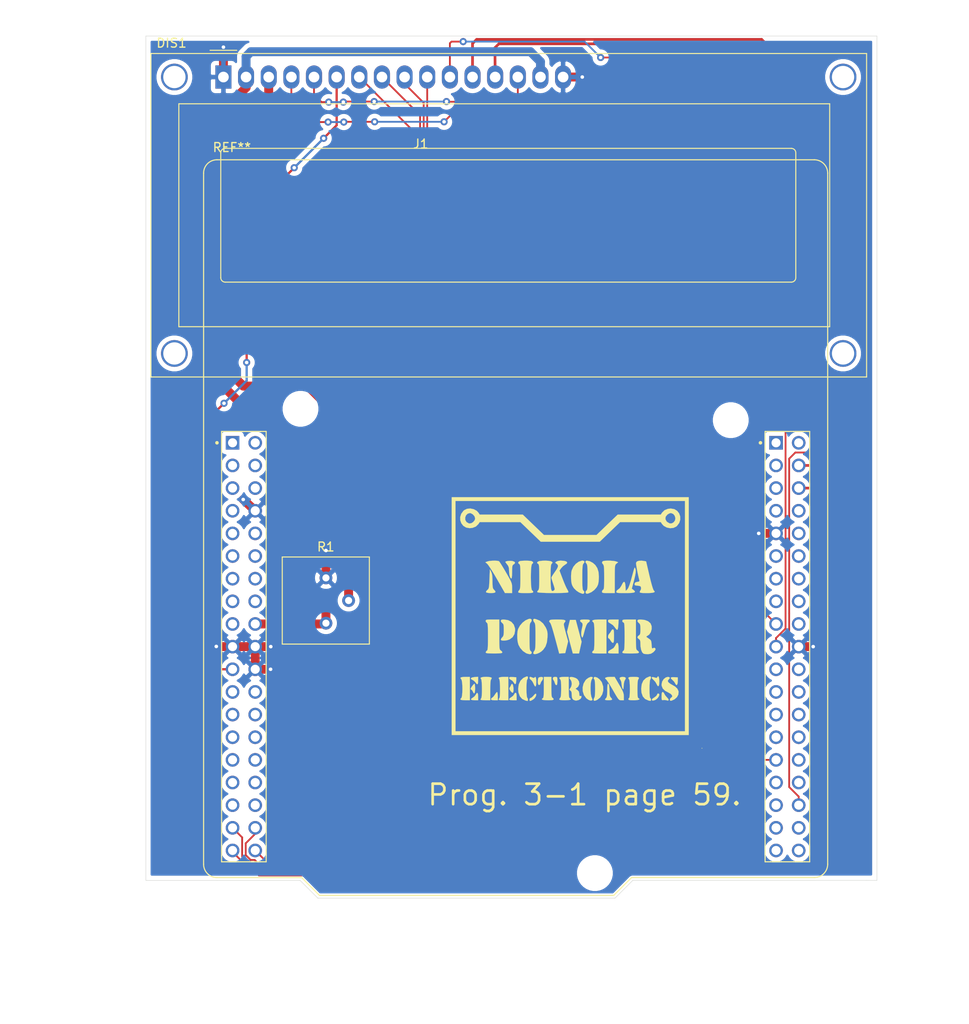
<source format=kicad_pcb>
(kicad_pcb (version 20171130) (host pcbnew "(5.1.6)-1")

  (general
    (thickness 1.6)
    (drawings 13)
    (tracks 246)
    (zones 0)
    (modules 4)
    (nets 73)
  )

  (page A4)
  (layers
    (0 F.Cu signal)
    (31 B.Cu signal)
    (32 B.Adhes user)
    (33 F.Adhes user)
    (34 B.Paste user)
    (35 F.Paste user)
    (36 B.SilkS user)
    (37 F.SilkS user)
    (38 B.Mask user)
    (39 F.Mask user)
    (40 Dwgs.User user)
    (41 Cmts.User user)
    (42 Eco1.User user)
    (43 Eco2.User user)
    (44 Edge.Cuts user)
    (45 Margin user)
    (46 B.CrtYd user)
    (47 F.CrtYd user)
    (48 B.Fab user)
    (49 F.Fab user)
  )

  (setup
    (last_trace_width 0.25)
    (user_trace_width 0.2)
    (user_trace_width 0.3)
    (user_trace_width 0.5)
    (user_trace_width 1)
    (trace_clearance 0.2)
    (zone_clearance 0.508)
    (zone_45_only no)
    (trace_min 0.2)
    (via_size 0.8)
    (via_drill 0.4)
    (via_min_size 0.4)
    (via_min_drill 0.3)
    (uvia_size 0.3)
    (uvia_drill 0.1)
    (uvias_allowed no)
    (uvia_min_size 0.2)
    (uvia_min_drill 0.1)
    (edge_width 0.05)
    (segment_width 0.2)
    (pcb_text_width 0.3)
    (pcb_text_size 1.5 1.5)
    (mod_edge_width 0.12)
    (mod_text_size 1 1)
    (mod_text_width 0.15)
    (pad_size 1.524 1.524)
    (pad_drill 0.762)
    (pad_to_mask_clearance 0.05)
    (aux_axis_origin 0 0)
    (visible_elements 7FFFFFFF)
    (pcbplotparams
      (layerselection 0x010fc_ffffffff)
      (usegerberextensions false)
      (usegerberattributes true)
      (usegerberadvancedattributes true)
      (creategerberjobfile true)
      (excludeedgelayer true)
      (linewidth 0.100000)
      (plotframeref false)
      (viasonmask false)
      (mode 1)
      (useauxorigin false)
      (hpglpennumber 1)
      (hpglpenspeed 20)
      (hpglpendiameter 15.000000)
      (psnegative false)
      (psa4output false)
      (plotreference true)
      (plotvalue true)
      (plotinvisibletext false)
      (padsonsilk false)
      (subtractmaskfromsilk false)
      (outputformat 1)
      (mirror false)
      (drillshape 0)
      (scaleselection 1)
      (outputdirectory "../../Gerbers/Morpho LCD/"))
  )

  (net 0 "")
  (net 1 GND)
  (net 2 5V+)
  (net 3 "Net-(DIS1-Pad3)")
  (net 4 PC0)
  (net 5 PC1)
  (net 6 PC2)
  (net 7 PC3)
  (net 8 PC4)
  (net 9 PC5)
  (net 10 PC6)
  (net 11 PC7)
  (net 12 "Net-(J1-Pad72)")
  (net 13 "Net-(J1-Pad23)")
  (net 14 "Net-(J1-Pad16)")
  (net 15 "Net-(J1-Pad62)")
  (net 16 "Net-(J1-Pad69)")
  (net 17 "Net-(J1-Pad54)")
  (net 18 "Net-(J1-Pad49)")
  (net 19 "Net-(J1-Pad14)")
  (net 20 "Net-(J1-Pad7)")
  (net 21 "Net-(J1-Pad61)")
  (net 22 "Net-(J1-Pad22)")
  (net 23 "Net-(J1-Pad65)")
  (net 24 "Net-(J1-Pad55)")
  (net 25 "Net-(J1-Pad27)")
  (net 26 "Net-(J1-Pad21)")
  (net 27 "Net-(J1-Pad18)")
  (net 28 "Net-(J1-Pad26)")
  (net 29 "Net-(J1-Pad66)")
  (net 30 "Net-(J1-Pad12)")
  (net 31 "Net-(J1-Pad1)")
  (net 32 "Net-(J1-Pad32)")
  (net 33 "Net-(J1-Pad68)")
  (net 34 "Net-(J1-Pad37)")
  (net 35 "Net-(J1-Pad33)")
  (net 36 "Net-(J1-Pad31)")
  (net 37 "Net-(J1-Pad30)")
  (net 38 "Net-(J1-Pad53)")
  (net 39 "Net-(J1-Pad28)")
  (net 40 "Net-(J1-Pad51)")
  (net 41 "Net-(J1-Pad25)")
  (net 42 "Net-(J1-Pad71)")
  (net 43 "Net-(J1-Pad24)")
  (net 44 "Net-(J1-Pad70)")
  (net 45 "Net-(J1-Pad15)")
  (net 46 "Net-(J1-Pad13)")
  (net 47 "Net-(J1-Pad10)")
  (net 48 "Net-(J1-Pad8)")
  (net 49 "Net-(J1-Pad67)")
  (net 50 "Net-(J1-Pad5)")
  (net 51 "Net-(J1-Pad3)")
  (net 52 "Net-(J1-Pad2)")
  (net 53 "Net-(J1-Pad64)")
  (net 54 "Net-(J1-Pad63)")
  (net 55 "Net-(J1-Pad50)")
  (net 56 "Net-(J1-Pad52)")
  (net 57 "Net-(J1-Pad47)")
  (net 58 "Net-(J1-Pad48)")
  (net 59 "Net-(J1-Pad45)")
  (net 60 "Net-(J1-Pad44)")
  (net 61 "Net-(J1-Pad43)")
  (net 62 "Net-(J1-Pad42)")
  (net 63 "Net-(J1-Pad41)")
  (net 64 "Net-(J1-Pad39)")
  (net 65 "Net-(J1-Pad40)")
  (net 66 "Net-(J1-Pad36)")
  (net 67 "Net-(J1-Pad35)")
  (net 68 "Net-(J1-Pad38)")
  (net 69 PB5)
  (net 70 PB6)
  (net 71 PB7)
  (net 72 "Net-(J1-Pad11)")

  (net_class Default "This is the default net class."
    (clearance 0.2)
    (trace_width 0.25)
    (via_dia 0.8)
    (via_drill 0.4)
    (uvia_dia 0.3)
    (uvia_drill 0.1)
    (add_net 5V+)
    (add_net GND)
    (add_net "Net-(DIS1-Pad3)")
    (add_net "Net-(J1-Pad1)")
    (add_net "Net-(J1-Pad10)")
    (add_net "Net-(J1-Pad11)")
    (add_net "Net-(J1-Pad12)")
    (add_net "Net-(J1-Pad13)")
    (add_net "Net-(J1-Pad14)")
    (add_net "Net-(J1-Pad15)")
    (add_net "Net-(J1-Pad16)")
    (add_net "Net-(J1-Pad18)")
    (add_net "Net-(J1-Pad2)")
    (add_net "Net-(J1-Pad21)")
    (add_net "Net-(J1-Pad22)")
    (add_net "Net-(J1-Pad23)")
    (add_net "Net-(J1-Pad24)")
    (add_net "Net-(J1-Pad25)")
    (add_net "Net-(J1-Pad26)")
    (add_net "Net-(J1-Pad27)")
    (add_net "Net-(J1-Pad28)")
    (add_net "Net-(J1-Pad3)")
    (add_net "Net-(J1-Pad30)")
    (add_net "Net-(J1-Pad31)")
    (add_net "Net-(J1-Pad32)")
    (add_net "Net-(J1-Pad33)")
    (add_net "Net-(J1-Pad35)")
    (add_net "Net-(J1-Pad36)")
    (add_net "Net-(J1-Pad37)")
    (add_net "Net-(J1-Pad38)")
    (add_net "Net-(J1-Pad39)")
    (add_net "Net-(J1-Pad40)")
    (add_net "Net-(J1-Pad41)")
    (add_net "Net-(J1-Pad42)")
    (add_net "Net-(J1-Pad43)")
    (add_net "Net-(J1-Pad44)")
    (add_net "Net-(J1-Pad45)")
    (add_net "Net-(J1-Pad47)")
    (add_net "Net-(J1-Pad48)")
    (add_net "Net-(J1-Pad49)")
    (add_net "Net-(J1-Pad5)")
    (add_net "Net-(J1-Pad50)")
    (add_net "Net-(J1-Pad51)")
    (add_net "Net-(J1-Pad52)")
    (add_net "Net-(J1-Pad53)")
    (add_net "Net-(J1-Pad54)")
    (add_net "Net-(J1-Pad55)")
    (add_net "Net-(J1-Pad61)")
    (add_net "Net-(J1-Pad62)")
    (add_net "Net-(J1-Pad63)")
    (add_net "Net-(J1-Pad64)")
    (add_net "Net-(J1-Pad65)")
    (add_net "Net-(J1-Pad66)")
    (add_net "Net-(J1-Pad67)")
    (add_net "Net-(J1-Pad68)")
    (add_net "Net-(J1-Pad69)")
    (add_net "Net-(J1-Pad7)")
    (add_net "Net-(J1-Pad70)")
    (add_net "Net-(J1-Pad71)")
    (add_net "Net-(J1-Pad72)")
    (add_net "Net-(J1-Pad8)")
    (add_net PB5)
    (add_net PB6)
    (add_net PB7)
    (add_net PC0)
    (add_net PC1)
    (add_net PC2)
    (add_net PC3)
    (add_net PC4)
    (add_net PC5)
    (add_net PC6)
    (add_net PC7)
  )

  (module pcbPics:Nikola_Power_Electronics_PCBLogo (layer F.Cu) (tedit 0) (tstamp 61A5DAE0)
    (at 122.4 93)
    (fp_text reference G*** (at 0 0) (layer F.SilkS) hide
      (effects (font (size 1.524 1.524) (thickness 0.3)))
    )
    (fp_text value LOGO (at 0.75 0) (layer F.SilkS) hide
      (effects (font (size 1.524 1.524) (thickness 0.3)))
    )
    (fp_poly (pts (xy -10.817124 -12.030943) (xy -10.487144 -11.850121) (xy -10.297621 -11.645994) (xy -10.156096 -11.43)
      (xy -5.325942 -11.43) (xy -4.136325 -10.287) (xy -2.946707 -9.144) (xy 2.946708 -9.144)
      (xy 4.802486 -10.927057) (xy 10.673368 -10.927057) (xy 10.798382 -10.676819) (xy 10.891085 -10.589478)
      (xy 11.155211 -10.439381) (xy 11.393432 -10.444677) (xy 11.604065 -10.570139) (xy 11.757997 -10.786228)
      (xy 11.790004 -11.045431) (xy 11.716181 -11.299218) (xy 11.552627 -11.499059) (xy 11.315436 -11.596423)
      (xy 11.262705 -11.599333) (xy 11.095348 -11.549233) (xy 10.896728 -11.428257) (xy 10.891085 -11.423855)
      (xy 10.704269 -11.189036) (xy 10.673368 -10.927057) (xy 4.802486 -10.927057) (xy 5.325942 -11.43)
      (xy 10.156097 -11.43) (xy 10.297621 -11.645994) (xy 10.575244 -11.919934) (xy 10.961934 -12.074758)
      (xy 11.287378 -12.107333) (xy 11.682969 -12.036402) (xy 11.995299 -11.844506) (xy 12.215099 -11.562991)
      (xy 12.333102 -11.223202) (xy 12.34004 -10.856487) (xy 12.226646 -10.494191) (xy 11.983652 -10.16766)
      (xy 11.88594 -10.082809) (xy 11.569104 -9.932769) (xy 11.195305 -9.902436) (xy 10.817124 -9.98239)
      (xy 10.487145 -10.163212) (xy 10.297621 -10.367339) (xy 10.156097 -10.583333) (xy 5.592132 -10.583333)
      (xy 4.448198 -9.482667) (xy 3.304263 -8.382) (xy -3.304263 -8.382) (xy -4.448197 -9.482666)
      (xy -5.592132 -10.583333) (xy -10.156096 -10.583333) (xy -10.297621 -10.367339) (xy -10.575243 -10.093399)
      (xy -10.961934 -9.938575) (xy -11.287377 -9.906) (xy -11.682969 -9.976931) (xy -11.995298 -10.168827)
      (xy -12.215098 -10.450342) (xy -12.333101 -10.790131) (xy -12.338892 -11.096177) (xy -11.783525 -11.096177)
      (xy -11.773129 -10.834246) (xy -11.643905 -10.606092) (xy -11.604065 -10.570139) (xy -11.357344 -10.433898)
      (xy -11.117691 -10.452156) (xy -10.891085 -10.589478) (xy -10.703446 -10.825238) (xy -10.668 -11.006666)
      (xy -10.741316 -11.241412) (xy -10.922754 -11.452584) (xy -11.154551 -11.582616) (xy -11.262705 -11.599333)
      (xy -11.512217 -11.52725) (xy -11.691189 -11.343355) (xy -11.783525 -11.096177) (xy -12.338892 -11.096177)
      (xy -12.34004 -11.156846) (xy -12.226646 -11.519142) (xy -11.983651 -11.845673) (xy -11.88594 -11.930524)
      (xy -11.569104 -12.080564) (xy -11.195304 -12.110897) (xy -10.817124 -12.030943)) (layer F.SilkS) (width 0.01))
    (fp_poly (pts (xy -6.533096 -6.226633) (xy -6.484098 -6.218745) (xy -6.260255 -6.138274) (xy -6.186453 -6.022448)
      (xy -6.270391 -5.892896) (xy -6.35 -5.842) (xy -6.431627 -5.780153) (xy -6.48207 -5.677007)
      (xy -6.50858 -5.496178) (xy -6.518408 -5.201284) (xy -6.519333 -4.992354) (xy -6.528638 -4.582866)
      (xy -6.558134 -4.336411) (xy -6.610193 -4.24763) (xy -6.687186 -4.311163) (xy -6.759743 -4.448984)
      (xy -6.816711 -4.658903) (xy -6.852172 -4.952964) (xy -6.858 -5.119821) (xy -6.878266 -5.436742)
      (xy -6.953911 -5.661962) (xy -7.069666 -5.826559) (xy -7.205194 -5.998021) (xy -7.277584 -6.109862)
      (xy -7.281333 -6.122661) (xy -7.206254 -6.180782) (xy -7.018768 -6.222034) (xy -6.775506 -6.239593)
      (xy -6.533096 -6.226633)) (layer F.SilkS) (width 0.01))
    (fp_poly (pts (xy 8.251237 -6.229292) (xy 8.512531 -6.180273) (xy 8.880943 -4.59474) (xy 9.021879 -4.01259)
      (xy 9.148754 -3.536693) (xy 9.256659 -3.183611) (xy 9.340687 -2.969909) (xy 9.378946 -2.914447)
      (xy 9.480969 -2.797511) (xy 9.423184 -2.711237) (xy 9.203514 -2.654862) (xy 8.819877 -2.627622)
      (xy 8.58867 -2.624666) (xy 8.192013 -2.631001) (xy 7.941882 -2.652061) (xy 7.815875 -2.690931)
      (xy 7.789334 -2.734733) (xy 7.844466 -2.890706) (xy 7.881168 -2.936635) (xy 7.942589 -3.086299)
      (xy 7.944668 -3.228735) (xy 7.90054 -3.358626) (xy 7.784048 -3.424897) (xy 7.551283 -3.45529)
      (xy 7.323372 -3.482379) (xy 7.223349 -3.536887) (xy 7.209776 -3.644713) (xy 7.212616 -3.666956)
      (xy 7.27852 -3.806895) (xy 7.453026 -3.871251) (xy 7.518077 -3.879156) (xy 7.709497 -3.918775)
      (xy 7.76518 -4.001017) (xy 7.757425 -4.048489) (xy 7.675145 -4.371183) (xy 7.589907 -4.750733)
      (xy 7.509713 -5.145153) (xy 7.442563 -5.512459) (xy 7.396458 -5.810662) (xy 7.3794 -5.997778)
      (xy 7.380891 -6.024351) (xy 7.481179 -6.170875) (xy 7.710926 -6.251152) (xy 8.041015 -6.258324)
      (xy 8.251237 -6.229292)) (layer F.SilkS) (width 0.01))
    (fp_poly (pts (xy 7.250393 -5.474385) (xy 7.276368 -5.427947) (xy 7.299627 -5.382971) (xy 7.348217 -5.214684)
      (xy 7.344724 -4.959473) (xy 7.286509 -4.596455) (xy 7.17093 -4.104749) (xy 7.107904 -3.866836)
      (xy 6.90518 -3.119338) (xy 7.105433 -2.968287) (xy 7.240722 -2.842091) (xy 7.257349 -2.748928)
      (xy 7.144395 -2.684761) (xy 6.890939 -2.645554) (xy 6.486064 -2.627272) (xy 6.17567 -2.624666)
      (xy 5.746767 -2.626716) (xy 5.459307 -2.635727) (xy 5.28542 -2.655992) (xy 5.197235 -2.691805)
      (xy 5.166883 -2.747459) (xy 5.164667 -2.78041) (xy 5.234764 -2.926803) (xy 5.38129 -3.034853)
      (xy 5.563703 -3.186785) (xy 5.734108 -3.446308) (xy 5.766252 -3.51411) (xy 5.911413 -3.786547)
      (xy 6.030159 -3.892118) (xy 6.119984 -3.831596) (xy 6.178381 -3.605752) (xy 6.197793 -3.381245)
      (xy 6.223 -2.867823) (xy 6.400521 -3.033784) (xy 6.515752 -3.212693) (xy 6.650687 -3.547312)
      (xy 6.80076 -4.025767) (xy 6.850167 -4.203372) (xy 6.985212 -4.702694) (xy 7.082455 -5.059552)
      (xy 7.149745 -5.29455) (xy 7.194932 -5.428287) (xy 7.225865 -5.481365) (xy 7.250393 -5.474385)) (layer F.SilkS) (width 0.01))
    (fp_poly (pts (xy 4.543063 -6.256912) (xy 4.867939 -6.22958) (xy 5.107888 -6.184313) (xy 5.137988 -6.17409)
      (xy 5.376334 -6.082846) (xy 5.185834 -5.927685) (xy 5.118981 -5.866921) (xy 5.06993 -5.792867)
      (xy 5.035929 -5.680538) (xy 5.014224 -5.504944) (xy 5.002063 -5.2411) (xy 4.996692 -4.864016)
      (xy 4.995359 -4.348708) (xy 4.995334 -4.198595) (xy 4.995334 -2.624666) (xy 4.275667 -2.624666)
      (xy 3.924859 -2.628162) (xy 3.710489 -2.643521) (xy 3.599724 -2.678059) (xy 3.55973 -2.739085)
      (xy 3.556 -2.784941) (xy 3.61493 -2.942694) (xy 3.683 -2.993951) (xy 3.731885 -3.038327)
      (xy 3.766803 -3.143737) (xy 3.789899 -3.333739) (xy 3.803315 -3.631892) (xy 3.809196 -4.061753)
      (xy 3.81 -4.389642) (xy 3.807189 -4.917329) (xy 3.797345 -5.299977) (xy 3.778349 -5.561807)
      (xy 3.748083 -5.727042) (xy 3.70443 -5.819904) (xy 3.683 -5.842) (xy 3.567609 -6.00459)
      (xy 3.596534 -6.150443) (xy 3.689925 -6.213941) (xy 3.89095 -6.25083) (xy 4.196365 -6.264575)
      (xy 4.543063 -6.256912)) (layer F.SilkS) (width 0.01))
    (fp_poly (pts (xy -0.68686 -6.238328) (xy -0.442715 -6.16973) (xy -0.340193 -6.067376) (xy -0.3886 -5.940256)
      (xy -0.585992 -5.803118) (xy -0.808152 -5.642492) (xy -1.009578 -5.427422) (xy -1.018988 -5.41447)
      (xy -1.204659 -5.153719) (xy -0.847186 -4.206693) (xy -0.69125 -3.810208) (xy -0.538798 -3.451458)
      (xy -0.408385 -3.172487) (xy -0.325648 -3.025019) (xy -0.227594 -2.844681) (xy -0.2074 -2.717987)
      (xy -0.210962 -2.710473) (xy -0.310752 -2.680822) (xy -0.548273 -2.657917) (xy -0.892064 -2.641624)
      (xy -1.310662 -2.631812) (xy -1.772605 -2.628347) (xy -2.246432 -2.631098) (xy -2.700679 -2.639932)
      (xy -3.103885 -2.654716) (xy -3.424589 -2.675318) (xy -3.631326 -2.701605) (xy -3.692763 -2.725131)
      (xy -3.682247 -2.84375) (xy -3.611268 -2.922011) (xy -3.558822 -2.980803) (xy -3.521096 -3.085201)
      (xy -3.495787 -3.260116) (xy -3.480593 -3.530461) (xy -3.473209 -3.921147) (xy -3.471333 -4.435824)
      (xy -3.473584 -4.968662) (xy -3.481673 -5.355259) (xy -3.497605 -5.618666) (xy -3.523384 -5.78193)
      (xy -3.561016 -5.868103) (xy -3.598333 -5.896049) (xy -3.717039 -5.991422) (xy -3.690099 -6.102648)
      (xy -3.53311 -6.193865) (xy -3.46075 -6.212416) (xy -3.136362 -6.253968) (xy -2.779412 -6.264168)
      (xy -2.444467 -6.245291) (xy -2.186093 -6.199607) (xy -2.08287 -6.155045) (xy -1.980761 -6.058532)
      (xy -2.0191 -5.974638) (xy -2.066688 -5.933012) (xy -2.117845 -5.866415) (xy -2.154544 -5.748213)
      (xy -2.179006 -5.553567) (xy -2.193456 -5.257642) (xy -2.200114 -4.835601) (xy -2.201333 -4.428585)
      (xy -2.196611 -3.838182) (xy -2.179903 -3.401088) (xy -2.147395 -3.10148) (xy -2.095273 -2.923531)
      (xy -2.019723 -2.851415) (xy -1.916933 -2.869307) (xy -1.837525 -2.918898) (xy -1.769649 -2.983929)
      (xy -1.747162 -3.074264) (xy -1.773732 -3.228772) (xy -1.853022 -3.486322) (xy -1.905816 -3.643066)
      (xy -2.006627 -3.95113) (xy -2.08119 -4.201212) (xy -2.115754 -4.346675) (xy -2.116666 -4.358222)
      (xy -2.069692 -4.468447) (xy -1.945499 -4.672836) (xy -1.769186 -4.930625) (xy -1.735666 -4.977058)
      (xy -1.505802 -5.316079) (xy -1.388167 -5.559589) (xy -1.377295 -5.733826) (xy -1.467724 -5.865027)
      (xy -1.539921 -5.916961) (xy -1.666816 -6.008804) (xy -1.654806 -6.078415) (xy -1.566072 -6.148994)
      (xy -1.379602 -6.224341) (xy -1.120763 -6.262844) (xy -1.063318 -6.264177) (xy -0.68686 -6.238328)) (layer F.SilkS) (width 0.01))
    (fp_poly (pts (xy -4.739994 -6.256163) (xy -4.446555 -6.2323) (xy -4.339166 -6.211969) (xy -4.184104 -6.120359)
      (xy -4.159589 -5.997216) (xy -4.275666 -5.896049) (xy -4.327341 -5.795221) (xy -4.36737 -5.559677)
      (xy -4.395754 -5.223629) (xy -4.412493 -4.821295) (xy -4.417586 -4.386887) (xy -4.411034 -3.954623)
      (xy -4.392837 -3.558715) (xy -4.362995 -3.23338) (xy -4.321507 -3.012833) (xy -4.275666 -2.932715)
      (xy -4.163036 -2.819565) (xy -4.148666 -2.754324) (xy -4.174914 -2.694061) (xy -4.272509 -2.655379)
      (xy -4.469731 -2.633947) (xy -4.794859 -2.625436) (xy -4.995333 -2.624666) (xy -5.397368 -2.629722)
      (xy -5.655568 -2.647209) (xy -5.795196 -2.680607) (xy -5.841513 -2.733396) (xy -5.842 -2.7413)
      (xy -5.782269 -2.88968) (xy -5.715 -2.963333) (xy -5.665989 -3.033387) (xy -5.630893 -3.165492)
      (xy -5.607658 -3.383613) (xy -5.594234 -3.711716) (xy -5.588567 -4.173767) (xy -5.588 -4.446308)
      (xy -5.590335 -4.972116) (xy -5.598722 -5.35195) (xy -5.61524 -5.609124) (xy -5.641962 -5.766951)
      (xy -5.680964 -5.848745) (xy -5.715 -5.872618) (xy -5.830479 -5.977201) (xy -5.810767 -6.108431)
      (xy -5.666867 -6.207507) (xy -5.6515 -6.211969) (xy -5.416793 -6.245997) (xy -5.088182 -6.260729)
      (xy -4.739994 -6.256163)) (layer F.SilkS) (width 0.01))
    (fp_poly (pts (xy -8.181557 -6.247284) (xy -8.004522 -6.208154) (xy -7.990845 -6.200537) (xy -7.918159 -6.109158)
      (xy -7.778394 -5.896713) (xy -7.587956 -5.58946) (xy -7.36325 -5.213659) (xy -7.207678 -4.94696)
      (xy -6.951334 -4.500826) (xy -6.768107 -4.169608) (xy -6.645731 -3.921995) (xy -6.571936 -3.726673)
      (xy -6.534454 -3.55233) (xy -6.521016 -3.367654) (xy -6.519333 -3.190127) (xy -6.519333 -2.624666)
      (xy -6.9215 -2.627457) (xy -7.323666 -2.630247) (xy -8.206269 -4.172624) (xy -8.482932 -4.646854)
      (xy -8.745631 -5.080115) (xy -8.97824 -5.447119) (xy -9.164633 -5.722577) (xy -9.288684 -5.881199)
      (xy -9.306936 -5.898694) (xy -9.525 -6.082389) (xy -9.286655 -6.173861) (xy -9.070033 -6.224255)
      (xy -8.773911 -6.254108) (xy -8.457886 -6.262194) (xy -8.181557 -6.247284)) (layer F.SilkS) (width 0.01))
    (fp_poly (pts (xy -8.868833 -5.020704) (xy -8.789787 -4.821272) (xy -8.742888 -4.551049) (xy -8.722594 -4.170161)
      (xy -8.720666 -3.954327) (xy -8.716068 -3.569314) (xy -8.697718 -3.315225) (xy -8.658786 -3.153788)
      (xy -8.59244 -3.046736) (xy -8.551333 -3.005666) (xy -8.398525 -2.832061) (xy -8.394215 -2.714831)
      (xy -8.543812 -2.647799) (xy -8.852723 -2.62479) (xy -8.885003 -2.624666) (xy -9.172615 -2.640015)
      (xy -9.378032 -2.680351) (xy -9.447513 -2.720951) (xy -9.430396 -2.834509) (xy -9.304343 -2.969837)
      (xy -9.220332 -3.043066) (xy -9.161592 -3.135018) (xy -9.121909 -3.277076) (xy -9.095067 -3.500623)
      (xy -9.074852 -3.837041) (xy -9.059333 -4.207053) (xy -9.017 -5.291666) (xy -8.868833 -5.020704)) (layer F.SilkS) (width 0.01))
    (fp_poly (pts (xy 2.192954 -6.197334) (xy 2.533934 -6.017443) (xy 2.816865 -5.76503) (xy 3.041071 -5.417455)
      (xy 3.169814 -5.00447) (xy 3.211984 -4.490575) (xy 3.205003 -4.215308) (xy 3.175496 -3.848755)
      (xy 3.11974 -3.588056) (xy 3.020139 -3.369954) (xy 2.931699 -3.232772) (xy 2.689396 -2.963536)
      (xy 2.396754 -2.745406) (xy 2.334484 -2.712311) (xy 2.045668 -2.586033) (xy 1.866021 -2.549198)
      (xy 1.762122 -2.599911) (xy 1.719929 -2.677481) (xy 1.737807 -2.831567) (xy 1.807253 -2.893354)
      (xy 1.859352 -2.941606) (xy 1.896916 -3.035342) (xy 1.922219 -3.198982) (xy 1.937539 -3.456941)
      (xy 1.945149 -3.833638) (xy 1.947326 -4.353489) (xy 1.947334 -4.396507) (xy 1.94477 -4.939814)
      (xy 1.935775 -5.337431) (xy 1.918392 -5.61294) (xy 1.890662 -5.789925) (xy 1.850628 -5.891969)
      (xy 1.820334 -5.926666) (xy 1.706788 -6.080331) (xy 1.722428 -6.209489) (xy 1.860756 -6.2653)
      (xy 1.865386 -6.265333) (xy 2.192954 -6.197334)) (layer F.SilkS) (width 0.01))
    (fp_poly (pts (xy 1.565779 -6.215646) (xy 1.601847 -6.092425) (xy 1.49083 -5.934427) (xy 1.481667 -5.926666)
      (xy 1.433427 -5.857875) (xy 1.39865 -5.728103) (xy 1.375378 -5.513769) (xy 1.361653 -5.191289)
      (xy 1.355519 -4.737079) (xy 1.354667 -4.396507) (xy 1.356544 -3.865556) (xy 1.363693 -3.479496)
      (xy 1.37839 -3.213907) (xy 1.402909 -3.044373) (xy 1.439527 -2.946476) (xy 1.490518 -2.895799)
      (xy 1.494747 -2.893354) (xy 1.582229 -2.773115) (xy 1.563083 -2.62973) (xy 1.454097 -2.543429)
      (xy 1.420824 -2.540067) (xy 1.283646 -2.575604) (xy 1.064121 -2.665176) (xy 0.960692 -2.714195)
      (xy 0.690698 -2.897154) (xy 0.437064 -3.14623) (xy 0.369041 -3.23459) (xy 0.235126 -3.457052)
      (xy 0.155394 -3.685005) (xy 0.112339 -3.981563) (xy 0.096997 -4.215308) (xy 0.094116 -4.578886)
      (xy 0.117338 -4.92268) (xy 0.161637 -5.172365) (xy 0.161737 -5.172698) (xy 0.345153 -5.569047)
      (xy 0.621568 -5.904173) (xy 0.954214 -6.145444) (xy 1.306324 -6.260226) (xy 1.392796 -6.265333)
      (xy 1.565779 -6.215646)) (layer F.SilkS) (width 0.01))
    (fp_poly (pts (xy 5.401369 0.903419) (xy 5.374704 1.20602) (xy 5.329913 1.419076) (xy 5.280967 1.499652)
      (xy 5.183204 1.453475) (xy 5.052634 1.299975) (xy 5.006207 1.227083) (xy 4.789906 0.970259)
      (xy 4.530073 0.799047) (xy 4.298725 0.655122) (xy 4.233334 0.506864) (xy 4.24951 0.41867)
      (xy 4.32208 0.368025) (xy 4.487103 0.344764) (xy 4.780638 0.338718) (xy 4.829869 0.338667)
      (xy 5.426404 0.338667) (xy 5.401369 0.903419)) (layer F.SilkS) (width 0.01))
    (fp_poly (pts (xy 1.958273 0.346824) (xy 2.129226 0.376394) (xy 2.196312 0.435022) (xy 2.201334 0.468324)
      (xy 2.132705 0.608821) (xy 2.071202 0.647917) (xy 1.929614 0.763379) (xy 1.796368 1.006357)
      (xy 1.664511 1.392206) (xy 1.568999 1.756834) (xy 1.489765 2.051707) (xy 1.415747 2.269136)
      (xy 1.361124 2.368453) (xy 1.354969 2.370667) (xy 1.296519 2.297062) (xy 1.242469 2.117634)
      (xy 1.238181 2.0955) (xy 1.231137 1.853328) (xy 1.269414 1.541179) (xy 1.307801 1.368102)
      (xy 1.380541 1.027287) (xy 1.37704 0.808911) (xy 1.293638 0.682425) (xy 1.221121 0.644204)
      (xy 1.11282 0.529576) (xy 1.100667 0.468324) (xy 1.135291 0.395931) (xy 1.260801 0.355655)
      (xy 1.509648 0.33985) (xy 1.651 0.338667) (xy 1.958273 0.346824)) (layer F.SilkS) (width 0.01))
    (fp_poly (pts (xy -6.974249 0.40832) (xy -6.598624 0.60605) (xy -6.333346 0.915009) (xy -6.196334 1.31835)
      (xy -6.181299 1.524) (xy -6.253269 1.963917) (xy -6.460905 2.318033) (xy -6.791797 2.565314)
      (xy -6.7973 2.567943) (xy -7.052055 2.656063) (xy -7.326176 2.70209) (xy -7.571799 2.704697)
      (xy -7.741063 2.662555) (xy -7.789333 2.595456) (xy -7.731301 2.457292) (xy -7.62 2.328334)
      (xy -7.531578 2.221022) (xy -7.47986 2.06897) (xy -7.455899 1.829014) (xy -7.450666 1.511595)
      (xy -7.456395 1.16733) (xy -7.479487 0.951925) (xy -7.528807 0.82512) (xy -7.613216 0.746657)
      (xy -7.62 0.742351) (xy -7.753945 0.600604) (xy -7.789333 0.487634) (xy -7.752812 0.38937)
      (xy -7.616611 0.345804) (xy -7.442295 0.338667) (xy -6.974249 0.40832)) (layer F.SilkS) (width 0.01))
    (fp_poly (pts (xy 4.844374 1.467593) (xy 4.88349 1.571931) (xy 4.90389 1.781684) (xy 4.910545 2.126191)
      (xy 4.910667 2.201334) (xy 4.905539 2.5743) (xy 4.887045 2.80662) (xy 4.850523 2.92676)
      (xy 4.791311 2.963183) (xy 4.785841 2.963334) (xy 4.665184 2.894656) (xy 4.539378 2.727498)
      (xy 4.529667 2.709334) (xy 4.418516 2.536992) (xy 4.323015 2.456182) (xy 4.315826 2.455334)
      (xy 4.245796 2.389149) (xy 4.237769 2.2352) (xy 4.284822 2.060391) (xy 4.369154 1.940013)
      (xy 4.508855 1.769652) (xy 4.578725 1.633313) (xy 4.682385 1.484023) (xy 4.781571 1.439334)
      (xy 4.844374 1.467593)) (layer F.SilkS) (width 0.01))
    (fp_poly (pts (xy 7.366 2.029021) (xy 7.366851 2.605406) (xy 7.370866 3.03551) (xy 7.380236 3.342382)
      (xy 7.397152 3.549073) (xy 7.423806 3.678631) (xy 7.462389 3.754107) (xy 7.515094 3.79855)
      (xy 7.535334 3.81) (xy 7.670188 3.931407) (xy 7.704667 4.024646) (xy 7.675984 4.080382)
      (xy 7.57238 4.117092) (xy 7.367516 4.138284) (xy 7.035057 4.147464) (xy 6.773334 4.148667)
      (xy 6.357746 4.145197) (xy 6.084182 4.13226) (xy 5.925429 4.106069) (xy 5.854272 4.062833)
      (xy 5.842 4.01901) (xy 5.910497 3.877738) (xy 5.969 3.840618) (xy 6.014791 3.799189)
      (xy 6.048412 3.700492) (xy 6.071602 3.522525) (xy 6.086101 3.243286) (xy 6.093649 2.840772)
      (xy 6.095986 2.292981) (xy 6.096 2.234608) (xy 6.094266 1.677197) (xy 6.087896 1.267626)
      (xy 6.07514 0.984429) (xy 6.054246 0.806135) (xy 6.023465 0.711279) (xy 5.981045 0.678391)
      (xy 5.969 0.677334) (xy 5.865572 0.606747) (xy 5.842 0.508) (xy 5.854733 0.427548)
      (xy 5.914416 0.377556) (xy 6.05328 0.350863) (xy 6.303553 0.340307) (xy 6.604 0.338667)
      (xy 7.366 0.338667) (xy 7.366 2.029021)) (layer F.SilkS) (width 0.01))
    (fp_poly (pts (xy 5.357062 3.02936) (xy 5.406291 3.267044) (xy 5.418667 3.556) (xy 5.418667 4.148667)
      (xy 4.826 4.148667) (xy 4.511606 4.143008) (xy 4.33147 4.120212) (xy 4.250724 4.071548)
      (xy 4.234195 4.0005) (xy 4.314352 3.863389) (xy 4.535261 3.726913) (xy 4.574922 3.709574)
      (xy 4.859185 3.537048) (xy 5.032352 3.284925) (xy 5.040864 3.265074) (xy 5.16845 3.023833)
      (xy 5.275816 2.946776) (xy 5.357062 3.02936)) (layer F.SilkS) (width 0.01))
    (fp_poly (pts (xy 4.064 4.148667) (xy 3.259667 4.148667) (xy 2.877555 4.144311) (xy 2.635777 4.128143)
      (xy 2.505488 4.095513) (xy 2.457839 4.041771) (xy 2.455334 4.01901) (xy 2.523831 3.877738)
      (xy 2.582334 3.840618) (xy 2.628535 3.798809) (xy 2.662335 3.69925) (xy 2.685525 3.519731)
      (xy 2.699894 3.238041) (xy 2.707233 2.831969) (xy 2.709333 2.279305) (xy 2.709334 2.265109)
      (xy 2.707553 1.711592) (xy 2.700844 1.303494) (xy 2.687153 1.016928) (xy 2.66443 0.828005)
      (xy 2.630622 0.712835) (xy 2.583678 0.647529) (xy 2.569399 0.636012) (xy 2.461517 0.514821)
      (xy 2.514851 0.425687) (xy 2.731012 0.367959) (xy 3.111609 0.340989) (xy 3.306997 0.338667)
      (xy 4.064 0.338667) (xy 4.064 4.148667)) (layer F.SilkS) (width 0.01))
    (fp_poly (pts (xy 0.948397 1.608667) (xy 1.277208 2.836334) (xy 1.132754 3.4925) (xy 0.988301 4.148667)
      (xy 0.289588 4.148667) (xy -0.361442 1.708759) (xy -0.19768 1.044879) (xy -0.033918 0.381)
      (xy 0.619587 0.381) (xy 0.948397 1.608667)) (layer F.SilkS) (width 0.01))
    (fp_poly (pts (xy -1.002746 0.347625) (xy -0.712582 0.378485) (xy -0.561992 0.437225) (xy -0.536471 0.529821)
      (xy -0.621514 0.662253) (xy -0.632344 0.674398) (xy -0.689177 0.750864) (xy -0.715491 0.844697)
      (xy -0.707696 0.987568) (xy -0.662205 1.211149) (xy -0.575426 1.547111) (xy -0.503645 1.810004)
      (xy -0.234014 2.789882) (xy -0.395934 3.448108) (xy -0.557855 4.106334) (xy -0.898328 4.131606)
      (xy -1.238802 4.156879) (xy -1.562518 2.946273) (xy -1.750566 2.250185) (xy -1.903209 1.702976)
      (xy -2.025478 1.289092) (xy -2.122403 0.992975) (xy -2.199015 0.799072) (xy -2.260343 0.691826)
      (xy -2.302595 0.657691) (xy -2.360329 0.565122) (xy -2.346223 0.481756) (xy -2.296683 0.415109)
      (xy -2.188755 0.37255) (xy -1.990964 0.34907) (xy -1.671837 0.339661) (xy -1.446987 0.338667)
      (xy -1.002746 0.347625)) (layer F.SilkS) (width 0.01))
    (fp_poly (pts (xy -7.958666 2.029021) (xy -7.957815 2.605406) (xy -7.953801 3.03551) (xy -7.944431 3.342382)
      (xy -7.927515 3.549073) (xy -7.900861 3.678631) (xy -7.862278 3.754107) (xy -7.809573 3.79855)
      (xy -7.789333 3.81) (xy -7.654479 3.931407) (xy -7.62 4.024646) (xy -7.648682 4.080382)
      (xy -7.752287 4.117092) (xy -7.957151 4.138284) (xy -8.289609 4.147464) (xy -8.551333 4.148667)
      (xy -8.966921 4.145197) (xy -9.240485 4.13226) (xy -9.399238 4.106069) (xy -9.470395 4.062833)
      (xy -9.482666 4.01901) (xy -9.414169 3.877738) (xy -9.355666 3.840618) (xy -9.30934 3.798692)
      (xy -9.275485 3.698867) (xy -9.252296 3.51887) (xy -9.237967 3.236425) (xy -9.230693 2.829258)
      (xy -9.228667 2.275096) (xy -9.228666 2.274285) (xy -9.230687 1.71992) (xy -9.237954 1.31258)
      (xy -9.252272 1.02999) (xy -9.275449 0.849876) (xy -9.309289 0.749963) (xy -9.355599 0.707977)
      (xy -9.355666 0.707951) (xy -9.462749 0.592489) (xy -9.482666 0.498942) (xy -9.467677 0.422613)
      (xy -9.401388 0.375164) (xy -9.251819 0.349869) (xy -8.986988 0.339999) (xy -8.720666 0.338667)
      (xy -7.958666 0.338667) (xy -7.958666 2.029021)) (layer F.SilkS) (width 0.01))
    (fp_poly (pts (xy 8.361913 0.390914) (xy 8.735087 0.53608) (xy 8.995013 0.756802) (xy 9.005935 0.771895)
      (xy 9.127587 1.073171) (xy 9.133887 1.417555) (xy 9.038776 1.753875) (xy 8.856199 2.03096)
      (xy 8.619279 2.190949) (xy 8.536611 2.2384) (xy 8.561514 2.303419) (xy 8.711283 2.415046)
      (xy 8.77914 2.459378) (xy 8.962256 2.589222) (xy 9.061918 2.715345) (xy 9.107649 2.897241)
      (xy 9.127258 3.160844) (xy 9.147812 3.433273) (xy 9.179682 3.56418) (xy 9.23305 3.581373)
      (xy 9.271716 3.555406) (xy 9.428861 3.501158) (xy 9.544385 3.580802) (xy 9.567334 3.680471)
      (xy 9.507139 3.804104) (xy 9.357522 3.969302) (xy 9.306837 4.014141) (xy 9.036262 4.17974)
      (xy 8.721146 4.226954) (xy 8.693004 4.226649) (xy 8.444551 4.212544) (xy 8.261548 4.185665)
      (xy 8.232052 4.176667) (xy 8.075851 4.03076) (xy 7.956243 3.755444) (xy 7.886456 3.389026)
      (xy 7.874 3.13985) (xy 7.864266 2.841119) (xy 7.826451 2.665281) (xy 7.747639 2.56658)
      (xy 7.704667 2.54) (xy 7.569872 2.419864) (xy 7.535334 2.328334) (xy 7.602479 2.196045)
      (xy 7.704667 2.116667) (xy 7.795958 2.043514) (xy 7.847562 1.91863) (xy 7.869993 1.699819)
      (xy 7.874 1.437072) (xy 7.86652 1.113031) (xy 7.837054 0.914693) (xy 7.775062 0.798815)
      (xy 7.704667 0.742351) (xy 7.570721 0.600604) (xy 7.535334 0.487634) (xy 7.568308 0.393341)
      (xy 7.693745 0.348865) (xy 7.919053 0.338667) (xy 8.361913 0.390914)) (layer F.SilkS) (width 0.01))
    (fp_poly (pts (xy -3.874885 0.28759) (xy -3.424745 0.461569) (xy -3.0419 0.781775) (xy -2.750959 1.221534)
      (xy -2.630712 1.490879) (xy -2.565698 1.72375) (xy -2.543845 1.98874) (xy -2.552763 2.347685)
      (xy -2.62076 2.916289) (xy -2.774516 3.365134) (xy -3.028692 3.728143) (xy -3.229804 3.914267)
      (xy -3.4772 4.075497) (xy -3.732797 4.181358) (xy -3.956247 4.223195) (xy -4.107201 4.192353)
      (xy -4.148666 4.111364) (xy -4.091917 3.93471) (xy -4.021666 3.840238) (xy -3.973815 3.762567)
      (xy -3.939157 3.624039) (xy -3.915817 3.401171) (xy -3.901924 3.070478) (xy -3.895604 2.608477)
      (xy -3.894666 2.247986) (xy -3.897116 1.696672) (xy -3.905719 1.29137) (xy -3.922356 1.008813)
      (xy -3.948909 0.825736) (xy -3.98726 0.718869) (xy -4.021666 0.677334) (xy -4.129482 0.507633)
      (xy -4.148666 0.402383) (xy -4.12511 0.290569) (xy -4.022423 0.264732) (xy -3.874885 0.28759)) (layer F.SilkS) (width 0.01))
    (fp_poly (pts (xy -4.354604 0.31453) (xy -4.319135 0.456933) (xy -4.390646 0.622425) (xy -4.445 0.677334)
      (xy -4.491851 0.743898) (xy -4.526034 0.869576) (xy -4.549341 1.077251) (xy -4.563566 1.389807)
      (xy -4.570499 1.830126) (xy -4.572 2.299024) (xy -4.569976 2.853127) (xy -4.562701 3.260215)
      (xy -4.548364 3.542571) (xy -4.525159 3.722479) (xy -4.491276 3.822223) (xy -4.445 3.864049)
      (xy -4.337917 3.979511) (xy -4.318 4.073059) (xy -4.384172 4.198549) (xy -4.567628 4.227166)
      (xy -4.845778 4.157477) (xy -4.953 4.113331) (xy -5.308957 3.874683) (xy -5.620199 3.515966)
      (xy -5.807139 3.175) (xy -5.8932 2.855761) (xy -5.938616 2.443786) (xy -5.941958 2.007636)
      (xy -5.901796 1.61587) (xy -5.844215 1.397376) (xy -5.63844 1.020405) (xy -5.34804 0.686146)
      (xy -5.012139 0.427651) (xy -4.669864 0.277971) (xy -4.490706 0.254) (xy -4.354604 0.31453)) (layer F.SilkS) (width 0.01))
    (fp_poly (pts (xy -6.455833 6.789861) (xy -6.053666 6.815667) (xy -6.053666 7.189611) (xy -6.078808 7.455541)
      (xy -6.145304 7.582181) (xy -6.239767 7.559075) (xy -6.33437 7.408826) (xy -6.484872 7.215641)
      (xy -6.645293 7.112396) (xy -6.803487 7.007678) (xy -6.858 6.89779) (xy -6.823487 6.816632)
      (xy -6.694927 6.784476) (xy -6.455833 6.789861)) (layer F.SilkS) (width 0.01))
    (fp_poly (pts (xy -10.329333 7.192028) (xy -10.34617 7.477396) (xy -10.400141 7.600263) (xy -10.49644 7.564422)
      (xy -10.620357 7.404554) (xy -10.796877 7.217055) (xy -10.975643 7.1077) (xy -11.135594 7.010637)
      (xy -11.139854 6.914474) (xy -11.001354 6.835601) (xy -10.733026 6.79041) (xy -10.724882 6.789861)
      (xy -10.329333 6.764056) (xy -10.329333 7.192028)) (layer F.SilkS) (width 0.01))
    (fp_poly (pts (xy 12.065 6.828033) (xy 12.065 7.238128) (xy 12.039746 7.511782) (xy 11.974813 7.664977)
      (xy 11.886444 7.682401) (xy 11.790883 7.548742) (xy 11.775511 7.511001) (xy 11.650902 7.307951)
      (xy 11.478656 7.1321) (xy 11.301736 6.963908) (xy 11.280495 6.856404) (xy 11.417106 6.805726)
      (xy 11.662834 6.804668) (xy 12.065 6.828033)) (layer F.SilkS) (width 0.01))
    (fp_poly (pts (xy -1.548126 6.781153) (xy -1.472546 6.832397) (xy -1.44386 6.968746) (xy -1.439333 7.231879)
      (xy -1.439333 7.239) (xy -1.452002 7.524636) (xy -1.494786 7.670252) (xy -1.559606 7.704667)
      (xy -1.660156 7.631368) (xy -1.734758 7.454763) (xy -1.735453 7.451638) (xy -1.798482 7.256902)
      (xy -1.86918 7.150308) (xy -1.934736 7.034646) (xy -1.947333 6.93767) (xy -1.905076 6.816778)
      (xy -1.750809 6.774678) (xy -1.693333 6.773334) (xy -1.548126 6.781153)) (layer F.SilkS) (width 0.01))
    (fp_poly (pts (xy -3.130741 6.789165) (xy -3.05582 6.856034) (xy -3.048 6.926935) (xy -3.107267 7.116938)
      (xy -3.169917 7.192448) (xy -3.284002 7.358163) (xy -3.318084 7.47135) (xy -3.386446 7.631695)
      (xy -3.495786 7.6879) (xy -3.593269 7.617368) (xy -3.60393 7.593611) (xy -3.62885 7.430381)
      (xy -3.628443 7.189348) (xy -3.625142 7.14207) (xy -3.59364 6.927551) (xy -3.516146 6.828609)
      (xy -3.346667 6.79149) (xy -3.323166 6.789136) (xy -3.130741 6.789165)) (layer F.SilkS) (width 0.01))
    (fp_poly (pts (xy 9.909863 6.747146) (xy 9.962073 6.915637) (xy 9.989045 7.185925) (xy 9.990667 7.281334)
      (xy 9.97215 7.612175) (xy 9.920294 7.793976) (xy 9.840639 7.820929) (xy 9.738729 7.687225)
      (xy 9.694691 7.591582) (xy 9.550921 7.34237) (xy 9.369436 7.138241) (xy 9.357799 7.128804)
      (xy 9.172604 6.946274) (xy 9.14037 6.826955) (xy 9.251411 6.788131) (xy 9.49604 6.847083)
      (xy 9.512285 6.853166) (xy 9.682174 6.890084) (xy 9.765439 6.819391) (xy 9.771199 6.805466)
      (xy 9.842783 6.702929) (xy 9.909863 6.747146)) (layer F.SilkS) (width 0.01))
    (fp_poly (pts (xy -3.858588 6.840204) (xy -3.818903 7.065959) (xy -3.81 7.323667) (xy -3.825701 7.660827)
      (xy -3.872017 7.833563) (xy -3.947772 7.84107) (xy -4.051786 7.682548) (xy -4.1172 7.532863)
      (xy -4.238271 7.299889) (xy -4.374247 7.133866) (xy -4.412848 7.106551) (xy -4.530896 6.994815)
      (xy -4.57156 6.864979) (xy -4.521721 6.780471) (xy -4.481767 6.773334) (xy -4.337963 6.810439)
      (xy -4.232905 6.858229) (xy -4.071891 6.897068) (xy -4.021808 6.858229) (xy -3.927249 6.768705)
      (xy -3.858588 6.840204)) (layer F.SilkS) (width 0.01))
    (fp_poly (pts (xy 6.13295 6.808329) (xy 6.235484 6.906706) (xy 6.183764 7.058548) (xy 6.151444 7.097513)
      (xy 6.066102 7.278946) (xy 6.008845 7.579306) (xy 5.994983 7.748345) (xy 5.977223 8.020279)
      (xy 5.953824 8.145979) (xy 5.915339 8.1485) (xy 5.863167 8.070066) (xy 5.791183 7.859305)
      (xy 5.757647 7.593674) (xy 5.757334 7.568733) (xy 5.722002 7.317045) (xy 5.635586 7.119389)
      (xy 5.622039 7.102835) (xy 5.532168 6.937854) (xy 5.598698 6.825648) (xy 5.814451 6.775238)
      (xy 5.884334 6.773334) (xy 6.13295 6.808329)) (layer F.SilkS) (width 0.01))
    (fp_poly (pts (xy -6.479102 7.577626) (xy -6.411617 7.730864) (xy -6.369479 7.994687) (xy -6.366323 8.040911)
      (xy -6.365708 8.371292) (xy -6.412772 8.540671) (xy -6.509501 8.551095) (xy -6.657882 8.404613)
      (xy -6.68467 8.369299) (xy -6.807815 8.173585) (xy -6.822912 8.041391) (xy -6.78323 7.966551)
      (xy -6.669814 7.769728) (xy -6.633095 7.680038) (xy -6.55768 7.554256) (xy -6.479102 7.577626)) (layer F.SilkS) (width 0.01))
    (fp_poly (pts (xy -10.701735 7.612562) (xy -10.676975 7.814623) (xy -10.668 8.085667) (xy -10.684751 8.412579)
      (xy -10.731227 8.595592) (xy -10.801759 8.627147) (xy -10.890681 8.49969) (xy -10.922 8.424334)
      (xy -11.010421 8.267328) (xy -11.089238 8.212667) (xy -11.172909 8.14784) (xy -11.176 8.124572)
      (xy -11.128283 7.998612) (xy -11.0145 7.820699) (xy -10.878706 7.649928) (xy -10.764954 7.545396)
      (xy -10.736744 7.535334) (xy -10.701735 7.612562)) (layer F.SilkS) (width 0.01))
    (fp_poly (pts (xy 7.437168 6.781419) (xy 7.622933 6.809703) (xy 7.698632 6.864225) (xy 7.704667 6.895337)
      (xy 7.653067 7.039486) (xy 7.62 7.069667) (xy 7.584998 7.172715) (xy 7.557621 7.414627)
      (xy 7.54031 7.765014) (xy 7.535334 8.123939) (xy 7.53886 8.562794) (xy 7.551768 8.860183)
      (xy 7.577549 9.043872) (xy 7.619692 9.141626) (xy 7.6677 9.176677) (xy 7.77601 9.248717)
      (xy 7.734462 9.314101) (xy 7.562526 9.365142) (xy 7.279674 9.394154) (xy 7.107003 9.398)
      (xy 6.786549 9.390423) (xy 6.603735 9.363198) (xy 6.527358 9.309581) (xy 6.519334 9.271)
      (xy 6.565051 9.158328) (xy 6.604 9.144) (xy 6.641224 9.062677) (xy 6.668748 8.831699)
      (xy 6.68494 8.470551) (xy 6.688667 8.132997) (xy 6.681844 7.711784) (xy 6.662971 7.373851)
      (xy 6.634441 7.149256) (xy 6.604 7.069667) (xy 6.526096 6.947165) (xy 6.519334 6.895337)
      (xy 6.558613 6.828399) (xy 6.696011 6.790159) (xy 6.960864 6.774576) (xy 7.112 6.773334)
      (xy 7.437168 6.781419)) (layer F.SilkS) (width 0.01))
    (fp_poly (pts (xy 5.495549 7.655767) (xy 5.721333 8.050962) (xy 5.870795 8.341749) (xy 5.958945 8.56631)
      (xy 6.000788 8.76283) (xy 6.011334 8.9681) (xy 6.011334 9.398) (xy 5.725538 9.398)
      (xy 5.614129 9.392335) (xy 5.519425 9.36096) (xy 5.423684 9.282303) (xy 5.309166 9.134795)
      (xy 5.158131 8.896863) (xy 4.952839 8.546938) (xy 4.784521 8.253788) (xy 4.550201 7.85408)
      (xy 4.335682 7.50562) (xy 4.158615 7.235782) (xy 4.036649 7.071937) (xy 4.000096 7.03727)
      (xy 3.903144 6.940836) (xy 3.957035 6.858048) (xy 4.143317 6.798962) (xy 4.443538 6.773628)
      (xy 4.484546 6.773334) (xy 4.979765 6.773334) (xy 5.495549 7.655767)) (layer F.SilkS) (width 0.01))
    (fp_poly (pts (xy 4.313655 7.594532) (xy 4.370679 7.782244) (xy 4.39857 8.113649) (xy 4.402667 8.375803)
      (xy 4.412826 8.708197) (xy 4.450559 8.919179) (xy 4.526751 9.055843) (xy 4.570004 9.09986)
      (xy 4.678726 9.235705) (xy 4.692007 9.324649) (xy 4.590501 9.369871) (xy 4.397385 9.393049)
      (xy 4.175438 9.394259) (xy 3.987436 9.373574) (xy 3.896157 9.331069) (xy 3.894667 9.3237)
      (xy 3.952593 9.213359) (xy 4.021667 9.144) (xy 4.088014 9.039844) (xy 4.128121 8.842009)
      (xy 4.146365 8.520951) (xy 4.148667 8.286967) (xy 4.156544 7.953918) (xy 4.177625 7.696519)
      (xy 4.208084 7.5528) (xy 4.224275 7.535334) (xy 4.313655 7.594532)) (layer F.SilkS) (width 0.01))
    (fp_poly (pts (xy -0.169333 7.949608) (xy -0.166617 8.428721) (xy -0.156614 8.764327) (xy -0.136545 8.982196)
      (xy -0.103631 9.108093) (xy -0.055092 9.167788) (xy -0.036967 9.176677) (xy 0.050579 9.260569)
      (xy 0.042703 9.312736) (xy -0.063884 9.356131) (xy -0.284263 9.384012) (xy -0.563928 9.395939)
      (xy -0.848376 9.391473) (xy -1.083103 9.370175) (xy -1.213604 9.331604) (xy -1.221738 9.322927)
      (xy -1.204875 9.215146) (xy -1.142068 9.143226) (xy -1.083783 9.055151) (xy -1.045591 8.887685)
      (xy -1.024187 8.613092) (xy -1.016263 8.203637) (xy -1.016 8.085667) (xy -1.021252 7.640737)
      (xy -1.039214 7.337144) (xy -1.073191 7.147152) (xy -1.12649 7.043025) (xy -1.142068 7.028107)
      (xy -1.232772 6.907647) (xy -1.164777 6.826196) (xy -0.93553 6.78237) (xy -0.672336 6.773334)
      (xy -0.169333 6.773334) (xy -0.169333 7.949608)) (layer F.SilkS) (width 0.01))
    (fp_poly (pts (xy -2.116666 7.918991) (xy -2.113563 8.394564) (xy -2.102457 8.726245) (xy -2.08065 8.939395)
      (xy -2.045447 9.05937) (xy -1.994151 9.11153) (xy -1.989666 9.113382) (xy -1.877142 9.219985)
      (xy -1.862666 9.280059) (xy -1.904578 9.343665) (xy -2.048499 9.380786) (xy -2.321711 9.396529)
      (xy -2.49267 9.398) (xy -2.803998 9.387293) (xy -3.045145 9.359026) (xy -3.169826 9.318979)
      (xy -3.175369 9.312736) (xy -3.157111 9.215937) (xy -3.0957 9.176677) (xy -3.041902 9.131892)
      (xy -3.004568 9.028675) (xy -2.980918 8.841259) (xy -2.968172 8.543877) (xy -2.963551 8.11076)
      (xy -2.963333 7.949608) (xy -2.963333 6.773334) (xy -2.116666 6.773334) (xy -2.116666 7.918991)) (layer F.SilkS) (width 0.01))
    (fp_poly (pts (xy -6.052592 8.609014) (xy -6.016517 8.797299) (xy -6.011333 8.974667) (xy -6.011333 9.398)
      (xy -6.434666 9.398) (xy -6.724981 9.377588) (xy -6.851382 9.31628) (xy -6.857465 9.292167)
      (xy -6.789938 9.183316) (xy -6.625091 9.055059) (xy -6.59535 9.037448) (xy -6.405305 8.890606)
      (xy -6.293677 8.732897) (xy -6.289677 8.719948) (xy -6.204538 8.582736) (xy -6.128458 8.551334)
      (xy -6.052592 8.609014)) (layer F.SilkS) (width 0.01))
    (fp_poly (pts (xy -6.942666 9.398) (xy -7.493 9.398) (xy -7.77325 9.386821) (xy -7.971465 9.357573)
      (xy -8.043333 9.31833) (xy -7.981789 9.203663) (xy -7.958666 9.186334) (xy -7.919904 9.082338)
      (xy -7.892597 8.851874) (xy -7.876475 8.534566) (xy -7.871264 8.170038) (xy -7.876691 7.797915)
      (xy -7.892484 7.457822) (xy -7.91837 7.189382) (xy -7.954076 7.03222) (xy -7.973657 7.008226)
      (xy -8.028319 6.923221) (xy -8.010993 6.87417) (xy -7.891558 6.815295) (xy -7.645507 6.780044)
      (xy -7.44567 6.773334) (xy -6.942666 6.773334) (xy -6.942666 9.398)) (layer F.SilkS) (width 0.01))
    (fp_poly (pts (xy -8.162514 8.54323) (xy -8.134799 8.740728) (xy -8.128 8.932334) (xy -8.128 9.398)
      (xy -8.509 9.398) (xy -8.767598 9.378789) (xy -8.880877 9.317015) (xy -8.89 9.280059)
      (xy -8.821636 9.149728) (xy -8.761335 9.112744) (xy -8.638264 9.011928) (xy -8.492642 8.822929)
      (xy -8.456639 8.765019) (xy -8.329289 8.577945) (xy -8.225649 8.474129) (xy -8.204303 8.466667)
      (xy -8.162514 8.54323)) (layer F.SilkS) (width 0.01))
    (fp_poly (pts (xy -9.168687 6.778538) (xy -8.943738 6.812762) (xy -8.817151 6.868513) (xy -8.805333 6.895337)
      (xy -8.856933 7.039486) (xy -8.89 7.069667) (xy -8.923829 7.172718) (xy -8.950446 7.419043)
      (xy -8.968004 7.782669) (xy -8.974653 8.237622) (xy -8.974666 8.259997) (xy -8.974666 9.398)
      (xy -9.525 9.398) (xy -9.80525 9.386821) (xy -10.003465 9.357573) (xy -10.075333 9.31833)
      (xy -10.013789 9.203663) (xy -9.990666 9.186334) (xy -9.951904 9.082338) (xy -9.924597 8.851874)
      (xy -9.908475 8.534566) (xy -9.903264 8.170038) (xy -9.908691 7.797915) (xy -9.924484 7.457822)
      (xy -9.95037 7.189382) (xy -9.986076 7.03222) (xy -10.005657 7.008226) (xy -10.060319 6.923221)
      (xy -10.042993 6.87417) (xy -9.92915 6.813657) (xy -9.711848 6.778123) (xy -9.441541 6.766704)
      (xy -9.168687 6.778538)) (layer F.SilkS) (width 0.01))
    (fp_poly (pts (xy -10.347365 8.713172) (xy -10.329333 8.974667) (xy -10.329333 9.398) (xy -10.705336 9.398)
      (xy -10.944032 9.381231) (xy -11.103568 9.338997) (xy -11.131438 9.316939) (xy -11.100405 9.227785)
      (xy -10.957383 9.120208) (xy -10.941251 9.111622) (xy -10.734648 8.951955) (xy -10.601632 8.76935)
      (xy -10.490956 8.589601) (xy -10.403692 8.572766) (xy -10.347365 8.713172)) (layer F.SilkS) (width 0.01))
    (fp_poly (pts (xy -11.260666 9.398) (xy -11.76367 9.398) (xy -12.041058 9.384677) (xy -12.244931 9.350144)
      (xy -12.319369 9.312736) (xy -12.301111 9.215937) (xy -12.2397 9.176677) (xy -12.177767 9.072195)
      (xy -12.132804 8.83984) (xy -12.104929 8.520236) (xy -12.094261 8.154002) (xy -12.10092 7.78176)
      (xy -12.125024 7.444131) (xy -12.166692 7.181737) (xy -12.226044 7.035198) (xy -12.233401 7.028107)
      (xy -12.324105 6.907647) (xy -12.25611 6.826196) (xy -12.026863 6.78237) (xy -11.76367 6.773334)
      (xy -11.260666 6.773334) (xy -11.260666 9.398)) (layer F.SilkS) (width 0.01))
    (fp_poly (pts (xy 11.134346 6.816041) (xy 11.163139 6.924319) (xy 11.036411 7.068401) (xy 11.035244 7.069256)
      (xy 10.936277 7.213143) (xy 11.005029 7.376851) (xy 11.241122 7.559784) (xy 11.404855 7.64974)
      (xy 11.776955 7.87009) (xy 12.010135 8.093474) (xy 12.13271 8.349505) (xy 12.15085 8.429889)
      (xy 12.129364 8.75003) (xy 11.965966 9.049991) (xy 11.687471 9.295271) (xy 11.3665 9.439061)
      (xy 11.220791 9.452685) (xy 11.176606 9.354371) (xy 11.176 9.328097) (xy 11.233038 9.167873)
      (xy 11.303 9.113382) (xy 11.43372 9.0041) (xy 11.423904 8.853499) (xy 11.286886 8.690951)
      (xy 11.047531 8.550704) (xy 10.636075 8.330214) (xy 10.378028 8.079665) (xy 10.257895 7.781042)
      (xy 10.244667 7.617336) (xy 10.309977 7.299424) (xy 10.481001 7.023518) (xy 10.720381 6.83383)
      (xy 10.957821 6.773334) (xy 11.134346 6.816041)) (layer F.SilkS) (width 0.01))
    (fp_poly (pts (xy 10.483139 8.537702) (xy 10.547178 8.655465) (xy 10.6473 8.835097) (xy 10.819114 9.040472)
      (xy 10.862296 9.082652) (xy 11.012411 9.264264) (xy 11.036375 9.389746) (xy 10.939833 9.432785)
      (xy 10.795 9.396431) (xy 10.572811 9.360132) (xy 10.435167 9.372889) (xy 10.327063 9.385603)
      (xy 10.270167 9.335597) (xy 10.248151 9.1859) (xy 10.244667 8.941512) (xy 10.256689 8.65364)
      (xy 10.297641 8.505038) (xy 10.365961 8.466667) (xy 10.483139 8.537702)) (layer F.SilkS) (width 0.01))
    (fp_poly (pts (xy 9.976319 8.688944) (xy 9.987196 8.822538) (xy 9.915479 8.998928) (xy 9.780348 9.180259)
      (xy 9.600984 9.328678) (xy 9.484278 9.384752) (xy 9.298804 9.429656) (xy 9.193531 9.419309)
      (xy 9.148927 9.322746) (xy 9.225752 9.214658) (xy 9.440334 9.070552) (xy 9.627922 8.93035)
      (xy 9.730276 8.796431) (xy 9.736667 8.765856) (xy 9.803171 8.651782) (xy 9.863667 8.636)
      (xy 9.976319 8.688944)) (layer F.SilkS) (width 0.01))
    (fp_poly (pts (xy 9.058514 6.815522) (xy 9.059334 6.847298) (xy 9.021703 7.011749) (xy 8.974667 7.069667)
      (xy 8.939745 7.172721) (xy 8.912422 7.41497) (xy 8.89509 7.766354) (xy 8.89 8.132997)
      (xy 8.896811 8.57749) (xy 8.916154 8.906152) (xy 8.946398 9.099497) (xy 8.974667 9.144)
      (xy 9.043457 9.214913) (xy 9.059334 9.313334) (xy 9.04739 9.431197) (xy 8.978567 9.464093)
      (xy 8.803378 9.430205) (xy 8.766529 9.420907) (xy 8.3974 9.254743) (xy 8.141999 8.96988)
      (xy 7.997269 8.561361) (xy 7.958983 8.111038) (xy 8.018798 7.590629) (xy 8.19941 7.187444)
      (xy 8.503598 6.897276) (xy 8.868834 6.734111) (xy 9.014021 6.718529) (xy 9.058514 6.815522)) (layer F.SilkS) (width 0.01))
    (fp_poly (pts (xy 3.015361 6.846129) (xy 3.278956 7.037701) (xy 3.500305 7.307832) (xy 3.557799 7.412049)
      (xy 3.699472 7.865356) (xy 3.704496 8.319119) (xy 3.584941 8.740426) (xy 3.352876 9.096363)
      (xy 3.020371 9.354016) (xy 2.815167 9.437223) (xy 2.66998 9.452805) (xy 2.625487 9.355811)
      (xy 2.624667 9.324036) (xy 2.662298 9.159585) (xy 2.709334 9.101667) (xy 2.744683 8.998655)
      (xy 2.77229 8.758244) (xy 2.789501 8.41229) (xy 2.794 8.085667) (xy 2.786869 7.678912)
      (xy 2.767246 7.352558) (xy 2.737786 7.138463) (xy 2.709334 7.069667) (xy 2.628927 6.952392)
      (xy 2.654457 6.826251) (xy 2.75977 6.773334) (xy 3.015361 6.846129)) (layer F.SilkS) (width 0.01))
    (fp_poly (pts (xy 2.49606 6.796855) (xy 2.521584 6.883872) (xy 2.414547 7.059061) (xy 2.410307 7.064682)
      (xy 2.34213 7.246754) (xy 2.298315 7.547956) (xy 2.278571 7.919891) (xy 2.282606 8.31416)
      (xy 2.310127 8.682366) (xy 2.360841 8.976111) (xy 2.422799 9.132296) (xy 2.501876 9.31419)
      (xy 2.435116 9.412893) (xy 2.229279 9.418608) (xy 2.225583 9.418004) (xy 2.042722 9.341105)
      (xy 1.829838 9.190649) (xy 1.788452 9.153764) (xy 1.538101 8.811756) (xy 1.406415 8.394935)
      (xy 1.392546 7.948447) (xy 1.495644 7.517436) (xy 1.714858 7.147046) (xy 1.828394 7.031614)
      (xy 2.05257 6.873431) (xy 2.267105 6.782185) (xy 2.33128 6.773334) (xy 2.49606 6.796855)) (layer F.SilkS) (width 0.01))
    (fp_poly (pts (xy 0.383699 6.82108) (xy 0.617393 6.906913) (xy 0.808254 7.031066) (xy 0.812656 7.035152)
      (xy 0.982908 7.291535) (xy 1.014456 7.57623) (xy 0.907736 7.83826) (xy 0.804858 7.943128)
      (xy 0.593716 8.109212) (xy 0.804858 8.247558) (xy 0.966108 8.413021) (xy 1.01582 8.656281)
      (xy 1.016 8.677628) (xy 1.031782 8.871372) (xy 1.091456 8.930725) (xy 1.150451 8.917759)
      (xy 1.247521 8.915658) (xy 1.259335 9.040128) (xy 1.256284 9.062807) (xy 1.15539 9.235803)
      (xy 0.947213 9.367593) (xy 0.693494 9.42723) (xy 0.550334 9.416681) (xy 0.333146 9.331395)
      (xy 0.214492 9.169668) (xy 0.171142 8.893428) (xy 0.169334 8.792309) (xy 0.147877 8.500427)
      (xy 0.079528 8.351037) (xy 0.042334 8.327951) (xy -0.069784 8.241511) (xy -0.084666 8.197561)
      (xy -0.030587 8.076728) (xy 0.042334 7.988905) (xy 0.126453 7.823452) (xy 0.1683 7.58174)
      (xy 0.169334 7.539653) (xy 0.136441 7.291911) (xy 0.053665 7.122564) (xy 0.042334 7.112)
      (xy -0.065551 6.961893) (xy -0.084666 6.878819) (xy -0.016302 6.798501) (xy 0.156144 6.782099)
      (xy 0.383699 6.82108)) (layer F.SilkS) (width 0.01))
    (fp_poly (pts (xy -3.846639 8.655806) (xy -3.810586 8.797828) (xy -3.878164 8.995011) (xy -4.023037 9.193968)
      (xy -4.172105 9.315643) (xy -4.39925 9.44255) (xy -4.520663 9.469158) (xy -4.567174 9.39529)
      (xy -4.572 9.313334) (xy -4.521673 9.176044) (xy -4.451136 9.144) (xy -4.326108 9.082015)
      (xy -4.163547 8.927639) (xy -4.116943 8.871415) (xy -3.972568 8.71498) (xy -3.866834 8.650146)
      (xy -3.846639 8.655806)) (layer F.SilkS) (width 0.01))
    (fp_poly (pts (xy -4.742273 6.813103) (xy -4.741333 6.847298) (xy -4.778964 7.011749) (xy -4.826 7.069667)
      (xy -4.861349 7.172679) (xy -4.888957 7.41309) (xy -4.906167 7.759044) (xy -4.910666 8.085667)
      (xy -4.903536 8.492422) (xy -4.883912 8.818776) (xy -4.854452 9.032871) (xy -4.826 9.101667)
      (xy -4.763213 9.201705) (xy -4.742368 9.346737) (xy -4.768034 9.456611) (xy -4.804833 9.472845)
      (xy -4.932671 9.44564) (xy -5.034137 9.420907) (xy -5.392422 9.248715) (xy -5.651976 8.947213)
      (xy -5.80391 8.530631) (xy -5.842 8.128) (xy -5.775093 7.616222) (xy -5.580428 7.200396)
      (xy -5.267088 6.894411) (xy -4.931833 6.736403) (xy -4.786955 6.718503) (xy -4.742273 6.813103)) (layer F.SilkS) (width 0.01))
    (fp_poly (pts (xy 13.292667 13.292667) (xy -13.292666 13.292667) (xy -13.292666 -12.954) (xy -12.869333 -12.954)
      (xy -12.869333 12.869334) (xy 12.869334 12.869334) (xy 12.869334 -12.954) (xy -12.869333 -12.954)
      (xy -13.292666 -12.954) (xy -13.292666 -13.377333) (xy 13.292667 -13.377333) (xy 13.292667 13.292667)) (layer F.SilkS) (width 0.01))
    (fp_poly (pts (xy 14.816667 14.774334) (xy 14.774334 14.816667) (xy 14.732 14.774334) (xy 14.774334 14.732)
      (xy 14.816667 14.774334)) (layer F.SilkS) (width 0.01))
  )

  (module "My Footprints:Morpho_Without_Arduino" (layer F.Cu) (tedit 61A31178) (tstamp 61A4BD57)
    (at 105.635001 39.5)
    (path /61AC9EE5)
    (fp_text reference J1 (at 0 0.5) (layer F.SilkS)
      (effects (font (size 1 1) (thickness 0.15)))
    )
    (fp_text value STM32_NUCLEO64_MORPHO (at 0 -0.5) (layer F.Fab)
      (effects (font (size 1 1) (thickness 0.15)))
    )
    (fp_line (start -24.36 81.28) (end -24.36 3.78) (layer F.SilkS) (width 0.127))
    (fp_line (start 21.64 84.78) (end -11.36 84.78) (layer F.SilkS) (width 0.127))
    (fp_line (start -22.86 2.28) (end 44.14 2.28) (layer F.SilkS) (width 0.127))
    (fp_line (start 43.62 32.75) (end 38.62 32.75) (layer F.Fab) (width 0.127))
    (fp_line (start -13.36 82.78) (end -22.86 82.78) (layer F.SilkS) (width 0.127))
    (fp_line (start -11.36 84.78) (end -13.36 82.78) (layer F.SilkS) (width 0.127))
    (fp_line (start 23.64 82.78) (end 21.64 84.78) (layer F.SilkS) (width 0.127))
    (fp_line (start 38.62 81.01) (end 43.62 81.01) (layer F.Fab) (width 0.127))
    (fp_line (start 45.64 3.78) (end 45.64 81.28) (layer F.SilkS) (width 0.127))
    (fp_line (start 38.62 81.01) (end 43.62 81.01) (layer F.SilkS) (width 0.127))
    (fp_line (start -22.34 32.75) (end -22.34 81.01) (layer F.Fab) (width 0.127))
    (fp_line (start -22.34 32.75) (end -22.34 81.01) (layer F.SilkS) (width 0.127))
    (fp_line (start -17.34 32.75) (end -22.34 32.75) (layer F.SilkS) (width 0.127))
    (fp_line (start 43.62 81.01) (end 43.62 32.75) (layer F.Fab) (width 0.127))
    (fp_line (start -22.34 81.01) (end -17.34 81.01) (layer F.Fab) (width 0.127))
    (fp_line (start -17.34 32.75) (end -22.34 32.75) (layer F.Fab) (width 0.127))
    (fp_line (start -22.34 81.01) (end -17.34 81.01) (layer F.SilkS) (width 0.127))
    (fp_circle (center -22.86 34.02) (end -22.76 34.02) (layer F.SilkS) (width 0.2))
    (fp_line (start 43.62 32.75) (end 38.62 32.75) (layer F.SilkS) (width 0.127))
    (fp_line (start -17.34 81.01) (end -17.34 32.75) (layer F.Fab) (width 0.127))
    (fp_line (start 38.62 32.75) (end 38.62 81.01) (layer F.Fab) (width 0.127))
    (fp_line (start 38.62 32.75) (end 38.62 81.01) (layer F.SilkS) (width 0.127))
    (fp_line (start 43.62 81.01) (end 43.62 32.75) (layer F.SilkS) (width 0.127))
    (fp_line (start -17.34 81.01) (end -17.34 32.75) (layer F.SilkS) (width 0.127))
    (fp_line (start 44.14 82.78) (end 23.64 82.78) (layer F.SilkS) (width 0.127))
    (fp_line (start 45.89 3.78) (end 45.89 81.28) (layer F.CrtYd) (width 0.05))
    (fp_line (start -13.485 83.03) (end -22.86 83.03) (layer F.CrtYd) (width 0.05))
    (fp_line (start 44.14 82.78) (end 23.64 82.78) (layer F.Fab) (width 0.127))
    (fp_line (start 44.14 83.03) (end 23.765 83.03) (layer F.CrtYd) (width 0.05))
    (fp_circle (center 38.1 34.02) (end 38.2 34.02) (layer F.SilkS) (width 0.2))
    (fp_line (start -13.36 82.78) (end -22.86 82.78) (layer F.Fab) (width 0.127))
    (fp_line (start 23.64 82.78) (end 21.64 84.78) (layer F.Fab) (width 0.127))
    (fp_circle (center 38.1 34.02) (end 38.2 34.02) (layer F.Fab) (width 0.2))
    (fp_line (start -24.61 81.28) (end -24.61 3.78) (layer F.CrtYd) (width 0.05))
    (fp_line (start 23.765 83.03) (end 21.765 85.03) (layer F.CrtYd) (width 0.05))
    (fp_line (start 21.765 85.03) (end -11.485 85.03) (layer F.CrtYd) (width 0.05))
    (fp_line (start -24.36 81.28) (end -24.36 3.78) (layer F.Fab) (width 0.127))
    (fp_line (start 21.64 84.78) (end -11.36 84.78) (layer F.Fab) (width 0.127))
    (fp_line (start -22.86 2.28) (end 44.14 2.28) (layer F.Fab) (width 0.127))
    (fp_line (start -11.485 85.03) (end -13.485 83.03) (layer F.CrtYd) (width 0.05))
    (fp_line (start -11.36 84.78) (end -13.36 82.78) (layer F.Fab) (width 0.127))
    (fp_circle (center -22.86 34.02) (end -22.76 34.02) (layer F.Fab) (width 0.2))
    (fp_line (start 45.64 3.78) (end 45.64 81.28) (layer F.Fab) (width 0.127))
    (fp_line (start -22.86 2.03) (end 44.14 2.03) (layer F.CrtYd) (width 0.05))
    (fp_text user REF** (at -21.185 0.895) (layer F.SilkS)
      (effects (font (size 1 1) (thickness 0.15)))
    )
    (fp_text user MODULE_NUCLEO-F446RE (at -11.66 84.165) (layer F.Fab)
      (effects (font (size 1 1) (thickness 0.15)))
    )
    (fp_arc (start 44.14 81.28) (end 44.14 83.03) (angle -90) (layer F.CrtYd) (width 0.05))
    (fp_arc (start 44.14 3.78) (end 45.64 3.78) (angle -90) (layer F.Fab) (width 0.127))
    (fp_arc (start -22.86 3.78) (end -22.86 2.03) (angle -90) (layer F.CrtYd) (width 0.05))
    (fp_arc (start 44.14 81.28) (end 44.14 82.78) (angle -90) (layer F.Fab) (width 0.127))
    (fp_arc (start -22.86 3.78) (end -22.86 2.28) (angle -90) (layer F.SilkS) (width 0.127))
    (fp_arc (start -22.86 3.78) (end -22.86 2.28) (angle -90) (layer F.Fab) (width 0.127))
    (fp_arc (start -22.86 81.28) (end -24.36 81.28) (angle -90) (layer F.SilkS) (width 0.127))
    (fp_arc (start -22.86 81.28) (end -24.61 81.28) (angle -90) (layer F.CrtYd) (width 0.05))
    (fp_arc (start 44.14 81.28) (end 44.14 82.78) (angle -90) (layer F.SilkS) (width 0.127))
    (fp_arc (start 44.14 3.78) (end 45.64 3.78) (angle -90) (layer F.SilkS) (width 0.127))
    (fp_arc (start 44.14 3.78) (end 45.89 3.78) (angle -90) (layer F.CrtYd) (width 0.05))
    (fp_arc (start -22.86 81.28) (end -24.36 81.28) (angle -90) (layer F.Fab) (width 0.127))
    (pad 72 thru_hole circle (at -18.57 74.66) (size 1.53 1.53) (drill 1.02) (layers *.Cu *.Mask)
      (net 12 "Net-(J1-Pad72)"))
    (pad 23 thru_hole circle (at 39.85 61.96) (size 1.53 1.53) (drill 1.02) (layers *.Cu *.Mask)
      (net 13 "Net-(J1-Pad23)"))
    (pad 16 thru_hole circle (at 42.39 51.8) (size 1.53 1.53) (drill 1.02) (layers *.Cu *.Mask)
      (net 14 "Net-(J1-Pad16)"))
    (pad 62 thru_hole circle (at -18.57 61.96) (size 1.53 1.53) (drill 1.02) (layers *.Cu *.Mask)
      (net 15 "Net-(J1-Pad62)"))
    (pad 74 thru_hole circle (at -18.57 77.2) (size 1.53 1.53) (drill 1.02) (layers *.Cu *.Mask)
      (net 5 PC1))
    (pad 69 thru_hole circle (at -21.11 72.12) (size 1.53 1.53) (drill 1.02) (layers *.Cu *.Mask)
      (net 16 "Net-(J1-Pad69)"))
    (pad 54 thru_hole circle (at -18.57 51.8) (size 1.53 1.53) (drill 1.02) (layers *.Cu *.Mask)
      (net 17 "Net-(J1-Pad54)"))
    (pad 59 thru_hole circle (at -21.11 59.42) (size 1.53 1.53) (drill 1.02) (layers *.Cu *.Mask)
      (net 71 PB7))
    (pad 49 thru_hole circle (at -21.11 46.72) (size 1.53 1.53) (drill 1.02) (layers *.Cu *.Mask)
      (net 18 "Net-(J1-Pad49)"))
    (pad 34 thru_hole circle (at 42.39 74.66) (size 1.53 1.53) (drill 1.02) (layers *.Cu *.Mask)
      (net 8 PC4))
    (pad 14 thru_hole circle (at 42.39 49.26) (size 1.53 1.53) (drill 1.02) (layers *.Cu *.Mask)
      (net 19 "Net-(J1-Pad14)"))
    (pad 7 thru_hole circle (at 39.85 41.64) (size 1.53 1.53) (drill 1.02) (layers *.Cu *.Mask)
      (net 20 "Net-(J1-Pad7)"))
    (pad 61 thru_hole circle (at -21.11 61.96) (size 1.53 1.53) (drill 1.02) (layers *.Cu *.Mask)
      (net 21 "Net-(J1-Pad61)"))
    (pad 22 thru_hole circle (at 42.39 59.42) (size 1.53 1.53) (drill 1.02) (layers *.Cu *.Mask)
      (net 22 "Net-(J1-Pad22)"))
    (pad 65 thru_hole circle (at -21.11 67.04) (size 1.53 1.53) (drill 1.02) (layers *.Cu *.Mask)
      (net 23 "Net-(J1-Pad65)"))
    (pad 55 thru_hole circle (at -21.11 54.34) (size 1.53 1.53) (drill 1.02) (layers *.Cu *.Mask)
      (net 24 "Net-(J1-Pad55)"))
    (pad 27 thru_hole circle (at 39.85 67.04) (size 1.53 1.53) (drill 1.02) (layers *.Cu *.Mask)
      (net 25 "Net-(J1-Pad27)"))
    (pad 21 thru_hole circle (at 39.85 59.42) (size 1.53 1.53) (drill 1.02) (layers *.Cu *.Mask)
      (net 26 "Net-(J1-Pad21)"))
    (pad 18 thru_hole circle (at 42.39 54.34) (size 1.53 1.53) (drill 1.02) (layers *.Cu *.Mask)
      (net 27 "Net-(J1-Pad18)"))
    (pad 26 thru_hole circle (at 42.39 64.5) (size 1.53 1.53) (drill 1.02) (layers *.Cu *.Mask)
      (net 28 "Net-(J1-Pad26)"))
    (pad 58 thru_hole circle (at -18.57 56.88) (size 1.53 1.53) (drill 1.02) (layers *.Cu *.Mask)
      (net 1 GND))
    (pad 76 thru_hole circle (at -18.57 79.74) (size 1.53 1.53) (drill 1.02) (layers *.Cu *.Mask)
      (net 4 PC0))
    (pad 66 thru_hole circle (at -18.57 67.04) (size 1.53 1.53) (drill 1.02) (layers *.Cu *.Mask)
      (net 29 "Net-(J1-Pad66)"))
    (pad 12 thru_hole circle (at 42.39 46.72) (size 1.53 1.53) (drill 1.02) (layers *.Cu *.Mask)
      (net 30 "Net-(J1-Pad12)"))
    (pad 1 thru_hole rect (at 39.85 34.02) (size 1.53 1.53) (drill 1.02) (layers *.Cu *.Mask)
      (net 31 "Net-(J1-Pad1)"))
    (pad 32 thru_hole circle (at 42.39 72.12) (size 1.53 1.53) (drill 1.02) (layers *.Cu *.Mask)
      (net 32 "Net-(J1-Pad32)"))
    (pad 68 thru_hole circle (at -18.57 69.58) (size 1.53 1.53) (drill 1.02) (layers *.Cu *.Mask)
      (net 33 "Net-(J1-Pad68)"))
    (pad 37 thru_hole circle (at 39.85 79.74) (size 1.53 1.53) (drill 1.02) (layers *.Cu *.Mask)
      (net 34 "Net-(J1-Pad37)"))
    (pad 33 thru_hole circle (at 39.85 74.66) (size 1.53 1.53) (drill 1.02) (layers *.Cu *.Mask)
      (net 35 "Net-(J1-Pad33)"))
    (pad 20 thru_hole circle (at 42.39 56.88) (size 1.53 1.53) (drill 1.02) (layers *.Cu *.Mask)
      (net 1 GND))
    (pad 31 thru_hole circle (at 39.85 72.12) (size 1.53 1.53) (drill 1.02) (layers *.Cu *.Mask)
      (net 36 "Net-(J1-Pad31)"))
    (pad 30 thru_hole circle (at 42.39 69.58) (size 1.53 1.53) (drill 1.02) (layers *.Cu *.Mask)
      (net 37 "Net-(J1-Pad30)"))
    (pad 29 thru_hole circle (at 39.85 69.58) (size 1.53 1.53) (drill 1.02) (layers *.Cu *.Mask)
      (net 69 PB5))
    (pad 53 thru_hole circle (at -21.11 51.8) (size 1.53 1.53) (drill 1.02) (layers *.Cu *.Mask)
      (net 38 "Net-(J1-Pad53)"))
    (pad 28 thru_hole circle (at 42.39 67.04) (size 1.53 1.53) (drill 1.02) (layers *.Cu *.Mask)
      (net 39 "Net-(J1-Pad28)"))
    (pad 51 thru_hole circle (at -21.11 49.26) (size 1.53 1.53) (drill 1.02) (layers *.Cu *.Mask)
      (net 40 "Net-(J1-Pad51)"))
    (pad 25 thru_hole circle (at 39.85 64.5) (size 1.53 1.53) (drill 1.02) (layers *.Cu *.Mask)
      (net 41 "Net-(J1-Pad25)"))
    (pad 71 thru_hole circle (at -21.11 74.66) (size 1.53 1.53) (drill 1.02) (layers *.Cu *.Mask)
      (net 42 "Net-(J1-Pad71)"))
    (pad 24 thru_hole circle (at 42.39 61.96) (size 1.53 1.53) (drill 1.02) (layers *.Cu *.Mask)
      (net 43 "Net-(J1-Pad24)"))
    (pad 19 thru_hole circle (at 39.85 56.88) (size 1.53 1.53) (drill 1.02) (layers *.Cu *.Mask)
      (net 11 PC7))
    (pad 70 thru_hole circle (at -18.57 72.12) (size 1.53 1.53) (drill 1.02) (layers *.Cu *.Mask)
      (net 44 "Net-(J1-Pad70)"))
    (pad 17 thru_hole circle (at 39.85 54.34) (size 1.53 1.53) (drill 1.02) (layers *.Cu *.Mask)
      (net 70 PB6))
    (pad 15 thru_hole circle (at 39.85 51.8) (size 1.53 1.53) (drill 1.02) (layers *.Cu *.Mask)
      (net 45 "Net-(J1-Pad15)"))
    (pad 13 thru_hole circle (at 39.85 49.26) (size 1.53 1.53) (drill 1.02) (layers *.Cu *.Mask)
      (net 46 "Net-(J1-Pad13)"))
    (pad 11 thru_hole circle (at 39.85 46.72) (size 1.53 1.53) (drill 1.02) (layers *.Cu *.Mask)
      (net 72 "Net-(J1-Pad11)"))
    (pad 10 thru_hole circle (at 42.39 44.18) (size 1.53 1.53) (drill 1.02) (layers *.Cu *.Mask)
      (net 47 "Net-(J1-Pad10)"))
    (pad 8 thru_hole circle (at 42.39 41.64) (size 1.53 1.53) (drill 1.02) (layers *.Cu *.Mask)
      (net 48 "Net-(J1-Pad8)"))
    (pad 9 thru_hole circle (at 39.85 44.18) (size 1.53 1.53) (drill 1.02) (layers *.Cu *.Mask)
      (net 1 GND))
    (pad 67 thru_hole circle (at -21.11 69.58) (size 1.53 1.53) (drill 1.02) (layers *.Cu *.Mask)
      (net 49 "Net-(J1-Pad67)"))
    (pad 6 thru_hole circle (at 42.39 39.1) (size 1.53 1.53) (drill 1.02) (layers *.Cu *.Mask)
      (net 9 PC5))
    (pad 5 thru_hole circle (at 39.85 39.1) (size 1.53 1.53) (drill 1.02) (layers *.Cu *.Mask)
      (net 50 "Net-(J1-Pad5)"))
    (pad 3 thru_hole circle (at 39.85 36.56) (size 1.53 1.53) (drill 1.02) (layers *.Cu *.Mask)
      (net 51 "Net-(J1-Pad3)"))
    (pad 2 thru_hole circle (at 42.39 34.02) (size 1.53 1.53) (drill 1.02) (layers *.Cu *.Mask)
      (net 52 "Net-(J1-Pad2)"))
    (pad 56 thru_hole circle (at -18.57 54.34) (size 1.53 1.53) (drill 1.02) (layers *.Cu *.Mask)
      (net 2 5V+))
    (pad 64 thru_hole circle (at -18.57 64.5) (size 1.53 1.53) (drill 1.02) (layers *.Cu *.Mask)
      (net 53 "Net-(J1-Pad64)"))
    (pad 63 thru_hole circle (at -21.11 64.5) (size 1.53 1.53) (drill 1.02) (layers *.Cu *.Mask)
      (net 54 "Net-(J1-Pad63)"))
    (pad 60 thru_hole circle (at -18.57 59.42) (size 1.53 1.53) (drill 1.02) (layers *.Cu *.Mask)
      (net 1 GND))
    (pad 57 thru_hole circle (at -21.11 56.88) (size 1.53 1.53) (drill 1.02) (layers *.Cu *.Mask)
      (net 1 GND))
    (pad 73 thru_hole circle (at -21.11 77.2) (size 1.53 1.53) (drill 1.02) (layers *.Cu *.Mask)
      (net 6 PC2))
    (pad 50 thru_hole circle (at -18.57 46.72) (size 1.53 1.53) (drill 1.02) (layers *.Cu *.Mask)
      (net 55 "Net-(J1-Pad50)"))
    (pad 52 thru_hole circle (at -18.57 49.26) (size 1.53 1.53) (drill 1.02) (layers *.Cu *.Mask)
      (net 56 "Net-(J1-Pad52)"))
    (pad 47 thru_hole circle (at -21.11 44.18) (size 1.53 1.53) (drill 1.02) (layers *.Cu *.Mask)
      (net 57 "Net-(J1-Pad47)"))
    (pad 48 thru_hole circle (at -18.57 44.18) (size 1.53 1.53) (drill 1.02) (layers *.Cu *.Mask)
      (net 58 "Net-(J1-Pad48)"))
    (pad 4 thru_hole circle (at 42.39 36.56) (size 1.53 1.53) (drill 1.02) (layers *.Cu *.Mask)
      (net 10 PC6))
    (pad 45 thru_hole circle (at -21.11 41.64) (size 1.53 1.53) (drill 1.02) (layers *.Cu *.Mask)
      (net 59 "Net-(J1-Pad45)"))
    (pad 44 thru_hole circle (at -18.57 39.1) (size 1.53 1.53) (drill 1.02) (layers *.Cu *.Mask)
      (net 60 "Net-(J1-Pad44)"))
    (pad 75 thru_hole circle (at -21.11 79.74) (size 1.53 1.53) (drill 1.02) (layers *.Cu *.Mask)
      (net 7 PC3))
    (pad 43 thru_hole circle (at -21.11 39.1) (size 1.53 1.53) (drill 1.02) (layers *.Cu *.Mask)
      (net 61 "Net-(J1-Pad43)"))
    (pad 42 thru_hole circle (at -18.57 36.56) (size 1.53 1.53) (drill 1.02) (layers *.Cu *.Mask)
      (net 62 "Net-(J1-Pad42)"))
    (pad 41 thru_hole circle (at -21.11 36.56) (size 1.53 1.53) (drill 1.02) (layers *.Cu *.Mask)
      (net 63 "Net-(J1-Pad41)"))
    (pad 39 thru_hole rect (at -21.11 34.02) (size 1.53 1.53) (drill 1.02) (layers *.Cu *.Mask)
      (net 64 "Net-(J1-Pad39)"))
    (pad 40 thru_hole circle (at -18.57 34.02) (size 1.53 1.53) (drill 1.02) (layers *.Cu *.Mask)
      (net 65 "Net-(J1-Pad40)"))
    (pad 46 thru_hole circle (at -18.57 41.64) (size 1.53 1.53) (drill 1.02) (layers *.Cu *.Mask)
      (net 1 GND))
    (pad None np_thru_hole circle (at -13.49 30.21) (size 3 3) (drill 3) (layers *.Cu *.Mask))
    (pad None np_thru_hole circle (at 34.77 31.48) (size 3 3) (drill 3) (layers *.Cu *.Mask))
    (pad None np_thru_hole circle (at 19.53 82.28) (size 3 3) (drill 3) (layers *.Cu *.Mask))
    (pad 36 thru_hole circle (at 42.39 77.2) (size 1.53 1.53) (drill 1.02) (layers *.Cu *.Mask)
      (net 66 "Net-(J1-Pad36)"))
    (pad 35 thru_hole circle (at 39.85 77.2) (size 1.53 1.53) (drill 1.02) (layers *.Cu *.Mask)
      (net 67 "Net-(J1-Pad35)"))
    (pad 38 thru_hole circle (at 42.39 79.74) (size 1.53 1.53) (drill 1.02) (layers *.Cu *.Mask)
      (net 68 "Net-(J1-Pad38)"))
  )

  (module Display:WC1602A (layer F.Cu) (tedit 5A02FE80) (tstamp 61A4BCCA)
    (at 83.5 32.5)
    (descr "LCD 16x2 http://www.wincomlcd.com/pdf/WC1602A-SFYLYHTC06.pdf")
    (tags "LCD 16x2 Alphanumeric 16pin")
    (path /61ACB6BA)
    (fp_text reference DIS1 (at -5.82 -3.81) (layer F.SilkS)
      (effects (font (size 1 1) (thickness 0.15)))
    )
    (fp_text value 16x2_Display_parallel (at -4.31 34.66) (layer F.Fab)
      (effects (font (size 1 1) (thickness 0.15)))
    )
    (fp_line (start -8.14 33.64) (end 72.14 33.64) (layer F.SilkS) (width 0.12))
    (fp_line (start 72.14 33.64) (end 72.14 -2.64) (layer F.SilkS) (width 0.12))
    (fp_line (start 72.14 -2.64) (end -7.34 -2.64) (layer F.SilkS) (width 0.12))
    (fp_line (start -8.14 -2.64) (end -8.14 33.64) (layer F.SilkS) (width 0.12))
    (fp_line (start -8.13 -2.64) (end -7.34 -2.64) (layer F.SilkS) (width 0.12))
    (fp_line (start -8.25 -2.75) (end -8.25 33.75) (layer F.CrtYd) (width 0.05))
    (fp_line (start -8.25 33.75) (end 72.25 33.75) (layer F.CrtYd) (width 0.05))
    (fp_line (start 72.25 -2.75) (end 72.25 33.75) (layer F.CrtYd) (width 0.05))
    (fp_line (start -1.5 -3) (end 1.5 -3) (layer F.SilkS) (width 0.12))
    (fp_line (start -8.25 -2.75) (end 72.25 -2.75) (layer F.CrtYd) (width 0.05))
    (fp_line (start 1 -2.5) (end 0 -1.5) (layer F.Fab) (width 0.1))
    (fp_line (start 0 -1.5) (end -1 -2.5) (layer F.Fab) (width 0.1))
    (fp_line (start -1 -2.5) (end -8 -2.5) (layer F.Fab) (width 0.1))
    (fp_line (start 0.2 8) (end 63.7 8) (layer F.SilkS) (width 0.12))
    (fp_line (start -0.29972 22.49932) (end -0.29972 8.5) (layer F.SilkS) (width 0.12))
    (fp_line (start 63.70066 23) (end 0.2 23) (layer F.SilkS) (width 0.12))
    (fp_line (start 64.2 8.5) (end 64.2 22.5) (layer F.SilkS) (width 0.12))
    (fp_line (start -5 3) (end 68 3) (layer F.SilkS) (width 0.12))
    (fp_line (start 68 3) (end 68 28) (layer F.SilkS) (width 0.12))
    (fp_line (start 68 28) (end -5 28) (layer F.SilkS) (width 0.12))
    (fp_line (start -5 28) (end -5 3) (layer F.SilkS) (width 0.12))
    (fp_line (start 1 -2.5) (end 72 -2.5) (layer F.Fab) (width 0.1))
    (fp_line (start 72 -2.5) (end 72 33.5) (layer F.Fab) (width 0.1))
    (fp_line (start 72 33.5) (end -8 33.5) (layer F.Fab) (width 0.1))
    (fp_line (start -8 33.5) (end -8 -2.5) (layer F.Fab) (width 0.1))
    (fp_text user %R (at 30.37 14.74) (layer F.Fab)
      (effects (font (size 1 1) (thickness 0.1)))
    )
    (fp_arc (start 63.7 8.5) (end 63.7 8) (angle 90) (layer F.SilkS) (width 0.12))
    (fp_arc (start 63.70066 22.49932) (end 64.20104 22.49932) (angle 90) (layer F.SilkS) (width 0.12))
    (fp_arc (start 0.20066 22.49932) (end 0.20066 22.9997) (angle 90) (layer F.SilkS) (width 0.12))
    (fp_arc (start 0.20066 8.49884) (end -0.29972 8.49884) (angle 90) (layer F.SilkS) (width 0.12))
    (pad 1 thru_hole rect (at 0 0) (size 1.8 2.6) (drill 1.2) (layers *.Cu *.Mask)
      (net 1 GND))
    (pad 2 thru_hole oval (at 2.54 0) (size 1.8 2.6) (drill 1.2) (layers *.Cu *.Mask)
      (net 2 5V+))
    (pad 3 thru_hole oval (at 5.08 0) (size 1.8 2.6) (drill 1.2) (layers *.Cu *.Mask)
      (net 3 "Net-(DIS1-Pad3)"))
    (pad 4 thru_hole oval (at 7.62 0) (size 1.8 2.6) (drill 1.2) (layers *.Cu *.Mask)
      (net 69 PB5))
    (pad 5 thru_hole oval (at 10.16 0) (size 1.8 2.6) (drill 1.2) (layers *.Cu *.Mask)
      (net 70 PB6))
    (pad 6 thru_hole oval (at 12.7 0) (size 1.8 2.6) (drill 1.2) (layers *.Cu *.Mask)
      (net 71 PB7))
    (pad 7 thru_hole oval (at 15.24 0) (size 1.8 2.6) (drill 1.2) (layers *.Cu *.Mask)
      (net 4 PC0))
    (pad 8 thru_hole oval (at 17.78 0) (size 1.8 2.6) (drill 1.2) (layers *.Cu *.Mask)
      (net 5 PC1))
    (pad 9 thru_hole oval (at 20.32 0) (size 1.8 2.6) (drill 1.2) (layers *.Cu *.Mask)
      (net 6 PC2))
    (pad 10 thru_hole oval (at 22.86 0) (size 1.8 2.6) (drill 1.2) (layers *.Cu *.Mask)
      (net 7 PC3))
    (pad 11 thru_hole oval (at 25.4 0) (size 1.8 2.6) (drill 1.2) (layers *.Cu *.Mask)
      (net 8 PC4))
    (pad 12 thru_hole oval (at 27.94 0) (size 1.8 2.6) (drill 1.2) (layers *.Cu *.Mask)
      (net 9 PC5))
    (pad 13 thru_hole oval (at 30.48 0) (size 1.8 2.6) (drill 1.2) (layers *.Cu *.Mask)
      (net 10 PC6))
    (pad 14 thru_hole oval (at 33.02 0) (size 1.8 2.6) (drill 1.2) (layers *.Cu *.Mask)
      (net 11 PC7))
    (pad 15 thru_hole oval (at 35.56 0) (size 1.8 2.6) (drill 1.2) (layers *.Cu *.Mask)
      (net 2 5V+))
    (pad 16 thru_hole oval (at 38.1 0) (size 1.8 2.6) (drill 1.2) (layers *.Cu *.Mask)
      (net 1 GND))
    (pad "" thru_hole circle (at -5.4991 0) (size 3 3) (drill 2.5) (layers *.Cu *.Mask))
    (pad "" thru_hole circle (at -5.4991 31.0007) (size 3 3) (drill 2.5) (layers *.Cu *.Mask))
    (pad "" thru_hole circle (at 69.49948 31.0007) (size 3 3) (drill 2.5) (layers *.Cu *.Mask))
    (pad "" thru_hole circle (at 69.5 0) (size 3 3) (drill 2.5) (layers *.Cu *.Mask))
    (model ${KISYS3DMOD}/Display.3dshapes/WC1602A.wrl
      (at (xyz 0 0 0))
      (scale (xyz 1 1 1))
      (rotate (xyz 0 0 0))
    )
  )

  (module Potentiometer_THT:Potentiometer_Bourns_3386P_Vertical (layer F.Cu) (tedit 5AA07388) (tstamp 61A4BD6E)
    (at 95 93.75)
    (descr "Potentiometer, vertical, Bourns 3386P, https://www.bourns.com/pdfs/3386.pdf")
    (tags "Potentiometer vertical Bourns 3386P")
    (path /61AD4146)
    (fp_text reference R1 (at -0.015 -8.555) (layer F.SilkS)
      (effects (font (size 1 1) (thickness 0.15)))
    )
    (fp_text value 10K (at -0.015 3.475) (layer F.Fab)
      (effects (font (size 1 1) (thickness 0.15)))
    )
    (fp_circle (center -0.891 -2.54) (end 0.684 -2.54) (layer F.Fab) (width 0.1))
    (fp_line (start -4.78 -7.305) (end -4.78 2.225) (layer F.Fab) (width 0.1))
    (fp_line (start -4.78 2.225) (end 4.75 2.225) (layer F.Fab) (width 0.1))
    (fp_line (start 4.75 2.225) (end 4.75 -7.305) (layer F.Fab) (width 0.1))
    (fp_line (start 4.75 -7.305) (end -4.78 -7.305) (layer F.Fab) (width 0.1))
    (fp_line (start -0.891 -0.98) (end -0.89 -4.099) (layer F.Fab) (width 0.1))
    (fp_line (start -0.891 -0.98) (end -0.89 -4.099) (layer F.Fab) (width 0.1))
    (fp_line (start -4.9 -7.425) (end 4.87 -7.425) (layer F.SilkS) (width 0.12))
    (fp_line (start -4.9 2.345) (end 4.87 2.345) (layer F.SilkS) (width 0.12))
    (fp_line (start -4.9 -7.425) (end -4.9 2.345) (layer F.SilkS) (width 0.12))
    (fp_line (start 4.87 -7.425) (end 4.87 2.345) (layer F.SilkS) (width 0.12))
    (fp_line (start -5.03 -7.56) (end -5.03 2.48) (layer F.CrtYd) (width 0.05))
    (fp_line (start -5.03 2.48) (end 5 2.48) (layer F.CrtYd) (width 0.05))
    (fp_line (start 5 2.48) (end 5 -7.56) (layer F.CrtYd) (width 0.05))
    (fp_line (start 5 -7.56) (end -5.03 -7.56) (layer F.CrtYd) (width 0.05))
    (fp_text user %R (at -3.78 -2.54 90) (layer F.Fab)
      (effects (font (size 1 1) (thickness 0.15)))
    )
    (pad 3 thru_hole circle (at 0 -5.08) (size 1.44 1.44) (drill 0.8) (layers *.Cu *.Mask)
      (net 1 GND))
    (pad 2 thru_hole circle (at 2.54 -2.54) (size 1.44 1.44) (drill 0.8) (layers *.Cu *.Mask)
      (net 3 "Net-(DIS1-Pad3)"))
    (pad 1 thru_hole circle (at 0 0) (size 1.44 1.44) (drill 0.8) (layers *.Cu *.Mask)
      (net 2 5V+))
    (model "C:/Users/Frank/Documents/KICAD/kicad libraires/3D Models/10 k© Breadboard Trim Potentiometer with Knob.STEP"
      (offset (xyz 0 2.5 0))
      (scale (xyz 1 1 1))
      (rotate (xyz -90 0 -90))
    )
  )

  (gr_text "Prog. 3-1 page 59." (at 124 113) (layer F.SilkS)
    (effects (font (size 2.3 2.3) (thickness 0.3)))
  )
  (gr_line (start 155.66 122.59) (end 156.8 122.59) (layer Edge.Cuts) (width 0.05))
  (gr_line (start 82.77 122.6) (end 74.8 122.6) (layer Edge.Cuts) (width 0.05))
  (gr_line (start 129.42 122.59) (end 155.66 122.59) (layer Edge.Cuts) (width 0.05))
  (gr_line (start 129.39 122.62) (end 129.42 122.59) (layer Edge.Cuts) (width 0.05))
  (gr_line (start 127.42 124.59) (end 129.39 122.62) (layer Edge.Cuts) (width 0.05))
  (gr_line (start 94.09 124.59) (end 127.42 124.59) (layer Edge.Cuts) (width 0.05))
  (gr_line (start 94.07 124.57) (end 94.09 124.59) (layer Edge.Cuts) (width 0.05))
  (gr_line (start 92.1 122.6) (end 94.07 124.57) (layer Edge.Cuts) (width 0.05))
  (gr_line (start 92.1 122.6) (end 82.77 122.6) (layer Edge.Cuts) (width 0.05))
  (gr_line (start 74.8 122.6) (end 74.8 27.9) (layer Edge.Cuts) (width 0.05) (tstamp 61A4C3F2))
  (gr_line (start 156.8 27.9) (end 156.8 122.59) (layer Edge.Cuts) (width 0.05))
  (gr_line (start 74.8 27.9) (end 156.8 27.9) (layer Edge.Cuts) (width 0.05))

  (segment (start 95 88.67) (end 95 85.6) (width 1) (layer F.Cu) (net 1))
  (via (at 95 85.6) (size 0.8) (drill 0.4) (layers F.Cu B.Cu) (net 1))
  (segment (start 87.065001 98.92) (end 87.065001 96.38) (width 1) (layer F.Cu) (net 1))
  (segment (start 84.525001 96.38) (end 87.065001 96.38) (width 1) (layer F.Cu) (net 1))
  (via (at 82.7 96.36) (size 0.8) (drill 0.4) (layers F.Cu B.Cu) (net 1))
  (segment (start 84.525001 96.38) (end 82.72 96.38) (width 1) (layer F.Cu) (net 1))
  (segment (start 82.72 96.38) (end 82.7 96.36) (width 1) (layer F.Cu) (net 1))
  (via (at 88.81 96.38) (size 0.8) (drill 0.4) (layers F.Cu B.Cu) (net 1))
  (segment (start 87.065001 96.38) (end 88.81 96.38) (width 1) (layer F.Cu) (net 1))
  (segment (start 87.065001 98.92) (end 88.79 98.92) (width 1) (layer F.Cu) (net 1))
  (via (at 88.79 98.92) (size 0.8) (drill 0.4) (layers F.Cu B.Cu) (net 1))
  (via (at 83.5 29.15) (size 0.8) (drill 0.4) (layers F.Cu B.Cu) (net 1))
  (segment (start 83.5 32.5) (end 83.5 29.15) (width 1) (layer F.Cu) (net 1))
  (segment (start 148.025001 96.38) (end 149.65 96.38) (width 1) (layer F.Cu) (net 1))
  (via (at 149.65 96.38) (size 0.8) (drill 0.4) (layers F.Cu B.Cu) (net 1))
  (segment (start 145.485001 83.68) (end 143.54 83.68) (width 1) (layer F.Cu) (net 1))
  (via (at 143.54 83.68) (size 0.8) (drill 0.4) (layers F.Cu B.Cu) (net 1))
  (segment (start 121.6 32.5) (end 123.75 32.5) (width 1) (layer F.Cu) (net 1))
  (via (at 123.75 32.5) (size 0.8) (drill 0.4) (layers F.Cu B.Cu) (net 1))
  (segment (start 87.065001 81.14) (end 85.72 79.88) (width 1) (layer F.Cu) (net 1))
  (via (at 85.72 79.88) (size 0.8) (drill 0.4) (layers F.Cu B.Cu) (net 1))
  (segment (start 94.91 93.84) (end 95 93.75) (width 1) (layer F.Cu) (net 2))
  (segment (start 87.065001 93.84) (end 94.91 93.84) (width 1) (layer F.Cu) (net 2))
  (segment (start 86.04 30.2) (end 86.04 32.5) (width 1) (layer B.Cu) (net 2))
  (segment (start 117.94 29.66) (end 86.58 29.66) (width 1) (layer B.Cu) (net 2))
  (segment (start 86.58 29.66) (end 86.04 30.2) (width 1) (layer B.Cu) (net 2))
  (segment (start 119.06 32.5) (end 119.06 30.78) (width 1) (layer B.Cu) (net 2))
  (segment (start 117.94 29.66) (end 119.06 30.78) (width 1) (layer B.Cu) (net 2))
  (segment (start 86.04 33.69) (end 86.04 32.5) (width 1) (layer F.Cu) (net 2))
  (segment (start 89.19 85.31) (end 89.19 71.44) (width 1) (layer F.Cu) (net 2))
  (segment (start 87.57 69.8) (end 87.57 69.78) (width 1) (layer F.Cu) (net 2))
  (segment (start 89.19 71.44) (end 89.2 71.43) (width 1) (layer F.Cu) (net 2))
  (segment (start 80.95 38.77) (end 84.8 34.92) (width 1) (layer F.Cu) (net 2))
  (segment (start 84.81 34.92) (end 86.04 33.69) (width 1) (layer F.Cu) (net 2))
  (segment (start 95 93.75) (end 95 91.12) (width 1) (layer F.Cu) (net 2))
  (segment (start 89.2 71.43) (end 87.57 69.8) (width 1) (layer F.Cu) (net 2))
  (segment (start 87.57 69.78) (end 86.08 69.78) (width 1) (layer F.Cu) (net 2))
  (segment (start 95 91.12) (end 89.19 85.31) (width 1) (layer F.Cu) (net 2))
  (segment (start 86.08 69.78) (end 80.95 64.65) (width 1) (layer F.Cu) (net 2))
  (segment (start 80.95 64.65) (end 80.95 38.77) (width 1) (layer F.Cu) (net 2))
  (segment (start 84.8 34.92) (end 84.81 34.92) (width 1) (layer F.Cu) (net 2))
  (segment (start 88.58 32.5) (end 88.58 33.15) (width 1) (layer F.Cu) (net 3))
  (segment (start 97.54 91.21) (end 97.54 71.73) (width 1) (layer F.Cu) (net 3))
  (segment (start 97.54 71.73) (end 92.97 67.16) (width 1) (layer F.Cu) (net 3))
  (segment (start 92.97 67.16) (end 85.73 67.16) (width 1) (layer F.Cu) (net 3))
  (segment (start 85.73 67.16) (end 82.8 64.23) (width 1) (layer F.Cu) (net 3))
  (segment (start 88.58 34.8) (end 88.58 32.5) (width 1) (layer F.Cu) (net 3))
  (segment (start 82.8 40.58) (end 88.58 34.8) (width 1) (layer F.Cu) (net 3))
  (segment (start 82.8 64.23) (end 82.8 40.58) (width 1) (layer F.Cu) (net 3))
  (segment (start 98.74 32.5) (end 98.74 32.74) (width 0.3) (layer F.Cu) (net 4))
  (segment (start 98.74 32.5) (end 98.74 32.51) (width 0.2) (layer F.Cu) (net 4))
  (segment (start 93.109207 120.69998) (end 88.524981 120.69998) (width 0.2) (layer F.Cu) (net 4))
  (segment (start 105.15997 38.91997) (end 105.15997 121.76003) (width 0.2) (layer F.Cu) (net 4))
  (segment (start 88.524981 120.69998) (end 87.065001 119.24) (width 0.2) (layer F.Cu) (net 4))
  (segment (start 105.15997 121.76003) (end 104.85003 122.06997) (width 0.2) (layer F.Cu) (net 4))
  (segment (start 98.74 32.5) (end 105.15997 38.91997) (width 0.2) (layer F.Cu) (net 4))
  (segment (start 104.85003 122.06997) (end 94.479196 122.06997) (width 0.2) (layer F.Cu) (net 4))
  (segment (start 94.479196 122.06997) (end 93.109207 120.69998) (width 0.2) (layer F.Cu) (net 4))
  (segment (start 101.28 32.5) (end 101.28 32.78) (width 0.3) (layer F.Cu) (net 5))
  (segment (start 101.28 32.51) (end 101.28 32.5) (width 0.2) (layer F.Cu) (net 5))
  (segment (start 105.55998 36.78998) (end 101.28 32.51) (width 0.2) (layer F.Cu) (net 5))
  (segment (start 86.5538 120.305001) (end 87.00784 120.305001) (width 0.2) (layer F.Cu) (net 5))
  (segment (start 86 118.44) (end 86 119.751202) (width 0.2) (layer F.Cu) (net 5))
  (segment (start 86 119.751202) (end 86.5538 120.305001) (width 0.2) (layer F.Cu) (net 5))
  (segment (start 87.065001 117.374999) (end 86 118.44) (width 0.2) (layer F.Cu) (net 5))
  (segment (start 105.55998 121.988624) (end 105.55998 36.78998) (width 0.2) (layer F.Cu) (net 5))
  (segment (start 87.00784 120.305001) (end 87.802829 121.09999) (width 0.2) (layer F.Cu) (net 5))
  (segment (start 87.802829 121.09999) (end 92.943518 121.09999) (width 0.2) (layer F.Cu) (net 5))
  (segment (start 92.943518 121.09999) (end 94.313508 122.46998) (width 0.2) (layer F.Cu) (net 5))
  (segment (start 94.313508 122.46998) (end 105.078624 122.46998) (width 0.2) (layer F.Cu) (net 5))
  (segment (start 87.065001 116.7) (end 87.065001 117.374999) (width 0.2) (layer F.Cu) (net 5))
  (segment (start 105.078624 122.46998) (end 105.55998 121.988624) (width 0.2) (layer F.Cu) (net 5))
  (segment (start 84.75 116.924999) (end 84.525001 116.7) (width 0.3) (layer F.Cu) (net 6))
  (segment (start 103.82 32.5) (end 103.82 32.82) (width 0.3) (layer F.Cu) (net 6))
  (segment (start 85.59999 117.774989) (end 84.525001 116.7) (width 0.2) (layer F.Cu) (net 6))
  (segment (start 105.244312 122.86999) (end 94.14782 122.86999) (width 0.2) (layer F.Cu) (net 6))
  (segment (start 105.95999 35.38999) (end 105.95999 122.154312) (width 0.2) (layer F.Cu) (net 6))
  (segment (start 85.59999 119.91689) (end 85.59999 117.774989) (width 0.2) (layer F.Cu) (net 6))
  (segment (start 92.77783 121.5) (end 87.63714 121.5) (width 0.2) (layer F.Cu) (net 6))
  (segment (start 103.82 33.25) (end 105.95999 35.38999) (width 0.2) (layer F.Cu) (net 6))
  (segment (start 87.63714 121.5) (end 86.842151 120.705011) (width 0.2) (layer F.Cu) (net 6))
  (segment (start 103.82 32.5) (end 103.82 33.25) (width 0.2) (layer F.Cu) (net 6))
  (segment (start 94.14782 122.86999) (end 92.77783 121.5) (width 0.2) (layer F.Cu) (net 6))
  (segment (start 86.842151 120.705011) (end 86.388111 120.705011) (width 0.2) (layer F.Cu) (net 6))
  (segment (start 105.95999 122.154312) (end 105.244312 122.86999) (width 0.2) (layer F.Cu) (net 6))
  (segment (start 86.388111 120.705011) (end 85.59999 119.91689) (width 0.2) (layer F.Cu) (net 6))
  (segment (start 86.555021 121.105021) (end 86.222422 121.105021) (width 0.2) (layer F.Cu) (net 7))
  (segment (start 86.222422 121.105021) (end 84.525001 119.4076) (width 0.2) (layer F.Cu) (net 7))
  (segment (start 106.36 32.5) (end 106.36 122.32) (width 0.2) (layer F.Cu) (net 7))
  (segment (start 87.5 122.05) (end 86.555021 121.105021) (width 0.2) (layer F.Cu) (net 7))
  (segment (start 105.41 123.27) (end 93.82 123.27) (width 0.2) (layer F.Cu) (net 7))
  (segment (start 84.525001 119.4076) (end 84.525001 119.24) (width 0.2) (layer F.Cu) (net 7))
  (segment (start 106.36 122.32) (end 105.41 123.27) (width 0.2) (layer F.Cu) (net 7))
  (segment (start 93.82 123.27) (end 92.6 122.05) (width 0.2) (layer F.Cu) (net 7))
  (segment (start 92.6 122.05) (end 87.5 122.05) (width 0.2) (layer F.Cu) (net 7))
  (segment (start 146.96 75.39) (end 146.96 75.36) (width 0.2) (layer F.Cu) (net 8))
  (segment (start 108.9 32.5) (end 108.9 30.39) (width 0.2) (layer F.Cu) (net 8))
  (segment (start 108.9 30.39) (end 108.9 28.71) (width 0.2) (layer F.Cu) (net 8))
  (via (at 110.39 28.525) (size 0.8) (drill 0.4) (layers F.Cu B.Cu) (net 8))
  (segment (start 108.9 28.71) (end 109.085 28.525) (width 0.2) (layer F.Cu) (net 8))
  (segment (start 109.085 28.525) (end 110.39 28.525) (width 0.2) (layer F.Cu) (net 8))
  (segment (start 110.39 28.525) (end 124.015 28.525) (width 0.2) (layer B.Cu) (net 8))
  (segment (start 124.015 28.525) (end 125.38 29.89) (width 0.2) (layer B.Cu) (net 8))
  (via (at 125.81 30.31) (size 0.8) (drill 0.4) (layers F.Cu B.Cu) (net 8))
  (segment (start 125.38 29.89) (end 125.39 29.89) (width 0.2) (layer B.Cu) (net 8))
  (segment (start 125.39 29.89) (end 125.81 30.31) (width 0.2) (layer B.Cu) (net 8))
  (segment (start 126.81 30.31) (end 125.81 30.31) (width 0.2) (layer F.Cu) (net 8))
  (segment (start 149.29 74.61) (end 150.42999 73.47001) (width 0.2) (layer F.Cu) (net 8))
  (segment (start 147.65 74.61) (end 149.29 74.61) (width 0.2) (layer F.Cu) (net 8))
  (segment (start 150.42999 73.47001) (end 150.42999 66.1564) (width 0.2) (layer F.Cu) (net 8))
  (segment (start 146.96 75.39) (end 146.96 75.3) (width 0.2) (layer F.Cu) (net 8))
  (segment (start 146.96 75.3) (end 147.65 74.61) (width 0.2) (layer F.Cu) (net 8))
  (segment (start 150.42999 66.1564) (end 149.67999 65.4064) (width 0.2) (layer F.Cu) (net 8))
  (segment (start 149.67999 65.4064) (end 149.67999 36.09999) (width 0.2) (layer F.Cu) (net 8))
  (segment (start 149.67999 36.09999) (end 149.167151 35.587151) (width 0.2) (layer F.Cu) (net 8))
  (segment (start 149.167151 35.587151) (end 149.167151 35.582849) (width 0.2) (layer F.Cu) (net 8))
  (segment (start 149.167151 35.582849) (end 143.894302 30.31) (width 0.2) (layer F.Cu) (net 8))
  (segment (start 143.894302 30.31) (end 126.81 30.31) (width 0.2) (layer F.Cu) (net 8))
  (segment (start 146.96 112.131201) (end 146.96 92.66) (width 0.2) (layer F.Cu) (net 8))
  (segment (start 146.96 92.66) (end 146.96 75.39) (width 0.2) (layer F.Cu) (net 8))
  (segment (start 148.025001 114.16) (end 148.025001 113.196202) (width 0.2) (layer F.Cu) (net 8))
  (segment (start 148.025001 113.196202) (end 146.96 112.131201) (width 0.2) (layer F.Cu) (net 8))
  (segment (start 150.5 78.6) (end 148.025001 78.6) (width 0.3) (layer F.Cu) (net 9))
  (segment (start 143.86501 28.27501) (end 144.11 28.52) (width 0.3) (layer F.Cu) (net 9))
  (segment (start 111.44 32.5) (end 111.44 28.74) (width 0.3) (layer F.Cu) (net 9))
  (segment (start 144.11 28.52) (end 144.11 28.53) (width 0.3) (layer F.Cu) (net 9))
  (segment (start 150.64 56.06) (end 150.64 64.78) (width 0.3) (layer F.Cu) (net 9))
  (segment (start 111.44 28.74) (end 111.90499 28.27501) (width 0.3) (layer F.Cu) (net 9))
  (segment (start 151.41 77.69) (end 150.5 78.6) (width 0.3) (layer F.Cu) (net 9))
  (segment (start 144.11 28.53) (end 150.65 35.07) (width 0.3) (layer F.Cu) (net 9))
  (segment (start 150.64 64.78) (end 151.41 65.55) (width 0.3) (layer F.Cu) (net 9))
  (segment (start 150.65 35.07) (end 150.65 56.05) (width 0.3) (layer F.Cu) (net 9))
  (segment (start 111.90499 28.27501) (end 143.86501 28.27501) (width 0.3) (layer F.Cu) (net 9))
  (segment (start 151.41 65.55) (end 151.41 77.69) (width 0.3) (layer F.Cu) (net 9))
  (segment (start 150.65 56.05) (end 150.64 56.06) (width 0.3) (layer F.Cu) (net 9))
  (segment (start 148.025001 76.06) (end 149.66 76.06) (width 0.3) (layer F.Cu) (net 10))
  (segment (start 149.66 76.06) (end 150.33 75.39) (width 0.3) (layer F.Cu) (net 10))
  (segment (start 150.33 75.39) (end 150.34 75.39) (width 0.3) (layer F.Cu) (net 10))
  (segment (start 113.98 32.5) (end 113.96 29.77) (width 0.3) (layer F.Cu) (net 10))
  (segment (start 113.96 29.77) (end 113.96 29.74) (width 0.3) (layer F.Cu) (net 10))
  (segment (start 150.33 75.38) (end 150.33 75.39) (width 0.3) (layer F.Cu) (net 10))
  (segment (start 150.13999 65.22999) (end 150.88 65.97) (width 0.3) (layer F.Cu) (net 10))
  (segment (start 150.13999 37.70001) (end 150.13999 65.22999) (width 0.3) (layer F.Cu) (net 10))
  (segment (start 150.88 65.97) (end 150.88 74.83) (width 0.3) (layer F.Cu) (net 10))
  (segment (start 150.13 37.69002) (end 150.13999 37.70001) (width 0.3) (layer F.Cu) (net 10))
  (segment (start 113.96 29.21) (end 114.39498 28.77502) (width 0.3) (layer F.Cu) (net 10))
  (segment (start 143.6479 28.77502) (end 150.13 35.25712) (width 0.3) (layer F.Cu) (net 10))
  (segment (start 150.88 74.83) (end 150.33 75.38) (width 0.3) (layer F.Cu) (net 10))
  (segment (start 113.96 29.77) (end 113.96 29.21) (width 0.3) (layer F.Cu) (net 10))
  (segment (start 114.39498 28.77502) (end 143.6479 28.77502) (width 0.3) (layer F.Cu) (net 10))
  (segment (start 150.13 35.25712) (end 150.13 37.69002) (width 0.3) (layer F.Cu) (net 10))
  (segment (start 145.485001 96.38) (end 145.82 96.38) (width 0.2) (layer F.Cu) (net 11))
  (segment (start 116.4 32.38) (end 116.52 32.5) (width 0.2) (layer F.Cu) (net 11))
  (segment (start 145.485001 95.414999) (end 145.485001 96.38) (width 0.2) (layer F.Cu) (net 11))
  (segment (start 146.550002 94.351201) (end 145.486204 95.414999) (width 0.2) (layer F.Cu) (net 11))
  (segment (start 146.550002 71.999998) (end 146.550002 94.351201) (width 0.2) (layer F.Cu) (net 11))
  (segment (start 146.93 71.62) (end 146.550002 71.999998) (width 0.2) (layer F.Cu) (net 11))
  (segment (start 149.17 71.62) (end 146.93 71.62) (width 0.2) (layer F.Cu) (net 11))
  (segment (start 148.604302 35.585698) (end 148.604302 35.59) (width 0.2) (layer F.Cu) (net 11))
  (segment (start 145.486204 95.414999) (end 145.485001 95.414999) (width 0.2) (layer F.Cu) (net 11))
  (segment (start 147.888604 34.87) (end 148.604302 35.585698) (width 0.2) (layer F.Cu) (net 11))
  (segment (start 116.52 34.69) (end 116.7 34.87) (width 0.2) (layer F.Cu) (net 11))
  (segment (start 116.7 34.87) (end 147.888604 34.87) (width 0.2) (layer F.Cu) (net 11))
  (segment (start 148.604302 35.59) (end 149.27998 36.265678) (width 0.2) (layer F.Cu) (net 11))
  (segment (start 116.52 32.5) (end 116.52 34.69) (width 0.2) (layer F.Cu) (net 11))
  (segment (start 149.27998 36.265678) (end 149.27998 65.572089) (width 0.2) (layer F.Cu) (net 11))
  (segment (start 150.02998 66.322089) (end 150.02998 70.77) (width 0.2) (layer F.Cu) (net 11))
  (segment (start 149.27998 65.572089) (end 150.02998 66.322089) (width 0.2) (layer F.Cu) (net 11))
  (segment (start 150.02 70.77) (end 149.17 71.62) (width 0.2) (layer F.Cu) (net 11))
  (segment (start 150.02998 70.77) (end 150.02 70.77) (width 0.2) (layer F.Cu) (net 11))
  (segment (start 145.485001 109.08) (end 142.52 109.08) (width 0.2) (layer F.Cu) (net 69))
  (segment (start 142.52 109.08) (end 140.22 106.78) (width 0.2) (layer F.Cu) (net 69))
  (segment (start 140.22 106.78) (end 140.22 88.56) (width 0.2) (layer F.Cu) (net 69))
  (segment (start 140.22 88.56) (end 140.22 80.18) (width 0.2) (layer F.Cu) (net 69))
  (segment (start 140.22 80.18) (end 140.22 77.284302) (width 0.2) (layer F.Cu) (net 69))
  (segment (start 140.22 77.284302) (end 140.569992 76.93431) (width 0.2) (layer F.Cu) (net 69))
  (segment (start 140.569992 76.93431) (end 142.009992 75.49431) (width 0.2) (layer F.Cu) (net 69))
  (segment (start 142.009992 75.49431) (end 142.932151 74.572151) (width 0.2) (layer F.Cu) (net 69))
  (segment (start 142.932151 71.97215) (end 144.104311 70.79999) (width 0.2) (layer F.Cu) (net 69))
  (segment (start 142.932151 74.572151) (end 142.932151 71.97215) (width 0.2) (layer F.Cu) (net 69))
  (segment (start 144.104311 70.79999) (end 147.99 70.79999) (width 0.2) (layer F.Cu) (net 69))
  (segment (start 148.85001 70.79999) (end 149.15999 70.49001) (width 0.2) (layer F.Cu) (net 69))
  (segment (start 147.99 70.79999) (end 148.85001 70.79999) (width 0.2) (layer F.Cu) (net 69))
  (segment (start 149.15999 70.49001) (end 149.15999 66.583496) (width 0.2) (layer F.Cu) (net 69))
  (segment (start 149.15999 66.583496) (end 148.47996 65.903467) (width 0.2) (layer F.Cu) (net 69))
  (segment (start 148.47996 36.76996) (end 147.38002 35.67002) (width 0.2) (layer F.Cu) (net 69))
  (segment (start 148.47996 65.903467) (end 148.47996 36.76996) (width 0.2) (layer F.Cu) (net 69))
  (segment (start 147.38002 35.67002) (end 147.03 35.67002) (width 0.2) (layer F.Cu) (net 69))
  (via (at 108.25 37.52) (size 0.8) (drill 0.4) (layers F.Cu B.Cu) (net 69))
  (segment (start 147.03 35.67002) (end 110.09998 35.67002) (width 0.2) (layer F.Cu) (net 69))
  (segment (start 110.09998 35.67002) (end 108.25 37.52) (width 0.2) (layer F.Cu) (net 69))
  (via (at 100.46 37.52) (size 0.8) (drill 0.4) (layers F.Cu B.Cu) (net 69))
  (segment (start 108.25 37.52) (end 100.46 37.52) (width 0.2) (layer B.Cu) (net 69))
  (via (at 97 37.55) (size 0.8) (drill 0.4) (layers F.Cu B.Cu) (net 69))
  (segment (start 100.46 37.52) (end 97.03 37.52) (width 0.2) (layer F.Cu) (net 69))
  (segment (start 97.03 37.52) (end 97 37.55) (width 0.2) (layer F.Cu) (net 69))
  (via (at 95.24 37.55) (size 0.8) (drill 0.4) (layers F.Cu B.Cu) (net 69))
  (segment (start 97 37.55) (end 95.24 37.55) (width 0.2) (layer B.Cu) (net 69))
  (segment (start 95.24 37.55) (end 92.64 37.55) (width 0.2) (layer F.Cu) (net 69))
  (segment (start 91.12 36.03) (end 91.12 32.5) (width 0.2) (layer F.Cu) (net 69))
  (segment (start 92.64 37.55) (end 91.12 36.03) (width 0.2) (layer F.Cu) (net 69))
  (segment (start 145.485001 93.84) (end 140.97 89.324999) (width 0.2) (layer F.Cu) (net 70))
  (segment (start 140.97 89.324999) (end 140.97 84.11) (width 0.2) (layer F.Cu) (net 70))
  (segment (start 140.97 84.11) (end 140.97 77.1) (width 0.2) (layer F.Cu) (net 70))
  (segment (start 140.97 77.1) (end 142.41 75.66) (width 0.2) (layer F.Cu) (net 70))
  (segment (start 142.41 75.66) (end 143.38 74.69) (width 0.2) (layer F.Cu) (net 70))
  (segment (start 143.38 74.69) (end 143.38 72.09) (width 0.2) (layer F.Cu) (net 70))
  (segment (start 143.38 72.09) (end 144.27 71.2) (width 0.2) (layer F.Cu) (net 70))
  (segment (start 144.27 71.2) (end 148.27 71.2) (width 0.2) (layer F.Cu) (net 70))
  (segment (start 148.27 71.2) (end 149.024302 71.2) (width 0.2) (layer F.Cu) (net 70))
  (segment (start 149.56 66.417807) (end 148.87997 65.737778) (width 0.2) (layer F.Cu) (net 70))
  (segment (start 149.024302 71.2) (end 149.56 70.664302) (width 0.2) (layer F.Cu) (net 70))
  (segment (start 149.56 70.664302) (end 149.56 66.417807) (width 0.2) (layer F.Cu) (net 70))
  (segment (start 148.87997 36.431366) (end 147.718614 35.27001) (width 0.2) (layer F.Cu) (net 70))
  (segment (start 148.87997 65.737778) (end 148.87997 36.431366) (width 0.2) (layer F.Cu) (net 70))
  (segment (start 147.718614 35.27001) (end 146.73 35.27001) (width 0.2) (layer F.Cu) (net 70))
  (via (at 108.52 35.25) (size 0.8) (drill 0.4) (layers F.Cu B.Cu) (net 70))
  (segment (start 146.73 35.27001) (end 108.54001 35.27001) (width 0.2) (layer F.Cu) (net 70))
  (segment (start 108.54001 35.27001) (end 108.52 35.25) (width 0.2) (layer F.Cu) (net 70))
  (via (at 100.41 35.25) (size 0.8) (drill 0.4) (layers F.Cu B.Cu) (net 70))
  (segment (start 108.52 35.25) (end 100.41 35.25) (width 0.2) (layer B.Cu) (net 70))
  (via (at 96.95 35.31) (size 0.8) (drill 0.4) (layers F.Cu B.Cu) (net 70))
  (segment (start 100.41 35.25) (end 97.01 35.25) (width 0.2) (layer F.Cu) (net 70))
  (segment (start 97.01 35.25) (end 96.95 35.31) (width 0.2) (layer F.Cu) (net 70))
  (via (at 95.31 35.31) (size 0.8) (drill 0.4) (layers F.Cu B.Cu) (net 70))
  (segment (start 96.95 35.31) (end 95.31 35.31) (width 0.2) (layer B.Cu) (net 70))
  (segment (start 93.66 32.5) (end 93.66 34.47) (width 0.2) (layer F.Cu) (net 70))
  (segment (start 94.5 35.31) (end 95.31 35.31) (width 0.2) (layer F.Cu) (net 70))
  (segment (start 93.66 34.47) (end 94.5 35.31) (width 0.2) (layer F.Cu) (net 70))
  (segment (start 84.525001 98.92) (end 82.918 98.92) (width 0.25) (layer F.Cu) (net 71))
  (segment (start 82.918 98.92) (end 81.788 97.79) (width 0.25) (layer F.Cu) (net 71))
  (segment (start 81.788 97.79) (end 81.788 95.504) (width 0.25) (layer F.Cu) (net 71))
  (segment (start 81.788 95.504) (end 81.788 70.866) (width 0.25) (layer F.Cu) (net 71))
  (via (at 83.566 69.088) (size 0.8) (drill 0.4) (layers F.Cu B.Cu) (net 71))
  (segment (start 81.788 70.866) (end 83.566 69.088) (width 0.25) (layer F.Cu) (net 71))
  (via (at 86.106 64.516) (size 0.8) (drill 0.4) (layers F.Cu B.Cu) (net 71))
  (segment (start 83.566 69.088) (end 86.106 66.548) (width 0.25) (layer B.Cu) (net 71))
  (segment (start 86.106 66.548) (end 86.106 64.516) (width 0.25) (layer B.Cu) (net 71))
  (segment (start 86.106 64.516) (end 86.106 48.006) (width 0.25) (layer F.Cu) (net 71))
  (segment (start 86.106 48.006) (end 90.17 43.942) (width 0.25) (layer F.Cu) (net 71))
  (via (at 91.44 42.672) (size 0.8) (drill 0.4) (layers F.Cu B.Cu) (net 71))
  (segment (start 90.17 43.942) (end 91.44 42.672) (width 0.25) (layer F.Cu) (net 71))
  (via (at 94.742 39.37) (size 0.8) (drill 0.4) (layers F.Cu B.Cu) (net 71))
  (segment (start 91.44 42.672) (end 94.742 39.37) (width 0.25) (layer B.Cu) (net 71))
  (segment (start 96.2 37.912) (end 96.2 32.5) (width 0.25) (layer F.Cu) (net 71))
  (segment (start 94.742 39.37) (end 96.2 37.912) (width 0.25) (layer F.Cu) (net 71))

  (zone (net 1) (net_name GND) (layer B.Cu) (tstamp 0) (hatch edge 0.508)
    (connect_pads (clearance 0.508))
    (min_thickness 0.254)
    (fill yes (arc_segments 32) (thermal_gap 0.508) (thermal_bridge_width 0.508))
    (polygon
      (pts
        (xy 73.81 24.16) (xy 73.73 24.16) (xy 73.76 24.17) (xy 167.14 25.33) (xy 165.84 138.74)
        (xy 58.44 138.16) (xy 65.23 23.86)
      )
    )
    (filled_polygon
      (pts
        (xy 86.143553 28.606324) (xy 85.946377 28.711716) (xy 85.773551 28.853551) (xy 85.738004 28.896865) (xy 85.276865 29.358004)
        (xy 85.233551 29.393551) (xy 85.091716 29.566377) (xy 85.006224 29.726324) (xy 84.986324 29.763554) (xy 84.921423 29.977502)
        (xy 84.899509 30.2) (xy 84.905 30.255752) (xy 84.905 30.814389) (xy 84.851185 30.748815) (xy 84.754494 30.669463)
        (xy 84.64418 30.610498) (xy 84.524482 30.574188) (xy 84.4 30.561928) (xy 83.78575 30.565) (xy 83.627 30.72375)
        (xy 83.627 32.373) (xy 83.647 32.373) (xy 83.647 32.627) (xy 83.627 32.627) (xy 83.627 34.27625)
        (xy 83.78575 34.435) (xy 84.4 34.438072) (xy 84.524482 34.425812) (xy 84.64418 34.389502) (xy 84.754494 34.330537)
        (xy 84.851185 34.251185) (xy 84.930537 34.154494) (xy 84.989502 34.04418) (xy 84.994495 34.02772) (xy 85.183074 34.182481)
        (xy 85.44974 34.325017) (xy 85.739088 34.41279) (xy 86.04 34.442427) (xy 86.340913 34.41279) (xy 86.630261 34.325017)
        (xy 86.896927 34.182481) (xy 87.130661 33.990661) (xy 87.31 33.772135) (xy 87.489339 33.990661) (xy 87.723074 34.182481)
        (xy 87.98974 34.325017) (xy 88.279088 34.41279) (xy 88.58 34.442427) (xy 88.880913 34.41279) (xy 89.170261 34.325017)
        (xy 89.436927 34.182481) (xy 89.670661 33.990661) (xy 89.85 33.772135) (xy 90.029339 33.990661) (xy 90.263074 34.182481)
        (xy 90.52974 34.325017) (xy 90.819088 34.41279) (xy 91.12 34.442427) (xy 91.420913 34.41279) (xy 91.710261 34.325017)
        (xy 91.976927 34.182481) (xy 92.210661 33.990661) (xy 92.39 33.772135) (xy 92.569339 33.990661) (xy 92.803074 34.182481)
        (xy 93.06974 34.325017) (xy 93.359088 34.41279) (xy 93.66 34.442427) (xy 93.960913 34.41279) (xy 94.250261 34.325017)
        (xy 94.516927 34.182481) (xy 94.750661 33.990661) (xy 94.93 33.772135) (xy 95.109339 33.990661) (xy 95.343074 34.182481)
        (xy 95.57794 34.308019) (xy 95.411939 34.275) (xy 95.208061 34.275) (xy 95.008102 34.314774) (xy 94.819744 34.392795)
        (xy 94.650226 34.506063) (xy 94.506063 34.650226) (xy 94.392795 34.819744) (xy 94.314774 35.008102) (xy 94.275 35.208061)
        (xy 94.275 35.411939) (xy 94.314774 35.611898) (xy 94.392795 35.800256) (xy 94.506063 35.969774) (xy 94.650226 36.113937)
        (xy 94.819744 36.227205) (xy 95.008102 36.305226) (xy 95.208061 36.345) (xy 95.411939 36.345) (xy 95.611898 36.305226)
        (xy 95.800256 36.227205) (xy 95.969774 36.113937) (xy 96.038711 36.045) (xy 96.221289 36.045) (xy 96.290226 36.113937)
        (xy 96.459744 36.227205) (xy 96.648102 36.305226) (xy 96.848061 36.345) (xy 97.051939 36.345) (xy 97.251898 36.305226)
        (xy 97.440256 36.227205) (xy 97.609774 36.113937) (xy 97.753937 35.969774) (xy 97.867205 35.800256) (xy 97.945226 35.611898)
        (xy 97.985 35.411939) (xy 97.985 35.208061) (xy 97.945226 35.008102) (xy 97.867205 34.819744) (xy 97.753937 34.650226)
        (xy 97.609774 34.506063) (xy 97.440256 34.392795) (xy 97.251898 34.314774) (xy 97.051939 34.275) (xy 96.883836 34.275)
        (xy 97.056927 34.182481) (xy 97.290661 33.990661) (xy 97.47 33.772135) (xy 97.649339 33.990661) (xy 97.883074 34.182481)
        (xy 98.14974 34.325017) (xy 98.439088 34.41279) (xy 98.74 34.442427) (xy 99.040913 34.41279) (xy 99.330261 34.325017)
        (xy 99.596927 34.182481) (xy 99.830661 33.990661) (xy 100.01 33.772135) (xy 100.189339 33.990661) (xy 100.423074 34.182481)
        (xy 100.483913 34.215) (xy 100.308061 34.215) (xy 100.108102 34.254774) (xy 99.919744 34.332795) (xy 99.750226 34.446063)
        (xy 99.606063 34.590226) (xy 99.492795 34.759744) (xy 99.414774 34.948102) (xy 99.375 35.148061) (xy 99.375 35.351939)
        (xy 99.414774 35.551898) (xy 99.492795 35.740256) (xy 99.606063 35.909774) (xy 99.750226 36.053937) (xy 99.919744 36.167205)
        (xy 100.108102 36.245226) (xy 100.308061 36.285) (xy 100.511939 36.285) (xy 100.711898 36.245226) (xy 100.900256 36.167205)
        (xy 101.069774 36.053937) (xy 101.138711 35.985) (xy 107.791289 35.985) (xy 107.860226 36.053937) (xy 108.029744 36.167205)
        (xy 108.218102 36.245226) (xy 108.418061 36.285) (xy 108.621939 36.285) (xy 108.821898 36.245226) (xy 109.010256 36.167205)
        (xy 109.179774 36.053937) (xy 109.323937 35.909774) (xy 109.437205 35.740256) (xy 109.515226 35.551898) (xy 109.555 35.351939)
        (xy 109.555 35.148061) (xy 109.515226 34.948102) (xy 109.437205 34.759744) (xy 109.323937 34.590226) (xy 109.179774 34.446063)
        (xy 109.13909 34.418879) (xy 109.200913 34.41279) (xy 109.490261 34.325017) (xy 109.756927 34.182481) (xy 109.990661 33.990661)
        (xy 110.17 33.772135) (xy 110.349339 33.990661) (xy 110.583074 34.182481) (xy 110.84974 34.325017) (xy 111.139088 34.41279)
        (xy 111.44 34.442427) (xy 111.740913 34.41279) (xy 112.030261 34.325017) (xy 112.296927 34.182481) (xy 112.530661 33.990661)
        (xy 112.71 33.772135) (xy 112.889339 33.990661) (xy 113.123074 34.182481) (xy 113.38974 34.325017) (xy 113.679088 34.41279)
        (xy 113.98 34.442427) (xy 114.280913 34.41279) (xy 114.570261 34.325017) (xy 114.836927 34.182481) (xy 115.070661 33.990661)
        (xy 115.25 33.772135) (xy 115.429339 33.990661) (xy 115.663074 34.182481) (xy 115.92974 34.325017) (xy 116.219088 34.41279)
        (xy 116.52 34.442427) (xy 116.820913 34.41279) (xy 117.110261 34.325017) (xy 117.376927 34.182481) (xy 117.610661 33.990661)
        (xy 117.79 33.772135) (xy 117.969339 33.990661) (xy 118.203074 34.182481) (xy 118.46974 34.325017) (xy 118.759088 34.41279)
        (xy 119.06 34.442427) (xy 119.360913 34.41279) (xy 119.650261 34.325017) (xy 119.916927 34.182481) (xy 120.150661 33.990661)
        (xy 120.334781 33.766309) (xy 120.394252 33.858396) (xy 120.604394 34.07521) (xy 120.852796 34.246862) (xy 121.129913 34.366755)
        (xy 121.23526 34.391036) (xy 121.473 34.270378) (xy 121.473 32.627) (xy 121.727 32.627) (xy 121.727 34.270378)
        (xy 121.96474 34.391036) (xy 122.070087 34.366755) (xy 122.347204 34.246862) (xy 122.595606 34.07521) (xy 122.805748 33.858396)
        (xy 122.969554 33.604751) (xy 123.080729 33.324023) (xy 123.135 33.027) (xy 123.135 32.627) (xy 121.727 32.627)
        (xy 121.473 32.627) (xy 121.453 32.627) (xy 121.453 32.373) (xy 121.473 32.373) (xy 121.473 30.729622)
        (xy 121.727 30.729622) (xy 121.727 32.373) (xy 123.135 32.373) (xy 123.135 32.289721) (xy 150.865 32.289721)
        (xy 150.865 32.710279) (xy 150.947047 33.122756) (xy 151.107988 33.511302) (xy 151.341637 33.860983) (xy 151.639017 34.158363)
        (xy 151.988698 34.392012) (xy 152.377244 34.552953) (xy 152.789721 34.635) (xy 153.210279 34.635) (xy 153.622756 34.552953)
        (xy 154.011302 34.392012) (xy 154.360983 34.158363) (xy 154.658363 33.860983) (xy 154.892012 33.511302) (xy 155.052953 33.122756)
        (xy 155.135 32.710279) (xy 155.135 32.289721) (xy 155.052953 31.877244) (xy 154.892012 31.488698) (xy 154.658363 31.139017)
        (xy 154.360983 30.841637) (xy 154.011302 30.607988) (xy 153.622756 30.447047) (xy 153.210279 30.365) (xy 152.789721 30.365)
        (xy 152.377244 30.447047) (xy 151.988698 30.607988) (xy 151.639017 30.841637) (xy 151.341637 31.139017) (xy 151.107988 31.488698)
        (xy 150.947047 31.877244) (xy 150.865 32.289721) (xy 123.135 32.289721) (xy 123.135 31.973) (xy 123.080729 31.675977)
        (xy 122.969554 31.395249) (xy 122.805748 31.141604) (xy 122.595606 30.92479) (xy 122.347204 30.753138) (xy 122.070087 30.633245)
        (xy 121.96474 30.608964) (xy 121.727 30.729622) (xy 121.473 30.729622) (xy 121.23526 30.608964) (xy 121.129913 30.633245)
        (xy 120.852796 30.753138) (xy 120.604394 30.92479) (xy 120.394252 31.141604) (xy 120.334781 31.233691) (xy 120.195 31.063366)
        (xy 120.195 30.835743) (xy 120.20049 30.779999) (xy 120.195 30.724255) (xy 120.195 30.724248) (xy 120.178577 30.557501)
        (xy 120.113676 30.343553) (xy 120.008284 30.146377) (xy 119.866449 29.973551) (xy 119.82314 29.938008) (xy 119.145131 29.26)
        (xy 123.710554 29.26) (xy 124.775 30.324447) (xy 124.775 30.411939) (xy 124.814774 30.611898) (xy 124.892795 30.800256)
        (xy 125.006063 30.969774) (xy 125.150226 31.113937) (xy 125.319744 31.227205) (xy 125.508102 31.305226) (xy 125.708061 31.345)
        (xy 125.911939 31.345) (xy 126.111898 31.305226) (xy 126.300256 31.227205) (xy 126.469774 31.113937) (xy 126.613937 30.969774)
        (xy 126.727205 30.800256) (xy 126.805226 30.611898) (xy 126.845 30.411939) (xy 126.845 30.208061) (xy 126.805226 30.008102)
        (xy 126.727205 29.819744) (xy 126.613937 29.650226) (xy 126.469774 29.506063) (xy 126.300256 29.392795) (xy 126.111898 29.314774)
        (xy 125.911939 29.275) (xy 125.804447 29.275) (xy 125.089446 28.56) (xy 156.14 28.56) (xy 156.140001 121.93)
        (xy 129.452408 121.93) (xy 129.419999 121.926808) (xy 129.38759 121.93) (xy 129.387581 121.93) (xy 129.290617 121.93955)
        (xy 129.166207 121.97729) (xy 129.05155 122.038575) (xy 128.951052 122.121052) (xy 128.930388 122.146231) (xy 127.14662 123.93)
        (xy 94.363381 123.93) (xy 92.589616 122.156236) (xy 92.568948 122.131052) (xy 92.46845 122.048575) (xy 92.353793 121.98729)
        (xy 92.229383 121.94955) (xy 92.132419 121.94) (xy 92.132409 121.94) (xy 92.1 121.936808) (xy 92.067591 121.94)
        (xy 75.46 121.94) (xy 75.46 121.569721) (xy 123.030001 121.569721) (xy 123.030001 121.990279) (xy 123.112048 122.402756)
        (xy 123.272989 122.791302) (xy 123.506638 123.140983) (xy 123.804018 123.438363) (xy 124.153699 123.672012) (xy 124.542245 123.832953)
        (xy 124.954722 123.915) (xy 125.37528 123.915) (xy 125.787757 123.832953) (xy 126.176303 123.672012) (xy 126.525984 123.438363)
        (xy 126.823364 123.140983) (xy 127.057013 122.791302) (xy 127.217954 122.402756) (xy 127.300001 121.990279) (xy 127.300001 121.569721)
        (xy 127.217954 121.157244) (xy 127.057013 120.768698) (xy 126.823364 120.419017) (xy 126.525984 120.121637) (xy 126.176303 119.887988)
        (xy 125.787757 119.727047) (xy 125.37528 119.645) (xy 124.954722 119.645) (xy 124.542245 119.727047) (xy 124.153699 119.887988)
        (xy 123.804018 120.121637) (xy 123.506638 120.419017) (xy 123.272989 120.768698) (xy 123.112048 121.157244) (xy 123.030001 121.569721)
        (xy 75.46 121.569721) (xy 75.46 98.782112) (xy 83.125001 98.782112) (xy 83.125001 99.057888) (xy 83.178802 99.328365)
        (xy 83.284337 99.583149) (xy 83.43755 99.812448) (xy 83.632553 100.007451) (xy 83.861852 100.160664) (xy 83.932675 100.19)
        (xy 83.861852 100.219336) (xy 83.632553 100.372549) (xy 83.43755 100.567552) (xy 83.284337 100.796851) (xy 83.178802 101.051635)
        (xy 83.125001 101.322112) (xy 83.125001 101.597888) (xy 83.178802 101.868365) (xy 83.284337 102.123149) (xy 83.43755 102.352448)
        (xy 83.632553 102.547451) (xy 83.861852 102.700664) (xy 83.932675 102.73) (xy 83.861852 102.759336) (xy 83.632553 102.912549)
        (xy 83.43755 103.107552) (xy 83.284337 103.336851) (xy 83.178802 103.591635) (xy 83.125001 103.862112) (xy 83.125001 104.137888)
        (xy 83.178802 104.408365) (xy 83.284337 104.663149) (xy 83.43755 104.892448) (xy 83.632553 105.087451) (xy 83.861852 105.240664)
        (xy 83.932675 105.27) (xy 83.861852 105.299336) (xy 83.632553 105.452549) (xy 83.43755 105.647552) (xy 83.284337 105.876851)
        (xy 83.178802 106.131635) (xy 83.125001 106.402112) (xy 83.125001 106.677888) (xy 83.178802 106.948365) (xy 83.284337 107.203149)
        (xy 83.43755 107.432448) (xy 83.632553 107.627451) (xy 83.861852 107.780664) (xy 83.932675 107.81) (xy 83.861852 107.839336)
        (xy 83.632553 107.992549) (xy 83.43755 108.187552) (xy 83.284337 108.416851) (xy 83.178802 108.671635) (xy 83.125001 108.942112)
        (xy 83.125001 109.217888) (xy 83.178802 109.488365) (xy 83.284337 109.743149) (xy 83.43755 109.972448) (xy 83.632553 110.167451)
        (xy 83.861852 110.320664) (xy 83.932675 110.35) (xy 83.861852 110.379336) (xy 83.632553 110.532549) (xy 83.43755 110.727552)
        (xy 83.284337 110.956851) (xy 83.178802 111.211635) (xy 83.125001 111.482112) (xy 83.125001 111.757888) (xy 83.178802 112.028365)
        (xy 83.284337 112.283149) (xy 83.43755 112.512448) (xy 83.632553 112.707451) (xy 83.861852 112.860664) (xy 83.932675 112.89)
        (xy 83.861852 112.919336) (xy 83.632553 113.072549) (xy 83.43755 113.267552) (xy 83.284337 113.496851) (xy 83.178802 113.751635)
        (xy 83.125001 114.022112) (xy 83.125001 114.297888) (xy 83.178802 114.568365) (xy 83.284337 114.823149) (xy 83.43755 115.052448)
        (xy 83.632553 115.247451) (xy 83.861852 115.400664) (xy 83.932675 115.43) (xy 83.861852 115.459336) (xy 83.632553 115.612549)
        (xy 83.43755 115.807552) (xy 83.284337 116.036851) (xy 83.178802 116.291635) (xy 83.125001 116.562112) (xy 83.125001 116.837888)
        (xy 83.178802 117.108365) (xy 83.284337 117.363149) (xy 83.43755 117.592448) (xy 83.632553 117.787451) (xy 83.861852 117.940664)
        (xy 83.932675 117.97) (xy 83.861852 117.999336) (xy 83.632553 118.152549) (xy 83.43755 118.347552) (xy 83.284337 118.576851)
        (xy 83.178802 118.831635) (xy 83.125001 119.102112) (xy 83.125001 119.377888) (xy 83.178802 119.648365) (xy 83.284337 119.903149)
        (xy 83.43755 120.132448) (xy 83.632553 120.327451) (xy 83.861852 120.480664) (xy 84.116636 120.586199) (xy 84.387113 120.64)
        (xy 84.662889 120.64) (xy 84.933366 120.586199) (xy 85.18815 120.480664) (xy 85.417449 120.327451) (xy 85.612452 120.132448)
        (xy 85.765665 119.903149) (xy 85.795001 119.832326) (xy 85.824337 119.903149) (xy 85.97755 120.132448) (xy 86.172553 120.327451)
        (xy 86.401852 120.480664) (xy 86.656636 120.586199) (xy 86.927113 120.64) (xy 87.202889 120.64) (xy 87.473366 120.586199)
        (xy 87.72815 120.480664) (xy 87.957449 120.327451) (xy 88.152452 120.132448) (xy 88.305665 119.903149) (xy 88.4112 119.648365)
        (xy 88.465001 119.377888) (xy 88.465001 119.102112) (xy 88.4112 118.831635) (xy 88.305665 118.576851) (xy 88.152452 118.347552)
        (xy 87.957449 118.152549) (xy 87.72815 117.999336) (xy 87.657327 117.97) (xy 87.72815 117.940664) (xy 87.957449 117.787451)
        (xy 88.152452 117.592448) (xy 88.305665 117.363149) (xy 88.4112 117.108365) (xy 88.465001 116.837888) (xy 88.465001 116.562112)
        (xy 88.4112 116.291635) (xy 88.305665 116.036851) (xy 88.152452 115.807552) (xy 87.957449 115.612549) (xy 87.72815 115.459336)
        (xy 87.657327 115.43) (xy 87.72815 115.400664) (xy 87.957449 115.247451) (xy 88.152452 115.052448) (xy 88.305665 114.823149)
        (xy 88.4112 114.568365) (xy 88.465001 114.297888) (xy 88.465001 114.022112) (xy 88.4112 113.751635) (xy 88.305665 113.496851)
        (xy 88.152452 113.267552) (xy 87.957449 113.072549) (xy 87.72815 112.919336) (xy 87.657327 112.89) (xy 87.72815 112.860664)
        (xy 87.957449 112.707451) (xy 88.152452 112.512448) (xy 88.305665 112.283149) (xy 88.4112 112.028365) (xy 88.465001 111.757888)
        (xy 88.465001 111.482112) (xy 88.4112 111.211635) (xy 88.305665 110.956851) (xy 88.152452 110.727552) (xy 87.957449 110.532549)
        (xy 87.72815 110.379336) (xy 87.657327 110.35) (xy 87.72815 110.320664) (xy 87.957449 110.167451) (xy 88.152452 109.972448)
        (xy 88.305665 109.743149) (xy 88.4112 109.488365) (xy 88.465001 109.217888) (xy 88.465001 108.942112) (xy 88.4112 108.671635)
        (xy 88.305665 108.416851) (xy 88.152452 108.187552) (xy 87.957449 107.992549) (xy 87.72815 107.839336) (xy 87.657327 107.81)
        (xy 87.72815 107.780664) (xy 87.957449 107.627451) (xy 88.152452 107.432448) (xy 88.305665 107.203149) (xy 88.4112 106.948365)
        (xy 88.465001 106.677888) (xy 88.465001 106.402112) (xy 88.4112 106.131635) (xy 88.305665 105.876851) (xy 88.152452 105.647552)
        (xy 87.957449 105.452549) (xy 87.72815 105.299336) (xy 87.657327 105.27) (xy 87.72815 105.240664) (xy 87.957449 105.087451)
        (xy 88.152452 104.892448) (xy 88.305665 104.663149) (xy 88.4112 104.408365) (xy 88.465001 104.137888) (xy 88.465001 103.862112)
        (xy 88.4112 103.591635) (xy 88.305665 103.336851) (xy 88.152452 103.107552) (xy 87.957449 102.912549) (xy 87.72815 102.759336)
        (xy 87.657327 102.73) (xy 87.72815 102.700664) (xy 87.957449 102.547451) (xy 88.152452 102.352448) (xy 88.305665 102.123149)
        (xy 88.4112 101.868365) (xy 88.465001 101.597888) (xy 88.465001 101.322112) (xy 88.4112 101.051635) (xy 88.305665 100.796851)
        (xy 88.152452 100.567552) (xy 87.957449 100.372549) (xy 87.72815 100.219336) (xy 87.663407 100.192518) (xy 87.669073 100.190478)
        (xy 87.785761 100.128106) (xy 87.853103 99.887707) (xy 87.065001 99.099605) (xy 86.276899 99.887707) (xy 86.344241 100.128106)
        (xy 86.474337 100.189312) (xy 86.401852 100.219336) (xy 86.172553 100.372549) (xy 85.97755 100.567552) (xy 85.824337 100.796851)
        (xy 85.795001 100.867674) (xy 85.765665 100.796851) (xy 85.612452 100.567552) (xy 85.417449 100.372549) (xy 85.18815 100.219336)
        (xy 85.117327 100.19) (xy 85.18815 100.160664) (xy 85.417449 100.007451) (xy 85.612452 99.812448) (xy 85.765665 99.583149)
        (xy 85.792483 99.518406) (xy 85.794523 99.524072) (xy 85.856895 99.64076) (xy 86.097294 99.708102) (xy 86.885396 98.92)
        (xy 87.244606 98.92) (xy 88.032708 99.708102) (xy 88.273107 99.64076) (xy 88.390507 99.39122) (xy 88.456968 99.123573)
        (xy 88.469937 98.848101) (xy 88.428915 98.575393) (xy 88.335479 98.315928) (xy 88.273107 98.19924) (xy 88.032708 98.131898)
        (xy 87.244606 98.92) (xy 86.885396 98.92) (xy 86.097294 98.131898) (xy 85.856895 98.19924) (xy 85.795689 98.329336)
        (xy 85.765665 98.256851) (xy 85.612452 98.027552) (xy 85.417449 97.832549) (xy 85.18815 97.679336) (xy 85.123407 97.652518)
        (xy 85.129073 97.650478) (xy 85.245761 97.588106) (xy 85.313103 97.347707) (xy 86.276899 97.347707) (xy 86.344241 97.588106)
        (xy 86.468777 97.646696) (xy 86.460929 97.649522) (xy 86.344241 97.711894) (xy 86.276899 97.952293) (xy 87.065001 98.740395)
        (xy 87.853103 97.952293) (xy 87.785761 97.711894) (xy 87.661225 97.653304) (xy 87.669073 97.650478) (xy 87.785761 97.588106)
        (xy 87.853103 97.347707) (xy 87.065001 96.559605) (xy 86.276899 97.347707) (xy 85.313103 97.347707) (xy 84.525001 96.559605)
        (xy 83.736899 97.347707) (xy 83.804241 97.588106) (xy 83.934337 97.649312) (xy 83.861852 97.679336) (xy 83.632553 97.832549)
        (xy 83.43755 98.027552) (xy 83.284337 98.256851) (xy 83.178802 98.511635) (xy 83.125001 98.782112) (xy 75.46 98.782112)
        (xy 75.46 96.451899) (xy 83.120065 96.451899) (xy 83.161087 96.724607) (xy 83.254523 96.984072) (xy 83.316895 97.10076)
        (xy 83.557294 97.168102) (xy 84.345396 96.38) (xy 84.704606 96.38) (xy 85.492708 97.168102) (xy 85.733107 97.10076)
        (xy 85.791697 96.976224) (xy 85.794523 96.984072) (xy 85.856895 97.10076) (xy 86.097294 97.168102) (xy 86.885396 96.38)
        (xy 87.244606 96.38) (xy 88.032708 97.168102) (xy 88.273107 97.10076) (xy 88.390507 96.85122) (xy 88.456968 96.583573)
        (xy 88.469937 96.308101) (xy 88.428915 96.035393) (xy 88.335479 95.775928) (xy 88.273107 95.65924) (xy 88.032708 95.591898)
        (xy 87.244606 96.38) (xy 86.885396 96.38) (xy 86.097294 95.591898) (xy 85.856895 95.65924) (xy 85.798305 95.783776)
        (xy 85.795479 95.775928) (xy 85.733107 95.65924) (xy 85.492708 95.591898) (xy 84.704606 96.38) (xy 84.345396 96.38)
        (xy 83.557294 95.591898) (xy 83.316895 95.65924) (xy 83.199495 95.90878) (xy 83.133034 96.176427) (xy 83.120065 96.451899)
        (xy 75.46 96.451899) (xy 75.46 72.755) (xy 83.121929 72.755) (xy 83.121929 74.285) (xy 83.134189 74.409482)
        (xy 83.170499 74.52918) (xy 83.229464 74.639494) (xy 83.308816 74.736185) (xy 83.405507 74.815537) (xy 83.515821 74.874502)
        (xy 83.635519 74.910812) (xy 83.71346 74.918488) (xy 83.632553 74.972549) (xy 83.43755 75.167552) (xy 83.284337 75.396851)
        (xy 83.178802 75.651635) (xy 83.125001 75.922112) (xy 83.125001 76.197888) (xy 83.178802 76.468365) (xy 83.284337 76.723149)
        (xy 83.43755 76.952448) (xy 83.632553 77.147451) (xy 83.861852 77.300664) (xy 83.932675 77.33) (xy 83.861852 77.359336)
        (xy 83.632553 77.512549) (xy 83.43755 77.707552) (xy 83.284337 77.936851) (xy 83.178802 78.191635) (xy 83.125001 78.462112)
        (xy 83.125001 78.737888) (xy 83.178802 79.008365) (xy 83.284337 79.263149) (xy 83.43755 79.492448) (xy 83.632553 79.687451)
        (xy 83.861852 79.840664) (xy 83.932675 79.87) (xy 83.861852 79.899336) (xy 83.632553 80.052549) (xy 83.43755 80.247552)
        (xy 83.284337 80.476851) (xy 83.178802 80.731635) (xy 83.125001 81.002112) (xy 83.125001 81.277888) (xy 83.178802 81.548365)
        (xy 83.284337 81.803149) (xy 83.43755 82.032448) (xy 83.632553 82.227451) (xy 83.861852 82.380664) (xy 83.932675 82.41)
        (xy 83.861852 82.439336) (xy 83.632553 82.592549) (xy 83.43755 82.787552) (xy 83.284337 83.016851) (xy 83.178802 83.271635)
        (xy 83.125001 83.542112) (xy 83.125001 83.817888) (xy 83.178802 84.088365) (xy 83.284337 84.343149) (xy 83.43755 84.572448)
        (xy 83.632553 84.767451) (xy 83.861852 84.920664) (xy 83.932675 84.95) (xy 83.861852 84.979336) (xy 83.632553 85.132549)
        (xy 83.43755 85.327552) (xy 83.284337 85.556851) (xy 83.178802 85.811635) (xy 83.125001 86.082112) (xy 83.125001 86.357888)
        (xy 83.178802 86.628365) (xy 83.284337 86.883149) (xy 83.43755 87.112448) (xy 83.632553 87.307451) (xy 83.861852 87.460664)
        (xy 83.932675 87.49) (xy 83.861852 87.519336) (xy 83.632553 87.672549) (xy 83.43755 87.867552) (xy 83.284337 88.096851)
        (xy 83.178802 88.351635) (xy 83.125001 88.622112) (xy 83.125001 88.897888) (xy 83.178802 89.168365) (xy 83.284337 89.423149)
        (xy 83.43755 89.652448) (xy 83.632553 89.847451) (xy 83.861852 90.000664) (xy 83.932675 90.03) (xy 83.861852 90.059336)
        (xy 83.632553 90.212549) (xy 83.43755 90.407552) (xy 83.284337 90.636851) (xy 83.178802 90.891635) (xy 83.125001 91.162112)
        (xy 83.125001 91.437888) (xy 83.178802 91.708365) (xy 83.284337 91.963149) (xy 83.43755 92.192448) (xy 83.632553 92.387451)
        (xy 83.861852 92.540664) (xy 83.932675 92.57) (xy 83.861852 92.599336) (xy 83.632553 92.752549) (xy 83.43755 92.947552)
        (xy 83.284337 93.176851) (xy 83.178802 93.431635) (xy 83.125001 93.702112) (xy 83.125001 93.977888) (xy 83.178802 94.248365)
        (xy 83.284337 94.503149) (xy 83.43755 94.732448) (xy 83.632553 94.927451) (xy 83.861852 95.080664) (xy 83.926595 95.107482)
        (xy 83.920929 95.109522) (xy 83.804241 95.171894) (xy 83.736899 95.412293) (xy 84.525001 96.200395) (xy 85.313103 95.412293)
        (xy 85.245761 95.171894) (xy 85.115665 95.110688) (xy 85.18815 95.080664) (xy 85.417449 94.927451) (xy 85.612452 94.732448)
        (xy 85.765665 94.503149) (xy 85.795001 94.432326) (xy 85.824337 94.503149) (xy 85.97755 94.732448) (xy 86.172553 94.927451)
        (xy 86.401852 95.080664) (xy 86.466595 95.107482) (xy 86.460929 95.109522) (xy 86.344241 95.171894) (xy 86.276899 95.412293)
        (xy 87.065001 96.200395) (xy 87.853103 95.412293) (xy 87.785761 95.171894) (xy 87.655665 95.110688) (xy 87.72815 95.080664)
        (xy 87.957449 94.927451) (xy 88.152452 94.732448) (xy 88.305665 94.503149) (xy 88.4112 94.248365) (xy 88.465001 93.977888)
        (xy 88.465001 93.702112) (xy 88.447981 93.616544) (xy 93.645 93.616544) (xy 93.645 93.883456) (xy 93.697072 94.145239)
        (xy 93.799215 94.391833) (xy 93.947503 94.613762) (xy 94.136238 94.802497) (xy 94.358167 94.950785) (xy 94.604761 95.052928)
        (xy 94.866544 95.105) (xy 95.133456 95.105) (xy 95.395239 95.052928) (xy 95.641833 94.950785) (xy 95.863762 94.802497)
        (xy 96.052497 94.613762) (xy 96.200785 94.391833) (xy 96.302928 94.145239) (xy 96.355 93.883456) (xy 96.355 93.616544)
        (xy 96.302928 93.354761) (xy 96.200785 93.108167) (xy 96.052497 92.886238) (xy 95.863762 92.697503) (xy 95.641833 92.549215)
        (xy 95.395239 92.447072) (xy 95.133456 92.395) (xy 94.866544 92.395) (xy 94.604761 92.447072) (xy 94.358167 92.549215)
        (xy 94.136238 92.697503) (xy 93.947503 92.886238) (xy 93.799215 93.108167) (xy 93.697072 93.354761) (xy 93.645 93.616544)
        (xy 88.447981 93.616544) (xy 88.4112 93.431635) (xy 88.305665 93.176851) (xy 88.152452 92.947552) (xy 87.957449 92.752549)
        (xy 87.72815 92.599336) (xy 87.657327 92.57) (xy 87.72815 92.540664) (xy 87.957449 92.387451) (xy 88.152452 92.192448)
        (xy 88.305665 91.963149) (xy 88.4112 91.708365) (xy 88.465001 91.437888) (xy 88.465001 91.162112) (xy 88.447981 91.076544)
        (xy 96.185 91.076544) (xy 96.185 91.343456) (xy 96.237072 91.605239) (xy 96.339215 91.851833) (xy 96.487503 92.073762)
        (xy 96.676238 92.262497) (xy 96.898167 92.410785) (xy 97.144761 92.512928) (xy 97.406544 92.565) (xy 97.673456 92.565)
        (xy 97.935239 92.512928) (xy 98.181833 92.410785) (xy 98.403762 92.262497) (xy 98.592497 92.073762) (xy 98.740785 91.851833)
        (xy 98.842928 91.605239) (xy 98.895 91.343456) (xy 98.895 91.076544) (xy 98.842928 90.814761) (xy 98.740785 90.568167)
        (xy 98.592497 90.346238) (xy 98.403762 90.157503) (xy 98.181833 90.009215) (xy 97.935239 89.907072) (xy 97.673456 89.855)
        (xy 97.406544 89.855) (xy 97.144761 89.907072) (xy 96.898167 90.009215) (xy 96.676238 90.157503) (xy 96.487503 90.346238)
        (xy 96.339215 90.568167) (xy 96.237072 90.814761) (xy 96.185 91.076544) (xy 88.447981 91.076544) (xy 88.4112 90.891635)
        (xy 88.305665 90.636851) (xy 88.152452 90.407552) (xy 87.957449 90.212549) (xy 87.72815 90.059336) (xy 87.657327 90.03)
        (xy 87.72815 90.000664) (xy 87.957449 89.847451) (xy 88.152452 89.652448) (xy 88.183781 89.60556) (xy 94.244045 89.60556)
        (xy 94.305932 89.841368) (xy 94.54779 89.954266) (xy 94.807027 90.017811) (xy 95.07368 90.029561) (xy 95.337501 89.989063)
        (xy 95.588353 89.897875) (xy 95.694068 89.841368) (xy 95.755955 89.60556) (xy 95 88.849605) (xy 94.244045 89.60556)
        (xy 88.183781 89.60556) (xy 88.305665 89.423149) (xy 88.4112 89.168365) (xy 88.465001 88.897888) (xy 88.465001 88.74368)
        (xy 93.640439 88.74368) (xy 93.680937 89.007501) (xy 93.772125 89.258353) (xy 93.828632 89.364068) (xy 94.06444 89.425955)
        (xy 94.820395 88.67) (xy 95.179605 88.67) (xy 95.93556 89.425955) (xy 96.171368 89.364068) (xy 96.284266 89.12221)
        (xy 96.347811 88.862973) (xy 96.359561 88.59632) (xy 96.319063 88.332499) (xy 96.227875 88.081647) (xy 96.171368 87.975932)
        (xy 95.93556 87.914045) (xy 95.179605 88.67) (xy 94.820395 88.67) (xy 94.06444 87.914045) (xy 93.828632 87.975932)
        (xy 93.715734 88.21779) (xy 93.652189 88.477027) (xy 93.640439 88.74368) (xy 88.465001 88.74368) (xy 88.465001 88.622112)
        (xy 88.4112 88.351635) (xy 88.305665 88.096851) (xy 88.152452 87.867552) (xy 88.01934 87.73444) (xy 94.244045 87.73444)
        (xy 95 88.490395) (xy 95.755955 87.73444) (xy 95.694068 87.498632) (xy 95.45221 87.385734) (xy 95.192973 87.322189)
        (xy 94.92632 87.310439) (xy 94.662499 87.350937) (xy 94.411647 87.442125) (xy 94.305932 87.498632) (xy 94.244045 87.73444)
        (xy 88.01934 87.73444) (xy 87.957449 87.672549) (xy 87.72815 87.519336) (xy 87.657327 87.49) (xy 87.72815 87.460664)
        (xy 87.957449 87.307451) (xy 88.152452 87.112448) (xy 88.305665 86.883149) (xy 88.4112 86.628365) (xy 88.465001 86.357888)
        (xy 88.465001 86.082112) (xy 88.4112 85.811635) (xy 88.305665 85.556851) (xy 88.152452 85.327552) (xy 87.957449 85.132549)
        (xy 87.72815 84.979336) (xy 87.657327 84.95) (xy 87.72815 84.920664) (xy 87.957449 84.767451) (xy 88.152452 84.572448)
        (xy 88.305665 84.343149) (xy 88.4112 84.088365) (xy 88.465001 83.817888) (xy 88.465001 83.751899) (xy 144.080065 83.751899)
        (xy 144.121087 84.024607) (xy 144.214523 84.284072) (xy 144.276895 84.40076) (xy 144.517294 84.468102) (xy 145.305396 83.68)
        (xy 144.517294 82.891898) (xy 144.276895 82.95924) (xy 144.159495 83.20878) (xy 144.093034 83.476427) (xy 144.080065 83.751899)
        (xy 88.465001 83.751899) (xy 88.465001 83.542112) (xy 88.4112 83.271635) (xy 88.305665 83.016851) (xy 88.152452 82.787552)
        (xy 87.957449 82.592549) (xy 87.72815 82.439336) (xy 87.663407 82.412518) (xy 87.669073 82.410478) (xy 87.785761 82.348106)
        (xy 87.853103 82.107707) (xy 87.065001 81.319605) (xy 86.276899 82.107707) (xy 86.344241 82.348106) (xy 86.474337 82.409312)
        (xy 86.401852 82.439336) (xy 86.172553 82.592549) (xy 85.97755 82.787552) (xy 85.824337 83.016851) (xy 85.795001 83.087674)
        (xy 85.765665 83.016851) (xy 85.612452 82.787552) (xy 85.417449 82.592549) (xy 85.18815 82.439336) (xy 85.117327 82.41)
        (xy 85.18815 82.380664) (xy 85.417449 82.227451) (xy 85.612452 82.032448) (xy 85.765665 81.803149) (xy 85.792483 81.738406)
        (xy 85.794523 81.744072) (xy 85.856895 81.86076) (xy 86.097294 81.928102) (xy 86.885396 81.14) (xy 87.244606 81.14)
        (xy 88.032708 81.928102) (xy 88.273107 81.86076) (xy 88.390507 81.61122) (xy 88.456968 81.343573) (xy 88.469937 81.068101)
        (xy 88.428915 80.795393) (xy 88.335479 80.535928) (xy 88.273107 80.41924) (xy 88.032708 80.351898) (xy 87.244606 81.14)
        (xy 86.885396 81.14) (xy 86.097294 80.351898) (xy 85.856895 80.41924) (xy 85.795689 80.549336) (xy 85.765665 80.476851)
        (xy 85.612452 80.247552) (xy 85.417449 80.052549) (xy 85.18815 79.899336) (xy 85.117327 79.87) (xy 85.18815 79.840664)
        (xy 85.417449 79.687451) (xy 85.612452 79.492448) (xy 85.765665 79.263149) (xy 85.795001 79.192326) (xy 85.824337 79.263149)
        (xy 85.97755 79.492448) (xy 86.172553 79.687451) (xy 86.401852 79.840664) (xy 86.466595 79.867482) (xy 86.460929 79.869522)
        (xy 86.344241 79.931894) (xy 86.276899 80.172293) (xy 87.065001 80.960395) (xy 87.853103 80.172293) (xy 87.785761 79.931894)
        (xy 87.655665 79.870688) (xy 87.72815 79.840664) (xy 87.957449 79.687451) (xy 88.152452 79.492448) (xy 88.305665 79.263149)
        (xy 88.4112 79.008365) (xy 88.465001 78.737888) (xy 88.465001 78.462112) (xy 88.4112 78.191635) (xy 88.305665 77.936851)
        (xy 88.152452 77.707552) (xy 87.957449 77.512549) (xy 87.72815 77.359336) (xy 87.657327 77.33) (xy 87.72815 77.300664)
        (xy 87.957449 77.147451) (xy 88.152452 76.952448) (xy 88.305665 76.723149) (xy 88.4112 76.468365) (xy 88.465001 76.197888)
        (xy 88.465001 75.922112) (xy 88.4112 75.651635) (xy 88.305665 75.396851) (xy 88.152452 75.167552) (xy 87.957449 74.972549)
        (xy 87.72815 74.819336) (xy 87.657327 74.79) (xy 87.72815 74.760664) (xy 87.957449 74.607451) (xy 88.152452 74.412448)
        (xy 88.305665 74.183149) (xy 88.4112 73.928365) (xy 88.465001 73.657888) (xy 88.465001 73.382112) (xy 88.4112 73.111635)
        (xy 88.305665 72.856851) (xy 88.152452 72.627552) (xy 87.957449 72.432549) (xy 87.72815 72.279336) (xy 87.473366 72.173801)
        (xy 87.202889 72.12) (xy 86.927113 72.12) (xy 86.656636 72.173801) (xy 86.401852 72.279336) (xy 86.172553 72.432549)
        (xy 85.97755 72.627552) (xy 85.923489 72.708459) (xy 85.915813 72.630518) (xy 85.879503 72.51082) (xy 85.820538 72.400506)
        (xy 85.741186 72.303815) (xy 85.644495 72.224463) (xy 85.534181 72.165498) (xy 85.414483 72.129188) (xy 85.290001 72.116928)
        (xy 83.760001 72.116928) (xy 83.635519 72.129188) (xy 83.515821 72.165498) (xy 83.405507 72.224463) (xy 83.308816 72.303815)
        (xy 83.229464 72.400506) (xy 83.170499 72.51082) (xy 83.134189 72.630518) (xy 83.121929 72.755) (xy 75.46 72.755)
        (xy 75.46 68.986061) (xy 82.531 68.986061) (xy 82.531 69.189939) (xy 82.570774 69.389898) (xy 82.648795 69.578256)
        (xy 82.762063 69.747774) (xy 82.906226 69.891937) (xy 83.075744 70.005205) (xy 83.264102 70.083226) (xy 83.464061 70.123)
        (xy 83.667939 70.123) (xy 83.867898 70.083226) (xy 84.056256 70.005205) (xy 84.225774 69.891937) (xy 84.369937 69.747774)
        (xy 84.483205 69.578256) (xy 84.515735 69.499721) (xy 90.010001 69.499721) (xy 90.010001 69.920279) (xy 90.092048 70.332756)
        (xy 90.252989 70.721302) (xy 90.486638 71.070983) (xy 90.784018 71.368363) (xy 91.133699 71.602012) (xy 91.522245 71.762953)
        (xy 91.934722 71.845) (xy 92.35528 71.845) (xy 92.767757 71.762953) (xy 93.156303 71.602012) (xy 93.505984 71.368363)
        (xy 93.803364 71.070983) (xy 94.00466 70.769721) (xy 138.270001 70.769721) (xy 138.270001 71.190279) (xy 138.352048 71.602756)
        (xy 138.512989 71.991302) (xy 138.746638 72.340983) (xy 139.044018 72.638363) (xy 139.393699 72.872012) (xy 139.782245 73.032953)
        (xy 140.194722 73.115) (xy 140.61528 73.115) (xy 141.027757 73.032953) (xy 141.416303 72.872012) (xy 141.591424 72.755)
        (xy 144.081929 72.755) (xy 144.081929 74.285) (xy 144.094189 74.409482) (xy 144.130499 74.52918) (xy 144.189464 74.639494)
        (xy 144.268816 74.736185) (xy 144.365507 74.815537) (xy 144.475821 74.874502) (xy 144.595519 74.910812) (xy 144.67346 74.918488)
        (xy 144.592553 74.972549) (xy 144.39755 75.167552) (xy 144.244337 75.396851) (xy 144.138802 75.651635) (xy 144.085001 75.922112)
        (xy 144.085001 76.197888) (xy 144.138802 76.468365) (xy 144.244337 76.723149) (xy 144.39755 76.952448) (xy 144.592553 77.147451)
        (xy 144.821852 77.300664) (xy 144.892675 77.33) (xy 144.821852 77.359336) (xy 144.592553 77.512549) (xy 144.39755 77.707552)
        (xy 144.244337 77.936851) (xy 144.138802 78.191635) (xy 144.085001 78.462112) (xy 144.085001 78.737888) (xy 144.138802 79.008365)
        (xy 144.244337 79.263149) (xy 144.39755 79.492448) (xy 144.592553 79.687451) (xy 144.821852 79.840664) (xy 144.892675 79.87)
        (xy 144.821852 79.899336) (xy 144.592553 80.052549) (xy 144.39755 80.247552) (xy 144.244337 80.476851) (xy 144.138802 80.731635)
        (xy 144.085001 81.002112) (xy 144.085001 81.277888) (xy 144.138802 81.548365) (xy 144.244337 81.803149) (xy 144.39755 82.032448)
        (xy 144.592553 82.227451) (xy 144.821852 82.380664) (xy 144.886595 82.407482) (xy 144.880929 82.409522) (xy 144.764241 82.471894)
        (xy 144.696899 82.712293) (xy 145.485001 83.500395) (xy 146.273103 82.712293) (xy 146.205761 82.471894) (xy 146.075665 82.410688)
        (xy 146.14815 82.380664) (xy 146.377449 82.227451) (xy 146.572452 82.032448) (xy 146.725665 81.803149) (xy 146.755001 81.732326)
        (xy 146.784337 81.803149) (xy 146.93755 82.032448) (xy 147.132553 82.227451) (xy 147.361852 82.380664) (xy 147.432675 82.41)
        (xy 147.361852 82.439336) (xy 147.132553 82.592549) (xy 146.93755 82.787552) (xy 146.784337 83.016851) (xy 146.757519 83.081594)
        (xy 146.755479 83.075928) (xy 146.693107 82.95924) (xy 146.452708 82.891898) (xy 145.664606 83.68) (xy 146.452708 84.468102)
        (xy 146.693107 84.40076) (xy 146.754313 84.270664) (xy 146.784337 84.343149) (xy 146.93755 84.572448) (xy 147.132553 84.767451)
        (xy 147.361852 84.920664) (xy 147.432675 84.95) (xy 147.361852 84.979336) (xy 147.132553 85.132549) (xy 146.93755 85.327552)
        (xy 146.784337 85.556851) (xy 146.755001 85.627674) (xy 146.725665 85.556851) (xy 146.572452 85.327552) (xy 146.377449 85.132549)
        (xy 146.14815 84.979336) (xy 146.083407 84.952518) (xy 146.089073 84.950478) (xy 146.205761 84.888106) (xy 146.273103 84.647707)
        (xy 145.485001 83.859605) (xy 144.696899 84.647707) (xy 144.764241 84.888106) (xy 144.894337 84.949312) (xy 144.821852 84.979336)
        (xy 144.592553 85.132549) (xy 144.39755 85.327552) (xy 144.244337 85.556851) (xy 144.138802 85.811635) (xy 144.085001 86.082112)
        (xy 144.085001 86.357888) (xy 144.138802 86.628365) (xy 144.244337 86.883149) (xy 144.39755 87.112448) (xy 144.592553 87.307451)
        (xy 144.821852 87.460664) (xy 144.892675 87.49) (xy 144.821852 87.519336) (xy 144.592553 87.672549) (xy 144.39755 87.867552)
        (xy 144.244337 88.096851) (xy 144.138802 88.351635) (xy 144.085001 88.622112) (xy 144.085001 88.897888) (xy 144.138802 89.168365)
        (xy 144.244337 89.423149) (xy 144.39755 89.652448) (xy 144.592553 89.847451) (xy 144.821852 90.000664) (xy 144.892675 90.03)
        (xy 144.821852 90.059336) (xy 144.592553 90.212549) (xy 144.39755 90.407552) (xy 144.244337 90.636851) (xy 144.138802 90.891635)
        (xy 144.085001 91.162112) (xy 144.085001 91.437888) (xy 144.138802 91.708365) (xy 144.244337 91.963149) (xy 144.39755 92.192448)
        (xy 144.592553 92.387451) (xy 144.821852 92.540664) (xy 144.892675 92.57) (xy 144.821852 92.599336) (xy 144.592553 92.752549)
        (xy 144.39755 92.947552) (xy 144.244337 93.176851) (xy 144.138802 93.431635) (xy 144.085001 93.702112) (xy 144.085001 93.977888)
        (xy 144.138802 94.248365) (xy 144.244337 94.503149) (xy 144.39755 94.732448) (xy 144.592553 94.927451) (xy 144.821852 95.080664)
        (xy 144.892675 95.11) (xy 144.821852 95.139336) (xy 144.592553 95.292549) (xy 144.39755 95.487552) (xy 144.244337 95.716851)
        (xy 144.138802 95.971635) (xy 144.085001 96.242112) (xy 144.085001 96.517888) (xy 144.138802 96.788365) (xy 144.244337 97.043149)
        (xy 144.39755 97.272448) (xy 144.592553 97.467451) (xy 144.821852 97.620664) (xy 144.892675 97.65) (xy 144.821852 97.679336)
        (xy 144.592553 97.832549) (xy 144.39755 98.027552) (xy 144.244337 98.256851) (xy 144.138802 98.511635) (xy 144.085001 98.782112)
        (xy 144.085001 99.057888) (xy 144.138802 99.328365) (xy 144.244337 99.583149) (xy 144.39755 99.812448) (xy 144.592553 100.007451)
        (xy 144.821852 100.160664) (xy 144.892675 100.19) (xy 144.821852 100.219336) (xy 144.592553 100.372549) (xy 144.39755 100.567552)
        (xy 144.244337 100.796851) (xy 144.138802 101.051635) (xy 144.085001 101.322112) (xy 144.085001 101.597888) (xy 144.138802 101.868365)
        (xy 144.244337 102.123149) (xy 144.39755 102.352448) (xy 144.592553 102.547451) (xy 144.821852 102.700664) (xy 144.892675 102.73)
        (xy 144.821852 102.759336) (xy 144.592553 102.912549) (xy 144.39755 103.107552) (xy 144.244337 103.336851) (xy 144.138802 103.591635)
        (xy 144.085001 103.862112) (xy 144.085001 104.137888) (xy 144.138802 104.408365) (xy 144.244337 104.663149) (xy 144.39755 104.892448)
        (xy 144.592553 105.087451) (xy 144.821852 105.240664) (xy 144.892675 105.27) (xy 144.821852 105.299336) (xy 144.592553 105.452549)
        (xy 144.39755 105.647552) (xy 144.244337 105.876851) (xy 144.138802 106.131635) (xy 144.085001 106.402112) (xy 144.085001 106.677888)
        (xy 144.138802 106.948365) (xy 144.244337 107.203149) (xy 144.39755 107.432448) (xy 144.592553 107.627451) (xy 144.821852 107.780664)
        (xy 144.892675 107.81) (xy 144.821852 107.839336) (xy 144.592553 107.992549) (xy 144.39755 108.187552) (xy 144.244337 108.416851)
        (xy 144.138802 108.671635) (xy 144.085001 108.942112) (xy 144.085001 109.217888) (xy 144.138802 109.488365) (xy 144.244337 109.743149)
        (xy 144.39755 109.972448) (xy 144.592553 110.167451) (xy 144.821852 110.320664) (xy 144.892675 110.35) (xy 144.821852 110.379336)
        (xy 144.592553 110.532549) (xy 144.39755 110.727552) (xy 144.244337 110.956851) (xy 144.138802 111.211635) (xy 144.085001 111.482112)
        (xy 144.085001 111.757888) (xy 144.138802 112.028365) (xy 144.244337 112.283149) (xy 144.39755 112.512448) (xy 144.592553 112.707451)
        (xy 144.821852 112.860664) (xy 144.892675 112.89) (xy 144.821852 112.919336) (xy 144.592553 113.072549) (xy 144.39755 113.267552)
        (xy 144.244337 113.496851) (xy 144.138802 113.751635) (xy 144.085001 114.022112) (xy 144.085001 114.297888) (xy 144.138802 114.568365)
        (xy 144.244337 114.823149) (xy 144.39755 115.052448) (xy 144.592553 115.247451) (xy 144.821852 115.400664) (xy 144.892675 115.43)
        (xy 144.821852 115.459336) (xy 144.592553 115.612549) (xy 144.39755 115.807552) (xy 144.244337 116.036851) (xy 144.138802 116.291635)
        (xy 144.085001 116.562112) (xy 144.085001 116.837888) (xy 144.138802 117.108365) (xy 144.244337 117.363149) (xy 144.39755 117.592448)
        (xy 144.592553 117.787451) (xy 144.821852 117.940664) (xy 144.892675 117.97) (xy 144.821852 117.999336) (xy 144.592553 118.152549)
        (xy 144.39755 118.347552) (xy 144.244337 118.576851) (xy 144.138802 118.831635) (xy 144.085001 119.102112) (xy 144.085001 119.377888)
        (xy 144.138802 119.648365) (xy 144.244337 119.903149) (xy 144.39755 120.132448) (xy 144.592553 120.327451) (xy 144.821852 120.480664)
        (xy 145.076636 120.586199) (xy 145.347113 120.64) (xy 145.622889 120.64) (xy 145.893366 120.586199) (xy 146.14815 120.480664)
        (xy 146.377449 120.327451) (xy 146.572452 120.132448) (xy 146.725665 119.903149) (xy 146.755001 119.832326) (xy 146.784337 119.903149)
        (xy 146.93755 120.132448) (xy 147.132553 120.327451) (xy 147.361852 120.480664) (xy 147.616636 120.586199) (xy 147.887113 120.64)
        (xy 148.162889 120.64) (xy 148.433366 120.586199) (xy 148.68815 120.480664) (xy 148.917449 120.327451) (xy 149.112452 120.132448)
        (xy 149.265665 119.903149) (xy 149.3712 119.648365) (xy 149.425001 119.377888) (xy 149.425001 119.102112) (xy 149.3712 118.831635)
        (xy 149.265665 118.576851) (xy 149.112452 118.347552) (xy 148.917449 118.152549) (xy 148.68815 117.999336) (xy 148.617327 117.97)
        (xy 148.68815 117.940664) (xy 148.917449 117.787451) (xy 149.112452 117.592448) (xy 149.265665 117.363149) (xy 149.3712 117.108365)
        (xy 149.425001 116.837888) (xy 149.425001 116.562112) (xy 149.3712 116.291635) (xy 149.265665 116.036851) (xy 149.112452 115.807552)
        (xy 148.917449 115.612549) (xy 148.68815 115.459336) (xy 148.617327 115.43) (xy 148.68815 115.400664) (xy 148.917449 115.247451)
        (xy 149.112452 115.052448) (xy 149.265665 114.823149) (xy 149.3712 114.568365) (xy 149.425001 114.297888) (xy 149.425001 114.022112)
        (xy 149.3712 113.751635) (xy 149.265665 113.496851) (xy 149.112452 113.267552) (xy 148.917449 113.072549) (xy 148.68815 112.919336)
        (xy 148.617327 112.89) (xy 148.68815 112.860664) (xy 148.917449 112.707451) (xy 149.112452 112.512448) (xy 149.265665 112.283149)
        (xy 149.3712 112.028365) (xy 149.425001 111.757888) (xy 149.425001 111.482112) (xy 149.3712 111.211635) (xy 149.265665 110.956851)
        (xy 149.112452 110.727552) (xy 148.917449 110.532549) (xy 148.68815 110.379336) (xy 148.617327 110.35) (xy 148.68815 110.320664)
        (xy 148.917449 110.167451) (xy 149.112452 109.972448) (xy 149.265665 109.743149) (xy 149.3712 109.488365) (xy 149.425001 109.217888)
        (xy 149.425001 108.942112) (xy 149.3712 108.671635) (xy 149.265665 108.416851) (xy 149.112452 108.187552) (xy 148.917449 107.992549)
        (xy 148.68815 107.839336) (xy 148.617327 107.81) (xy 148.68815 107.780664) (xy 148.917449 107.627451) (xy 149.112452 107.432448)
        (xy 149.265665 107.203149) (xy 149.3712 106.948365) (xy 149.425001 106.677888) (xy 149.425001 106.402112) (xy 149.3712 106.131635)
        (xy 149.265665 105.876851) (xy 149.112452 105.647552) (xy 148.917449 105.452549) (xy 148.68815 105.299336) (xy 148.617327 105.27)
        (xy 148.68815 105.240664) (xy 148.917449 105.087451) (xy 149.112452 104.892448) (xy 149.265665 104.663149) (xy 149.3712 104.408365)
        (xy 149.425001 104.137888) (xy 149.425001 103.862112) (xy 149.3712 103.591635) (xy 149.265665 103.336851) (xy 149.112452 103.107552)
        (xy 148.917449 102.912549) (xy 148.68815 102.759336) (xy 148.617327 102.73) (xy 148.68815 102.700664) (xy 148.917449 102.547451)
        (xy 149.112452 102.352448) (xy 149.265665 102.123149) (xy 149.3712 101.868365) (xy 149.425001 101.597888) (xy 149.425001 101.322112)
        (xy 149.3712 101.051635) (xy 149.265665 100.796851) (xy 149.112452 100.567552) (xy 148.917449 100.372549) (xy 148.68815 100.219336)
        (xy 148.617327 100.19) (xy 148.68815 100.160664) (xy 148.917449 100.007451) (xy 149.112452 99.812448) (xy 149.265665 99.583149)
        (xy 149.3712 99.328365) (xy 149.425001 99.057888) (xy 149.425001 98.782112) (xy 149.3712 98.511635) (xy 149.265665 98.256851)
        (xy 149.112452 98.027552) (xy 148.917449 97.832549) (xy 148.68815 97.679336) (xy 148.623407 97.652518) (xy 148.629073 97.650478)
        (xy 148.745761 97.588106) (xy 148.813103 97.347707) (xy 148.025001 96.559605) (xy 147.236899 97.347707) (xy 147.304241 97.588106)
        (xy 147.434337 97.649312) (xy 147.361852 97.679336) (xy 147.132553 97.832549) (xy 146.93755 98.027552) (xy 146.784337 98.256851)
        (xy 146.755001 98.327674) (xy 146.725665 98.256851) (xy 146.572452 98.027552) (xy 146.377449 97.832549) (xy 146.14815 97.679336)
        (xy 146.077327 97.65) (xy 146.14815 97.620664) (xy 146.377449 97.467451) (xy 146.572452 97.272448) (xy 146.725665 97.043149)
        (xy 146.752483 96.978406) (xy 146.754523 96.984072) (xy 146.816895 97.10076) (xy 147.057294 97.168102) (xy 147.845396 96.38)
        (xy 148.204606 96.38) (xy 148.992708 97.168102) (xy 149.233107 97.10076) (xy 149.350507 96.85122) (xy 149.416968 96.583573)
        (xy 149.429937 96.308101) (xy 149.388915 96.035393) (xy 149.295479 95.775928) (xy 149.233107 95.65924) (xy 148.992708 95.591898)
        (xy 148.204606 96.38) (xy 147.845396 96.38) (xy 147.057294 95.591898) (xy 146.816895 95.65924) (xy 146.755689 95.789336)
        (xy 146.725665 95.716851) (xy 146.572452 95.487552) (xy 146.377449 95.292549) (xy 146.14815 95.139336) (xy 146.077327 95.11)
        (xy 146.14815 95.080664) (xy 146.377449 94.927451) (xy 146.572452 94.732448) (xy 146.725665 94.503149) (xy 146.755001 94.432326)
        (xy 146.784337 94.503149) (xy 146.93755 94.732448) (xy 147.132553 94.927451) (xy 147.361852 95.080664) (xy 147.426595 95.107482)
        (xy 147.420929 95.109522) (xy 147.304241 95.171894) (xy 147.236899 95.412293) (xy 148.025001 96.200395) (xy 148.813103 95.412293)
        (xy 148.745761 95.171894) (xy 148.615665 95.110688) (xy 148.68815 95.080664) (xy 148.917449 94.927451) (xy 149.112452 94.732448)
        (xy 149.265665 94.503149) (xy 149.3712 94.248365) (xy 149.425001 93.977888) (xy 149.425001 93.702112) (xy 149.3712 93.431635)
        (xy 149.265665 93.176851) (xy 149.112452 92.947552) (xy 148.917449 92.752549) (xy 148.68815 92.599336) (xy 148.617327 92.57)
        (xy 148.68815 92.540664) (xy 148.917449 92.387451) (xy 149.112452 92.192448) (xy 149.265665 91.963149) (xy 149.3712 91.708365)
        (xy 149.425001 91.437888) (xy 149.425001 91.162112) (xy 149.3712 90.891635) (xy 149.265665 90.636851) (xy 149.112452 90.407552)
        (xy 148.917449 90.212549) (xy 148.68815 90.059336) (xy 148.617327 90.03) (xy 148.68815 90.000664) (xy 148.917449 89.847451)
        (xy 149.112452 89.652448) (xy 149.265665 89.423149) (xy 149.3712 89.168365) (xy 149.425001 88.897888) (xy 149.425001 88.622112)
        (xy 149.3712 88.351635) (xy 149.265665 88.096851) (xy 149.112452 87.867552) (xy 148.917449 87.672549) (xy 148.68815 87.519336)
        (xy 148.617327 87.49) (xy 148.68815 87.460664) (xy 148.917449 87.307451) (xy 149.112452 87.112448) (xy 149.265665 86.883149)
        (xy 149.3712 86.628365) (xy 149.425001 86.357888) (xy 149.425001 86.082112) (xy 149.3712 85.811635) (xy 149.265665 85.556851)
        (xy 149.112452 85.327552) (xy 148.917449 85.132549) (xy 148.68815 84.979336) (xy 148.617327 84.95) (xy 148.68815 84.920664)
        (xy 148.917449 84.767451) (xy 149.112452 84.572448) (xy 149.265665 84.343149) (xy 149.3712 84.088365) (xy 149.425001 83.817888)
        (xy 149.425001 83.542112) (xy 149.3712 83.271635) (xy 149.265665 83.016851) (xy 149.112452 82.787552) (xy 148.917449 82.592549)
        (xy 148.68815 82.439336) (xy 148.617327 82.41) (xy 148.68815 82.380664) (xy 148.917449 82.227451) (xy 149.112452 82.032448)
        (xy 149.265665 81.803149) (xy 149.3712 81.548365) (xy 149.425001 81.277888) (xy 149.425001 81.002112) (xy 149.3712 80.731635)
        (xy 149.265665 80.476851) (xy 149.112452 80.247552) (xy 148.917449 80.052549) (xy 148.68815 79.899336) (xy 148.617327 79.87)
        (xy 148.68815 79.840664) (xy 148.917449 79.687451) (xy 149.112452 79.492448) (xy 149.265665 79.263149) (xy 149.3712 79.008365)
        (xy 149.425001 78.737888) (xy 149.425001 78.462112) (xy 149.3712 78.191635) (xy 149.265665 77.936851) (xy 149.112452 77.707552)
        (xy 148.917449 77.512549) (xy 148.68815 77.359336) (xy 148.617327 77.33) (xy 148.68815 77.300664) (xy 148.917449 77.147451)
        (xy 149.112452 76.952448) (xy 149.265665 76.723149) (xy 149.3712 76.468365) (xy 149.425001 76.197888) (xy 149.425001 75.922112)
        (xy 149.3712 75.651635) (xy 149.265665 75.396851) (xy 149.112452 75.167552) (xy 148.917449 74.972549) (xy 148.68815 74.819336)
        (xy 148.617327 74.79) (xy 148.68815 74.760664) (xy 148.917449 74.607451) (xy 149.112452 74.412448) (xy 149.265665 74.183149)
        (xy 149.3712 73.928365) (xy 149.425001 73.657888) (xy 149.425001 73.382112) (xy 149.3712 73.111635) (xy 149.265665 72.856851)
        (xy 149.112452 72.627552) (xy 148.917449 72.432549) (xy 148.68815 72.279336) (xy 148.433366 72.173801) (xy 148.162889 72.12)
        (xy 147.887113 72.12) (xy 147.616636 72.173801) (xy 147.361852 72.279336) (xy 147.132553 72.432549) (xy 146.93755 72.627552)
        (xy 146.883489 72.708459) (xy 146.875813 72.630518) (xy 146.839503 72.51082) (xy 146.780538 72.400506) (xy 146.701186 72.303815)
        (xy 146.604495 72.224463) (xy 146.494181 72.165498) (xy 146.374483 72.129188) (xy 146.250001 72.116928) (xy 144.720001 72.116928)
        (xy 144.595519 72.129188) (xy 144.475821 72.165498) (xy 144.365507 72.224463) (xy 144.268816 72.303815) (xy 144.189464 72.400506)
        (xy 144.130499 72.51082) (xy 144.094189 72.630518) (xy 144.081929 72.755) (xy 141.591424 72.755) (xy 141.765984 72.638363)
        (xy 142.063364 72.340983) (xy 142.297013 71.991302) (xy 142.457954 71.602756) (xy 142.540001 71.190279) (xy 142.540001 70.769721)
        (xy 142.457954 70.357244) (xy 142.297013 69.968698) (xy 142.063364 69.619017) (xy 141.765984 69.321637) (xy 141.416303 69.087988)
        (xy 141.027757 68.927047) (xy 140.61528 68.845) (xy 140.194722 68.845) (xy 139.782245 68.927047) (xy 139.393699 69.087988)
        (xy 139.044018 69.321637) (xy 138.746638 69.619017) (xy 138.512989 69.968698) (xy 138.352048 70.357244) (xy 138.270001 70.769721)
        (xy 94.00466 70.769721) (xy 94.037013 70.721302) (xy 94.197954 70.332756) (xy 94.280001 69.920279) (xy 94.280001 69.499721)
        (xy 94.197954 69.087244) (xy 94.037013 68.698698) (xy 93.803364 68.349017) (xy 93.505984 68.051637) (xy 93.156303 67.817988)
        (xy 92.767757 67.657047) (xy 92.35528 67.575) (xy 91.934722 67.575) (xy 91.522245 67.657047) (xy 91.133699 67.817988)
        (xy 90.784018 68.051637) (xy 90.486638 68.349017) (xy 90.252989 68.698698) (xy 90.092048 69.087244) (xy 90.010001 69.499721)
        (xy 84.515735 69.499721) (xy 84.561226 69.389898) (xy 84.601 69.189939) (xy 84.601 69.127801) (xy 86.617009 67.111794)
        (xy 86.646001 67.088001) (xy 86.669795 67.059008) (xy 86.669799 67.059004) (xy 86.740973 66.972277) (xy 86.740974 66.972276)
        (xy 86.811546 66.840247) (xy 86.855003 66.696986) (xy 86.866 66.585333) (xy 86.866 66.585324) (xy 86.869676 66.548001)
        (xy 86.866 66.510678) (xy 86.866 65.219711) (xy 86.909937 65.175774) (xy 87.023205 65.006256) (xy 87.101226 64.817898)
        (xy 87.141 64.617939) (xy 87.141 64.414061) (xy 87.101226 64.214102) (xy 87.023205 64.025744) (xy 86.909937 63.856226)
        (xy 86.765774 63.712063) (xy 86.596256 63.598795) (xy 86.407898 63.520774) (xy 86.207939 63.481) (xy 86.004061 63.481)
        (xy 85.804102 63.520774) (xy 85.615744 63.598795) (xy 85.446226 63.712063) (xy 85.302063 63.856226) (xy 85.188795 64.025744)
        (xy 85.110774 64.214102) (xy 85.071 64.414061) (xy 85.071 64.617939) (xy 85.110774 64.817898) (xy 85.188795 65.006256)
        (xy 85.302063 65.175774) (xy 85.346001 65.219712) (xy 85.346 66.233197) (xy 83.526199 68.053) (xy 83.464061 68.053)
        (xy 83.264102 68.092774) (xy 83.075744 68.170795) (xy 82.906226 68.284063) (xy 82.762063 68.428226) (xy 82.648795 68.597744)
        (xy 82.570774 68.786102) (xy 82.531 68.986061) (xy 75.46 68.986061) (xy 75.46 63.290421) (xy 75.8659 63.290421)
        (xy 75.8659 63.710979) (xy 75.947947 64.123456) (xy 76.108888 64.512002) (xy 76.342537 64.861683) (xy 76.639917 65.159063)
        (xy 76.989598 65.392712) (xy 77.378144 65.553653) (xy 77.790621 65.6357) (xy 78.211179 65.6357) (xy 78.623656 65.553653)
        (xy 79.012202 65.392712) (xy 79.361883 65.159063) (xy 79.659263 64.861683) (xy 79.892912 64.512002) (xy 80.053853 64.123456)
        (xy 80.1359 63.710979) (xy 80.1359 63.290421) (xy 150.86448 63.290421) (xy 150.86448 63.710979) (xy 150.946527 64.123456)
        (xy 151.107468 64.512002) (xy 151.341117 64.861683) (xy 151.638497 65.159063) (xy 151.988178 65.392712) (xy 152.376724 65.553653)
        (xy 152.789201 65.6357) (xy 153.209759 65.6357) (xy 153.622236 65.553653) (xy 154.010782 65.392712) (xy 154.360463 65.159063)
        (xy 154.657843 64.861683) (xy 154.891492 64.512002) (xy 155.052433 64.123456) (xy 155.13448 63.710979) (xy 155.13448 63.290421)
        (xy 155.052433 62.877944) (xy 154.891492 62.489398) (xy 154.657843 62.139717) (xy 154.360463 61.842337) (xy 154.010782 61.608688)
        (xy 153.622236 61.447747) (xy 153.209759 61.3657) (xy 152.789201 61.3657) (xy 152.376724 61.447747) (xy 151.988178 61.608688)
        (xy 151.638497 61.842337) (xy 151.341117 62.139717) (xy 151.107468 62.489398) (xy 150.946527 62.877944) (xy 150.86448 63.290421)
        (xy 80.1359 63.290421) (xy 80.053853 62.877944) (xy 79.892912 62.489398) (xy 79.659263 62.139717) (xy 79.361883 61.842337)
        (xy 79.012202 61.608688) (xy 78.623656 61.447747) (xy 78.211179 61.3657) (xy 77.790621 61.3657) (xy 77.378144 61.447747)
        (xy 76.989598 61.608688) (xy 76.639917 61.842337) (xy 76.342537 62.139717) (xy 76.108888 62.489398) (xy 75.947947 62.877944)
        (xy 75.8659 63.290421) (xy 75.46 63.290421) (xy 75.46 42.570061) (xy 90.405 42.570061) (xy 90.405 42.773939)
        (xy 90.444774 42.973898) (xy 90.522795 43.162256) (xy 90.636063 43.331774) (xy 90.780226 43.475937) (xy 90.949744 43.589205)
        (xy 91.138102 43.667226) (xy 91.338061 43.707) (xy 91.541939 43.707) (xy 91.741898 43.667226) (xy 91.930256 43.589205)
        (xy 92.099774 43.475937) (xy 92.243937 43.331774) (xy 92.357205 43.162256) (xy 92.435226 42.973898) (xy 92.475 42.773939)
        (xy 92.475 42.711801) (xy 94.781802 40.405) (xy 94.843939 40.405) (xy 95.043898 40.365226) (xy 95.232256 40.287205)
        (xy 95.401774 40.173937) (xy 95.545937 40.029774) (xy 95.659205 39.860256) (xy 95.737226 39.671898) (xy 95.777 39.471939)
        (xy 95.777 39.268061) (xy 95.737226 39.068102) (xy 95.659205 38.879744) (xy 95.545937 38.710226) (xy 95.407642 38.571931)
        (xy 95.541898 38.545226) (xy 95.730256 38.467205) (xy 95.899774 38.353937) (xy 95.968711 38.285) (xy 96.271289 38.285)
        (xy 96.340226 38.353937) (xy 96.509744 38.467205) (xy 96.698102 38.545226) (xy 96.898061 38.585) (xy 97.101939 38.585)
        (xy 97.301898 38.545226) (xy 97.490256 38.467205) (xy 97.659774 38.353937) (xy 97.803937 38.209774) (xy 97.917205 38.040256)
        (xy 97.995226 37.851898) (xy 98.035 37.651939) (xy 98.035 37.448061) (xy 98.029033 37.418061) (xy 99.425 37.418061)
        (xy 99.425 37.621939) (xy 99.464774 37.821898) (xy 99.542795 38.010256) (xy 99.656063 38.179774) (xy 99.800226 38.323937)
        (xy 99.969744 38.437205) (xy 100.158102 38.515226) (xy 100.358061 38.555) (xy 100.561939 38.555) (xy 100.761898 38.515226)
        (xy 100.950256 38.437205) (xy 101.119774 38.323937) (xy 101.188711 38.255) (xy 107.521289 38.255) (xy 107.590226 38.323937)
        (xy 107.759744 38.437205) (xy 107.948102 38.515226) (xy 108.148061 38.555) (xy 108.351939 38.555) (xy 108.551898 38.515226)
        (xy 108.740256 38.437205) (xy 108.909774 38.323937) (xy 109.053937 38.179774) (xy 109.167205 38.010256) (xy 109.245226 37.821898)
        (xy 109.285 37.621939) (xy 109.285 37.418061) (xy 109.245226 37.218102) (xy 109.167205 37.029744) (xy 109.053937 36.860226)
        (xy 108.909774 36.716063) (xy 108.740256 36.602795) (xy 108.551898 36.524774) (xy 108.351939 36.485) (xy 108.148061 36.485)
        (xy 107.948102 36.524774) (xy 107.759744 36.602795) (xy 107.590226 36.716063) (xy 107.521289 36.785) (xy 101.188711 36.785)
        (xy 101.119774 36.716063) (xy 100.950256 36.602795) (xy 100.761898 36.524774) (xy 100.561939 36.485) (xy 100.358061 36.485)
        (xy 100.158102 36.524774) (xy 99.969744 36.602795) (xy 99.800226 36.716063) (xy 99.656063 36.860226) (xy 99.542795 37.029744)
        (xy 99.464774 37.218102) (xy 99.425 37.418061) (xy 98.029033 37.418061) (xy 97.995226 37.248102) (xy 97.917205 37.059744)
        (xy 97.803937 36.890226) (xy 97.659774 36.746063) (xy 97.490256 36.632795) (xy 97.301898 36.554774) (xy 97.101939 36.515)
        (xy 96.898061 36.515) (xy 96.698102 36.554774) (xy 96.509744 36.632795) (xy 96.340226 36.746063) (xy 96.271289 36.815)
        (xy 95.968711 36.815) (xy 95.899774 36.746063) (xy 95.730256 36.632795) (xy 95.541898 36.554774) (xy 95.341939 36.515)
        (xy 95.138061 36.515) (xy 94.938102 36.554774) (xy 94.749744 36.632795) (xy 94.580226 36.746063) (xy 94.436063 36.890226)
        (xy 94.322795 37.059744) (xy 94.244774 37.248102) (xy 94.205 37.448061) (xy 94.205 37.651939) (xy 94.244774 37.851898)
        (xy 94.322795 38.040256) (xy 94.436063 38.209774) (xy 94.574358 38.348069) (xy 94.440102 38.374774) (xy 94.251744 38.452795)
        (xy 94.082226 38.566063) (xy 93.938063 38.710226) (xy 93.824795 38.879744) (xy 93.746774 39.068102) (xy 93.707 39.268061)
        (xy 93.707 39.330198) (xy 91.400199 41.637) (xy 91.338061 41.637) (xy 91.138102 41.676774) (xy 90.949744 41.754795)
        (xy 90.780226 41.868063) (xy 90.636063 42.012226) (xy 90.522795 42.181744) (xy 90.444774 42.370102) (xy 90.405 42.570061)
        (xy 75.46 42.570061) (xy 75.46 32.289721) (xy 75.8659 32.289721) (xy 75.8659 32.710279) (xy 75.947947 33.122756)
        (xy 76.108888 33.511302) (xy 76.342537 33.860983) (xy 76.639917 34.158363) (xy 76.989598 34.392012) (xy 77.378144 34.552953)
        (xy 77.790621 34.635) (xy 78.211179 34.635) (xy 78.623656 34.552953) (xy 79.012202 34.392012) (xy 79.361883 34.158363)
        (xy 79.659263 33.860983) (xy 79.70001 33.8) (xy 81.961928 33.8) (xy 81.974188 33.924482) (xy 82.010498 34.04418)
        (xy 82.069463 34.154494) (xy 82.148815 34.251185) (xy 82.245506 34.330537) (xy 82.35582 34.389502) (xy 82.475518 34.425812)
        (xy 82.6 34.438072) (xy 83.21425 34.435) (xy 83.373 34.27625) (xy 83.373 32.627) (xy 82.12375 32.627)
        (xy 81.965 32.78575) (xy 81.961928 33.8) (xy 79.70001 33.8) (xy 79.892912 33.511302) (xy 80.053853 33.122756)
        (xy 80.1359 32.710279) (xy 80.1359 32.289721) (xy 80.053853 31.877244) (xy 79.892912 31.488698) (xy 79.700011 31.2)
        (xy 81.961928 31.2) (xy 81.965 32.21425) (xy 82.12375 32.373) (xy 83.373 32.373) (xy 83.373 30.72375)
        (xy 83.21425 30.565) (xy 82.6 30.561928) (xy 82.475518 30.574188) (xy 82.35582 30.610498) (xy 82.245506 30.669463)
        (xy 82.148815 30.748815) (xy 82.069463 30.845506) (xy 82.010498 30.95582) (xy 81.974188 31.075518) (xy 81.961928 31.2)
        (xy 79.700011 31.2) (xy 79.659263 31.139017) (xy 79.361883 30.841637) (xy 79.012202 30.607988) (xy 78.623656 30.447047)
        (xy 78.211179 30.365) (xy 77.790621 30.365) (xy 77.378144 30.447047) (xy 76.989598 30.607988) (xy 76.639917 30.841637)
        (xy 76.342537 31.139017) (xy 76.108888 31.488698) (xy 75.947947 31.877244) (xy 75.8659 32.289721) (xy 75.46 32.289721)
        (xy 75.46 28.56) (xy 86.296261 28.56)
      )
    )
  )
)

</source>
